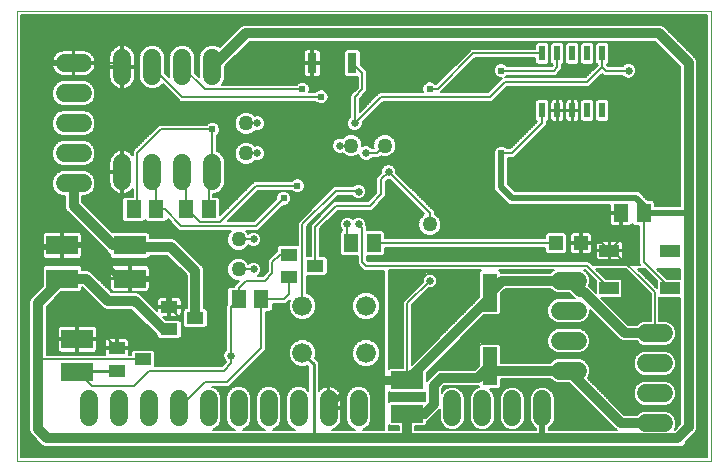
<source format=gtl>
G75*
%MOIN*%
%OFA0B0*%
%FSLAX25Y25*%
%IPPOS*%
%LPD*%
%AMOC8*
5,1,8,0,0,1.08239X$1,22.5*
%
%ADD10C,0.00000*%
%ADD11C,0.06600*%
%ADD12C,0.06000*%
%ADD13R,0.05512X0.03937*%
%ADD14R,0.10630X0.06299*%
%ADD15R,0.04724X0.04724*%
%ADD16R,0.05118X0.05906*%
%ADD17R,0.03150X0.06693*%
%ADD18R,0.06500X0.03937*%
%ADD19R,0.02000X0.05000*%
%ADD20R,0.05118X0.12992*%
%ADD21C,0.05000*%
%ADD22C,0.02400*%
%ADD23C,0.00600*%
%ADD24C,0.03200*%
%ADD25C,0.02000*%
%ADD26C,0.02578*%
%ADD27C,0.01000*%
%ADD28C,0.03000*%
D10*
X0002550Y0001800D02*
X0002550Y0151761D01*
X0233751Y0151761D01*
X0233751Y0001800D01*
X0002550Y0001800D01*
D11*
X0097550Y0037676D03*
X0118800Y0037676D03*
X0118800Y0053424D03*
X0097550Y0053424D03*
D12*
X0096300Y0022300D02*
X0096300Y0016300D01*
X0086300Y0016300D02*
X0086300Y0022300D01*
X0076300Y0022300D02*
X0076300Y0016300D01*
X0066300Y0016300D02*
X0066300Y0022300D01*
X0056300Y0022300D02*
X0056300Y0016300D01*
X0046300Y0016300D02*
X0046300Y0022300D01*
X0036300Y0022300D02*
X0036300Y0016300D01*
X0026300Y0016300D02*
X0026300Y0022300D01*
X0106300Y0022300D02*
X0106300Y0016300D01*
X0116300Y0016300D02*
X0116300Y0022300D01*
X0147550Y0022300D02*
X0147550Y0016300D01*
X0157550Y0016300D02*
X0157550Y0022300D01*
X0167550Y0022300D02*
X0167550Y0016300D01*
X0177550Y0016300D02*
X0177550Y0022300D01*
X0183300Y0031800D02*
X0189300Y0031800D01*
X0189300Y0041800D02*
X0183300Y0041800D01*
X0183300Y0051800D02*
X0189300Y0051800D01*
X0189300Y0061800D02*
X0183300Y0061800D01*
X0212050Y0044300D02*
X0218050Y0044300D01*
X0218050Y0034300D02*
X0212050Y0034300D01*
X0212050Y0024300D02*
X0218050Y0024300D01*
X0218050Y0014300D02*
X0212050Y0014300D01*
X0067550Y0095050D02*
X0067550Y0101050D01*
X0057550Y0101050D02*
X0057550Y0095050D01*
X0047550Y0095050D02*
X0047550Y0101050D01*
X0037550Y0101050D02*
X0037550Y0095050D01*
X0024300Y0094300D02*
X0018300Y0094300D01*
X0018300Y0104300D02*
X0024300Y0104300D01*
X0024300Y0114300D02*
X0018300Y0114300D01*
X0018300Y0124300D02*
X0024300Y0124300D01*
X0037550Y0130050D02*
X0037550Y0136050D01*
X0047550Y0136050D02*
X0047550Y0130050D01*
X0057550Y0130050D02*
X0057550Y0136050D01*
X0067550Y0136050D02*
X0067550Y0130050D01*
X0024300Y0134300D02*
X0018300Y0134300D01*
D13*
X0093219Y0070540D03*
X0101881Y0066800D03*
X0093219Y0063060D03*
X0061881Y0049300D03*
X0053219Y0045560D03*
X0053219Y0053040D03*
X0035719Y0039290D03*
X0044381Y0035550D03*
X0035719Y0031810D03*
D14*
X0022550Y0031288D03*
X0022550Y0042312D03*
X0017550Y0062538D03*
X0017550Y0073562D03*
X0040050Y0073562D03*
X0040050Y0062538D03*
X0132550Y0028562D03*
X0132550Y0017538D03*
D15*
X0182166Y0074300D03*
X0190434Y0074300D03*
D16*
X0203810Y0084300D03*
X0211290Y0084300D03*
X0121290Y0074300D03*
X0113810Y0074300D03*
X0083790Y0055550D03*
X0076310Y0055550D03*
X0066290Y0085550D03*
X0058810Y0085550D03*
X0048790Y0085550D03*
X0041310Y0085550D03*
D17*
X0100857Y0134300D03*
X0114243Y0134300D03*
D18*
X0199904Y0071849D03*
X0199904Y0059251D03*
X0220196Y0059251D03*
X0220196Y0071849D03*
D19*
X0197550Y0118550D03*
X0192550Y0118550D03*
X0187550Y0118550D03*
X0182550Y0118550D03*
X0177550Y0118550D03*
X0177550Y0137550D03*
X0182550Y0137550D03*
X0187550Y0137550D03*
X0192550Y0137550D03*
X0197550Y0137550D03*
D20*
X0160050Y0057853D03*
X0160050Y0033247D03*
D21*
X0140050Y0080550D03*
X0125050Y0106800D03*
X0113800Y0106800D03*
X0078800Y0104300D03*
X0078800Y0114300D03*
X0076300Y0075550D03*
X0076300Y0065550D03*
D22*
X0091300Y0089300D03*
X0095924Y0093426D03*
X0067550Y0112240D03*
X0097550Y0125550D03*
X0103800Y0123050D03*
X0140050Y0125750D03*
X0163800Y0131800D03*
X0182550Y0111800D03*
X0163800Y0104300D03*
X0190050Y0084300D03*
X0193800Y0084300D03*
X0197550Y0084300D03*
X0197550Y0080550D03*
X0193800Y0080550D03*
X0190050Y0080550D03*
X0201300Y0076800D03*
X0205050Y0076800D03*
X0208800Y0076800D03*
X0208800Y0073050D03*
X0208800Y0069300D03*
D23*
X0208800Y0073050D01*
X0208800Y0076800D01*
X0205050Y0076800D01*
X0203810Y0076800D01*
X0201300Y0076800D01*
X0197550Y0080550D01*
X0193800Y0080550D01*
X0192967Y0077962D02*
X0190734Y0077962D01*
X0190734Y0074600D01*
X0194096Y0074600D01*
X0194096Y0076833D01*
X0194007Y0077164D01*
X0193836Y0077460D01*
X0193594Y0077702D01*
X0193298Y0077874D01*
X0192967Y0077962D01*
X0193453Y0077784D02*
X0209700Y0077784D01*
X0209700Y0078382D02*
X0143256Y0078382D01*
X0143271Y0078397D02*
X0143850Y0079794D01*
X0143850Y0081306D01*
X0143271Y0082703D01*
X0142203Y0083771D01*
X0141650Y0084000D01*
X0141650Y0084963D01*
X0140713Y0085900D01*
X0128889Y0097724D01*
X0128889Y0098565D01*
X0128495Y0099517D01*
X0127767Y0100245D01*
X0126815Y0100639D01*
X0125785Y0100639D01*
X0124833Y0100245D01*
X0124105Y0099517D01*
X0123711Y0098565D01*
X0123711Y0097724D01*
X0123137Y0097150D01*
X0122200Y0096213D01*
X0122200Y0091213D01*
X0119387Y0088400D01*
X0108137Y0088400D01*
X0100281Y0080543D01*
X0100281Y0070068D01*
X0099150Y0070068D01*
X0099150Y0079887D01*
X0109463Y0090200D01*
X0114030Y0090200D01*
X0114105Y0090019D01*
X0114833Y0089291D01*
X0115785Y0088896D01*
X0116815Y0088896D01*
X0117767Y0089291D01*
X0118495Y0090019D01*
X0118889Y0090970D01*
X0118889Y0092000D01*
X0118495Y0092952D01*
X0117767Y0093680D01*
X0116815Y0094074D01*
X0115785Y0094074D01*
X0114833Y0093680D01*
X0114553Y0093400D01*
X0108137Y0093400D01*
X0107200Y0092463D01*
X0095950Y0081213D01*
X0095950Y0073809D01*
X0089925Y0073809D01*
X0089163Y0073047D01*
X0089163Y0071926D01*
X0088440Y0071203D01*
X0085950Y0068713D01*
X0085950Y0064963D01*
X0084387Y0063400D01*
X0082811Y0063400D01*
X0083495Y0064083D01*
X0083889Y0065035D01*
X0083889Y0066065D01*
X0083495Y0067017D01*
X0082767Y0067745D01*
X0081815Y0068139D01*
X0080785Y0068139D01*
X0079833Y0067745D01*
X0079600Y0067512D01*
X0079521Y0067703D01*
X0078453Y0068771D01*
X0077056Y0069350D01*
X0075544Y0069350D01*
X0074147Y0068771D01*
X0073079Y0067703D01*
X0072500Y0066306D01*
X0072500Y0064794D01*
X0073079Y0063397D01*
X0074147Y0062329D01*
X0075544Y0061750D01*
X0076487Y0061750D01*
X0074710Y0059973D01*
X0074710Y0059803D01*
X0073212Y0059803D01*
X0072451Y0059041D01*
X0072451Y0053954D01*
X0072200Y0053703D01*
X0072200Y0038861D01*
X0071605Y0038267D01*
X0071211Y0037315D01*
X0071211Y0036285D01*
X0071605Y0035333D01*
X0072088Y0034851D01*
X0070637Y0033400D01*
X0048437Y0033400D01*
X0048437Y0038057D01*
X0047675Y0038818D01*
X0041086Y0038818D01*
X0040325Y0038057D01*
X0040325Y0037150D01*
X0039775Y0037150D01*
X0039775Y0037150D01*
X0039775Y0038990D01*
X0036019Y0038990D01*
X0036019Y0039590D01*
X0035419Y0039590D01*
X0035419Y0038990D01*
X0031663Y0038990D01*
X0031663Y0037150D01*
X0031664Y0037150D02*
X0012325Y0037150D01*
X0012325Y0053212D01*
X0017202Y0058089D01*
X0023403Y0058089D01*
X0024165Y0058850D01*
X0024165Y0059562D01*
X0031097Y0052630D01*
X0032163Y0052189D01*
X0040560Y0052189D01*
X0049163Y0043585D01*
X0049163Y0043053D01*
X0049925Y0042291D01*
X0056514Y0042291D01*
X0057275Y0043053D01*
X0057275Y0048067D01*
X0056514Y0048828D01*
X0052123Y0048828D01*
X0051180Y0049772D01*
X0052919Y0049772D01*
X0052919Y0052740D01*
X0049163Y0052740D01*
X0049163Y0051788D01*
X0043404Y0057547D01*
X0042338Y0057989D01*
X0033941Y0057989D01*
X0026933Y0064997D01*
X0025867Y0065438D01*
X0024165Y0065438D01*
X0024165Y0066226D01*
X0023403Y0066988D01*
X0011697Y0066988D01*
X0010935Y0066226D01*
X0010935Y0060024D01*
X0007782Y0056872D01*
X0006966Y0056056D01*
X0006525Y0054990D01*
X0006525Y0011848D01*
X0006966Y0010782D01*
X0007782Y0009966D01*
X0010907Y0006841D01*
X0011973Y0006400D01*
X0223127Y0006400D01*
X0223248Y0006450D01*
X0224463Y0006450D01*
X0225400Y0007387D01*
X0225400Y0008049D01*
X0227943Y0010591D01*
X0228758Y0011407D01*
X0229200Y0012473D01*
X0229200Y0134877D01*
X0228758Y0135943D01*
X0227943Y0136758D01*
X0218758Y0145943D01*
X0217943Y0146758D01*
X0216877Y0147200D01*
X0078223Y0147200D01*
X0077157Y0146758D01*
X0076341Y0145943D01*
X0070040Y0139641D01*
X0069986Y0139695D01*
X0068405Y0140350D01*
X0066695Y0140350D01*
X0065114Y0139695D01*
X0063905Y0138486D01*
X0063250Y0136905D01*
X0063250Y0129613D01*
X0061850Y0131013D01*
X0061850Y0136905D01*
X0061195Y0138486D01*
X0059986Y0139695D01*
X0058405Y0140350D01*
X0056695Y0140350D01*
X0055114Y0139695D01*
X0053905Y0138486D01*
X0053250Y0136905D01*
X0053250Y0129613D01*
X0051850Y0131013D01*
X0051850Y0136905D01*
X0051195Y0138486D01*
X0049986Y0139695D01*
X0048405Y0140350D01*
X0046695Y0140350D01*
X0045114Y0139695D01*
X0043905Y0138486D01*
X0043250Y0136905D01*
X0043250Y0129195D01*
X0043905Y0127614D01*
X0045114Y0126405D01*
X0046695Y0125750D01*
X0048405Y0125750D01*
X0049986Y0126405D01*
X0050959Y0127378D01*
X0055950Y0122387D01*
X0056887Y0121450D01*
X0101864Y0121450D01*
X0102384Y0120931D01*
X0103303Y0120550D01*
X0104297Y0120550D01*
X0105216Y0120931D01*
X0105919Y0121634D01*
X0106300Y0122553D01*
X0106300Y0123547D01*
X0105919Y0124466D01*
X0105216Y0125169D01*
X0104297Y0125550D01*
X0103303Y0125550D01*
X0102384Y0125169D01*
X0101864Y0124650D01*
X0099883Y0124650D01*
X0100050Y0125053D01*
X0100050Y0126047D01*
X0099669Y0126966D01*
X0098966Y0127669D01*
X0098047Y0128050D01*
X0097053Y0128050D01*
X0096134Y0127669D01*
X0095614Y0127150D01*
X0070731Y0127150D01*
X0071195Y0127614D01*
X0071850Y0129195D01*
X0071850Y0133249D01*
X0080001Y0141400D01*
X0215099Y0141400D01*
X0223400Y0133099D01*
X0223400Y0086600D01*
X0215149Y0086600D01*
X0215149Y0087791D01*
X0214388Y0088553D01*
X0212800Y0088553D01*
X0211100Y0090253D01*
X0209753Y0091600D01*
X0168503Y0091600D01*
X0166100Y0094003D01*
X0166100Y0102700D01*
X0168213Y0102700D01*
X0178213Y0112700D01*
X0179150Y0113637D01*
X0179150Y0114812D01*
X0179850Y0115512D01*
X0179850Y0121588D01*
X0179088Y0122350D01*
X0176012Y0122350D01*
X0175250Y0121588D01*
X0175250Y0115512D01*
X0175874Y0114887D01*
X0166887Y0105900D01*
X0165736Y0105900D01*
X0165216Y0106419D01*
X0164297Y0106800D01*
X0163303Y0106800D01*
X0162384Y0106419D01*
X0161681Y0105716D01*
X0161300Y0104797D01*
X0161300Y0103803D01*
X0161500Y0103320D01*
X0161500Y0092097D01*
X0162847Y0090750D01*
X0166597Y0087000D01*
X0199951Y0087000D01*
X0199951Y0084600D01*
X0203510Y0084600D01*
X0203510Y0084000D01*
X0204110Y0084000D01*
X0204110Y0080047D01*
X0206540Y0080047D01*
X0206871Y0080136D01*
X0207167Y0080307D01*
X0207409Y0080549D01*
X0207512Y0080728D01*
X0208193Y0080047D01*
X0209700Y0080047D01*
X0209700Y0067484D01*
X0210034Y0067150D01*
X0194268Y0067150D01*
X0193955Y0067463D01*
X0193018Y0068400D01*
X0119463Y0068400D01*
X0119150Y0068713D01*
X0119150Y0070047D01*
X0124388Y0070047D01*
X0125149Y0070809D01*
X0125149Y0072700D01*
X0178504Y0072700D01*
X0178504Y0071399D01*
X0179265Y0070638D01*
X0185067Y0070638D01*
X0185828Y0071399D01*
X0185828Y0077201D01*
X0185067Y0077962D01*
X0179265Y0077962D01*
X0178504Y0077201D01*
X0178504Y0075900D01*
X0125149Y0075900D01*
X0125149Y0077791D01*
X0124388Y0078553D01*
X0119150Y0078553D01*
X0119150Y0079963D01*
X0118889Y0080224D01*
X0118889Y0081065D01*
X0118495Y0082017D01*
X0117767Y0082745D01*
X0116815Y0083139D01*
X0115785Y0083139D01*
X0114833Y0082745D01*
X0114425Y0082336D01*
X0114017Y0082745D01*
X0113065Y0083139D01*
X0112035Y0083139D01*
X0111083Y0082745D01*
X0110355Y0082017D01*
X0109961Y0081065D01*
X0109961Y0080035D01*
X0110355Y0079083D01*
X0110886Y0078553D01*
X0110712Y0078553D01*
X0109951Y0077791D01*
X0109951Y0070809D01*
X0110712Y0070047D01*
X0115950Y0070047D01*
X0115950Y0067387D01*
X0116887Y0066450D01*
X0117200Y0066137D01*
X0118137Y0065200D01*
X0124700Y0065200D01*
X0124700Y0012200D01*
X0117638Y0012200D01*
X0118736Y0012655D01*
X0119945Y0013864D01*
X0120600Y0015445D01*
X0120600Y0023155D01*
X0119945Y0024736D01*
X0118736Y0025945D01*
X0117155Y0026600D01*
X0115445Y0026600D01*
X0113864Y0025945D01*
X0112655Y0024736D01*
X0112000Y0023155D01*
X0112000Y0015445D01*
X0112655Y0013864D01*
X0113864Y0012655D01*
X0114962Y0012200D01*
X0107597Y0012200D01*
X0107951Y0012315D01*
X0108554Y0012622D01*
X0109101Y0013020D01*
X0109580Y0013499D01*
X0109978Y0014046D01*
X0110285Y0014649D01*
X0110494Y0015293D01*
X0110600Y0015962D01*
X0110600Y0019000D01*
X0106600Y0019000D01*
X0106600Y0019600D01*
X0106000Y0019600D01*
X0106000Y0026600D01*
X0105962Y0026600D01*
X0105293Y0026494D01*
X0104649Y0026285D01*
X0104046Y0025978D01*
X0103499Y0025580D01*
X0103100Y0025181D01*
X0103100Y0034672D01*
X0102046Y0035726D01*
X0101816Y0035955D01*
X0102150Y0036761D01*
X0102150Y0038591D01*
X0101450Y0040282D01*
X0100156Y0041576D01*
X0098465Y0042276D01*
X0096635Y0042276D01*
X0094944Y0041576D01*
X0093650Y0040282D01*
X0092950Y0038591D01*
X0092950Y0036761D01*
X0093650Y0035070D01*
X0094944Y0033776D01*
X0096635Y0033076D01*
X0098465Y0033076D01*
X0099271Y0033410D01*
X0099500Y0033180D01*
X0099500Y0025181D01*
X0098736Y0025945D01*
X0097155Y0026600D01*
X0095445Y0026600D01*
X0093864Y0025945D01*
X0092655Y0024736D01*
X0092000Y0023155D01*
X0092000Y0015445D01*
X0092655Y0013864D01*
X0093864Y0012655D01*
X0094962Y0012200D01*
X0087638Y0012200D01*
X0088736Y0012655D01*
X0089945Y0013864D01*
X0090600Y0015445D01*
X0090600Y0023155D01*
X0089945Y0024736D01*
X0088736Y0025945D01*
X0087155Y0026600D01*
X0085445Y0026600D01*
X0083864Y0025945D01*
X0082655Y0024736D01*
X0082000Y0023155D01*
X0082000Y0015445D01*
X0082655Y0013864D01*
X0083864Y0012655D01*
X0084962Y0012200D01*
X0077638Y0012200D01*
X0078736Y0012655D01*
X0079945Y0013864D01*
X0080600Y0015445D01*
X0080600Y0023155D01*
X0079945Y0024736D01*
X0078736Y0025945D01*
X0077155Y0026600D01*
X0075445Y0026600D01*
X0073864Y0025945D01*
X0072655Y0024736D01*
X0072000Y0023155D01*
X0072000Y0015445D01*
X0072655Y0013864D01*
X0073864Y0012655D01*
X0074962Y0012200D01*
X0067638Y0012200D01*
X0068736Y0012655D01*
X0069945Y0013864D01*
X0070600Y0015445D01*
X0070600Y0023155D01*
X0069945Y0024736D01*
X0068736Y0025945D01*
X0067517Y0026450D01*
X0073213Y0026450D01*
X0085390Y0038627D01*
X0085390Y0051297D01*
X0086888Y0051297D01*
X0087649Y0052059D01*
X0087649Y0053950D01*
X0091963Y0053950D01*
X0093373Y0055360D01*
X0092950Y0054339D01*
X0092950Y0052509D01*
X0093650Y0050818D01*
X0094944Y0049524D01*
X0096635Y0048824D01*
X0098465Y0048824D01*
X0100156Y0049524D01*
X0101450Y0050818D01*
X0102150Y0052509D01*
X0102150Y0054339D01*
X0101450Y0056030D01*
X0100156Y0057324D01*
X0099150Y0057740D01*
X0099150Y0063531D01*
X0105175Y0063531D01*
X0105937Y0064293D01*
X0105937Y0069307D01*
X0105175Y0070068D01*
X0103481Y0070068D01*
X0103481Y0079218D01*
X0109463Y0085200D01*
X0120713Y0085200D01*
X0124463Y0088950D01*
X0125400Y0089887D01*
X0125400Y0094887D01*
X0125974Y0095461D01*
X0126626Y0095461D01*
X0138193Y0083894D01*
X0137897Y0083771D01*
X0136829Y0082703D01*
X0136250Y0081306D01*
X0136250Y0079794D01*
X0136829Y0078397D01*
X0137897Y0077329D01*
X0139294Y0076750D01*
X0140806Y0076750D01*
X0142203Y0077329D01*
X0143271Y0078397D01*
X0143513Y0078981D02*
X0209700Y0078981D01*
X0209700Y0079579D02*
X0143761Y0079579D01*
X0143850Y0080178D02*
X0200676Y0080178D01*
X0200749Y0080136D02*
X0201080Y0080047D01*
X0203510Y0080047D01*
X0203510Y0084000D01*
X0199951Y0084000D01*
X0199951Y0081176D01*
X0200039Y0080845D01*
X0200211Y0080549D01*
X0200453Y0080307D01*
X0200749Y0080136D01*
X0200079Y0080776D02*
X0143850Y0080776D01*
X0143821Y0081375D02*
X0199951Y0081375D01*
X0199951Y0081973D02*
X0143574Y0081973D01*
X0143326Y0082572D02*
X0199951Y0082572D01*
X0199951Y0083170D02*
X0142804Y0083170D01*
X0142205Y0083769D02*
X0199951Y0083769D01*
X0199951Y0084966D02*
X0141647Y0084966D01*
X0141650Y0084367D02*
X0203510Y0084367D01*
X0203810Y0084300D02*
X0203810Y0076800D01*
X0203810Y0075755D01*
X0200578Y0072522D01*
X0215050Y0058050D01*
X0215050Y0044300D01*
X0211234Y0048400D02*
X0209728Y0047776D01*
X0208952Y0047000D01*
X0206168Y0047000D01*
X0196986Y0056182D01*
X0203610Y0056182D01*
X0204254Y0056827D01*
X0204254Y0061675D01*
X0203610Y0062319D01*
X0198816Y0062319D01*
X0195585Y0065550D01*
X0205570Y0065550D01*
X0213650Y0057470D01*
X0213650Y0048400D01*
X0211234Y0048400D01*
X0209927Y0047858D02*
X0205310Y0047858D01*
X0205909Y0047260D02*
X0209211Y0047260D01*
X0213650Y0048457D02*
X0204712Y0048457D01*
X0204113Y0049055D02*
X0213650Y0049055D01*
X0213650Y0049654D02*
X0203515Y0049654D01*
X0202916Y0050252D02*
X0213650Y0050252D01*
X0213650Y0050851D02*
X0202318Y0050851D01*
X0201719Y0051449D02*
X0213650Y0051449D01*
X0213650Y0052048D02*
X0201121Y0052048D01*
X0200522Y0052646D02*
X0213650Y0052646D01*
X0213650Y0053245D02*
X0199924Y0053245D01*
X0199325Y0053843D02*
X0213650Y0053843D01*
X0213650Y0054442D02*
X0198727Y0054442D01*
X0198128Y0055040D02*
X0213650Y0055040D01*
X0213650Y0055639D02*
X0197529Y0055639D01*
X0195554Y0057614D02*
X0195554Y0061621D01*
X0191775Y0065400D01*
X0191323Y0065400D01*
X0191622Y0065276D01*
X0192776Y0064122D01*
X0193400Y0062616D01*
X0193400Y0060984D01*
X0193044Y0060125D01*
X0195554Y0057614D01*
X0195554Y0058033D02*
X0195135Y0058033D01*
X0195554Y0058631D02*
X0194537Y0058631D01*
X0193938Y0059230D02*
X0195554Y0059230D01*
X0195554Y0059828D02*
X0193340Y0059828D01*
X0193169Y0060427D02*
X0195554Y0060427D01*
X0195554Y0061025D02*
X0193400Y0061025D01*
X0193400Y0061624D02*
X0195551Y0061624D01*
X0194953Y0062222D02*
X0193400Y0062222D01*
X0193315Y0062821D02*
X0194354Y0062821D01*
X0193756Y0063420D02*
X0193067Y0063420D01*
X0193157Y0064018D02*
X0192819Y0064018D01*
X0192559Y0064617D02*
X0192282Y0064617D01*
X0191960Y0065215D02*
X0191683Y0065215D01*
X0192355Y0066800D02*
X0118800Y0066800D01*
X0117550Y0068050D01*
X0117550Y0079300D01*
X0116300Y0080550D01*
X0118761Y0081375D02*
X0136279Y0081375D01*
X0136250Y0080776D02*
X0118889Y0080776D01*
X0118935Y0080178D02*
X0136250Y0080178D01*
X0136339Y0079579D02*
X0119150Y0079579D01*
X0119150Y0078981D02*
X0136587Y0078981D01*
X0136844Y0078382D02*
X0124558Y0078382D01*
X0125149Y0077784D02*
X0137442Y0077784D01*
X0138243Y0077185D02*
X0125149Y0077185D01*
X0125149Y0076587D02*
X0178504Y0076587D01*
X0178504Y0077185D02*
X0141857Y0077185D01*
X0142658Y0077784D02*
X0179087Y0077784D01*
X0178504Y0075988D02*
X0125149Y0075988D01*
X0121290Y0074300D02*
X0182166Y0074300D01*
X0185828Y0074193D02*
X0190134Y0074193D01*
X0190134Y0074000D02*
X0186772Y0074000D01*
X0186772Y0071767D01*
X0186860Y0071436D01*
X0187031Y0071140D01*
X0187273Y0070898D01*
X0187570Y0070726D01*
X0187900Y0070638D01*
X0190134Y0070638D01*
X0190134Y0074000D01*
X0190734Y0074000D01*
X0190734Y0074600D01*
X0190134Y0074600D01*
X0190134Y0077962D01*
X0187900Y0077962D01*
X0187570Y0077874D01*
X0187273Y0077702D01*
X0187031Y0077460D01*
X0186860Y0077164D01*
X0186772Y0076833D01*
X0186772Y0074600D01*
X0190134Y0074600D01*
X0190134Y0074000D01*
X0190134Y0073594D02*
X0190734Y0073594D01*
X0190734Y0074000D02*
X0190734Y0070638D01*
X0192967Y0070638D01*
X0193298Y0070726D01*
X0193594Y0070898D01*
X0193836Y0071140D01*
X0194007Y0071436D01*
X0194096Y0071767D01*
X0194096Y0074000D01*
X0190734Y0074000D01*
X0190734Y0074193D02*
X0195409Y0074193D01*
X0195443Y0074319D02*
X0195354Y0073989D01*
X0195354Y0072149D01*
X0199604Y0072149D01*
X0199604Y0071549D01*
X0195354Y0071549D01*
X0195354Y0069710D01*
X0195443Y0069379D01*
X0195614Y0069082D01*
X0195856Y0068840D01*
X0196153Y0068669D01*
X0196483Y0068581D01*
X0199604Y0068581D01*
X0199604Y0071549D01*
X0200204Y0071549D01*
X0200204Y0068581D01*
X0203325Y0068581D01*
X0203656Y0068669D01*
X0203953Y0068840D01*
X0204195Y0069082D01*
X0204366Y0069379D01*
X0204454Y0069710D01*
X0204454Y0071549D01*
X0200204Y0071549D01*
X0200204Y0072149D01*
X0199604Y0072149D01*
X0199604Y0075118D01*
X0196483Y0075118D01*
X0196153Y0075029D01*
X0195856Y0074858D01*
X0195614Y0074616D01*
X0195443Y0074319D01*
X0195789Y0074791D02*
X0194096Y0074791D01*
X0194096Y0075390D02*
X0209700Y0075390D01*
X0209700Y0075988D02*
X0194096Y0075988D01*
X0194096Y0076587D02*
X0209700Y0076587D01*
X0209700Y0077185D02*
X0193995Y0077185D01*
X0190734Y0077185D02*
X0190134Y0077185D01*
X0190134Y0076587D02*
X0190734Y0076587D01*
X0190734Y0075988D02*
X0190134Y0075988D01*
X0190134Y0075390D02*
X0190734Y0075390D01*
X0190734Y0074791D02*
X0190134Y0074791D01*
X0190434Y0074300D02*
X0197454Y0074300D01*
X0199904Y0071849D01*
X0200578Y0072522D01*
X0200204Y0072397D02*
X0199604Y0072397D01*
X0199604Y0071799D02*
X0194096Y0071799D01*
X0194096Y0072397D02*
X0195354Y0072397D01*
X0195354Y0072996D02*
X0194096Y0072996D01*
X0194096Y0073594D02*
X0195354Y0073594D01*
X0195354Y0071200D02*
X0193871Y0071200D01*
X0195354Y0070602D02*
X0124942Y0070602D01*
X0125149Y0071200D02*
X0178703Y0071200D01*
X0178504Y0071799D02*
X0125149Y0071799D01*
X0125149Y0072397D02*
X0178504Y0072397D01*
X0185629Y0071200D02*
X0186996Y0071200D01*
X0186772Y0071799D02*
X0185828Y0071799D01*
X0185828Y0072397D02*
X0186772Y0072397D01*
X0186772Y0072996D02*
X0185828Y0072996D01*
X0185828Y0073594D02*
X0186772Y0073594D01*
X0186772Y0074791D02*
X0185828Y0074791D01*
X0185828Y0075390D02*
X0186772Y0075390D01*
X0186772Y0075988D02*
X0185828Y0075988D01*
X0185828Y0076587D02*
X0186772Y0076587D01*
X0186873Y0077185D02*
X0185828Y0077185D01*
X0185245Y0077784D02*
X0187414Y0077784D01*
X0190134Y0077784D02*
X0190734Y0077784D01*
X0190050Y0080550D02*
X0190050Y0084300D01*
X0193800Y0084300D01*
X0197550Y0084300D01*
X0197550Y0080550D01*
X0199951Y0085564D02*
X0141048Y0085564D01*
X0140450Y0086163D02*
X0199951Y0086163D01*
X0199951Y0086761D02*
X0139851Y0086761D01*
X0139253Y0087360D02*
X0166237Y0087360D01*
X0165639Y0087958D02*
X0138654Y0087958D01*
X0138056Y0088557D02*
X0165040Y0088557D01*
X0164442Y0089155D02*
X0137457Y0089155D01*
X0136859Y0089754D02*
X0163843Y0089754D01*
X0163245Y0090353D02*
X0136260Y0090353D01*
X0135662Y0090951D02*
X0162646Y0090951D01*
X0162048Y0091550D02*
X0135063Y0091550D01*
X0134465Y0092148D02*
X0161500Y0092148D01*
X0161500Y0092747D02*
X0133866Y0092747D01*
X0133268Y0093345D02*
X0161500Y0093345D01*
X0161500Y0093944D02*
X0132669Y0093944D01*
X0132071Y0094542D02*
X0161500Y0094542D01*
X0161500Y0095141D02*
X0131472Y0095141D01*
X0130874Y0095739D02*
X0161500Y0095739D01*
X0161500Y0096338D02*
X0130275Y0096338D01*
X0129677Y0096936D02*
X0161500Y0096936D01*
X0161500Y0097535D02*
X0129078Y0097535D01*
X0128889Y0098133D02*
X0161500Y0098133D01*
X0161500Y0098732D02*
X0128820Y0098732D01*
X0128572Y0099330D02*
X0161500Y0099330D01*
X0161500Y0099929D02*
X0128083Y0099929D01*
X0127085Y0100527D02*
X0161500Y0100527D01*
X0161500Y0101126D02*
X0081000Y0101126D01*
X0080953Y0101079D02*
X0081717Y0101843D01*
X0082035Y0101711D01*
X0083065Y0101711D01*
X0084017Y0102105D01*
X0084745Y0102833D01*
X0085139Y0103785D01*
X0085139Y0104815D01*
X0084745Y0105767D01*
X0084017Y0106495D01*
X0083065Y0106889D01*
X0082035Y0106889D01*
X0081717Y0106757D01*
X0080953Y0107521D01*
X0079556Y0108100D01*
X0078044Y0108100D01*
X0076647Y0107521D01*
X0075579Y0106453D01*
X0075000Y0105056D01*
X0075000Y0103544D01*
X0075579Y0102147D01*
X0076647Y0101079D01*
X0078044Y0100500D01*
X0079556Y0100500D01*
X0080953Y0101079D01*
X0081598Y0101724D02*
X0082003Y0101724D01*
X0083097Y0101724D02*
X0118253Y0101724D01*
X0118285Y0101711D02*
X0119315Y0101711D01*
X0120267Y0102105D01*
X0120861Y0102700D01*
X0123213Y0102700D01*
X0123742Y0103229D01*
X0124294Y0103000D01*
X0125806Y0103000D01*
X0127203Y0103579D01*
X0128271Y0104647D01*
X0128850Y0106044D01*
X0128850Y0107556D01*
X0128271Y0108953D01*
X0127203Y0110021D01*
X0125806Y0110600D01*
X0124294Y0110600D01*
X0122897Y0110021D01*
X0121829Y0108953D01*
X0121250Y0107556D01*
X0121250Y0106044D01*
X0121310Y0105900D01*
X0120861Y0105900D01*
X0120267Y0106495D01*
X0119315Y0106889D01*
X0118285Y0106889D01*
X0117600Y0106605D01*
X0117600Y0107556D01*
X0117021Y0108953D01*
X0115953Y0110021D01*
X0114556Y0110600D01*
X0113044Y0110600D01*
X0111647Y0110021D01*
X0110883Y0109257D01*
X0110565Y0109389D01*
X0109535Y0109389D01*
X0108583Y0108995D01*
X0107855Y0108267D01*
X0107461Y0107315D01*
X0107461Y0106285D01*
X0107855Y0105333D01*
X0108583Y0104605D01*
X0109535Y0104211D01*
X0110565Y0104211D01*
X0110883Y0104343D01*
X0111647Y0103579D01*
X0113044Y0103000D01*
X0114556Y0103000D01*
X0115953Y0103579D01*
X0116211Y0103837D01*
X0116211Y0103785D01*
X0116605Y0102833D01*
X0117333Y0102105D01*
X0118285Y0101711D01*
X0119347Y0101724D02*
X0161500Y0101724D01*
X0161500Y0102323D02*
X0120484Y0102323D01*
X0118800Y0104300D02*
X0122550Y0104300D01*
X0125050Y0106800D01*
X0121561Y0108308D02*
X0117289Y0108308D01*
X0117536Y0107709D02*
X0121314Y0107709D01*
X0121250Y0107111D02*
X0117600Y0107111D01*
X0117041Y0108906D02*
X0121809Y0108906D01*
X0122381Y0109505D02*
X0116469Y0109505D01*
X0115755Y0110103D02*
X0123095Y0110103D01*
X0127005Y0110103D02*
X0171091Y0110103D01*
X0170492Y0109505D02*
X0127719Y0109505D01*
X0128291Y0108906D02*
X0169894Y0108906D01*
X0169295Y0108308D02*
X0128539Y0108308D01*
X0128786Y0107709D02*
X0168697Y0107709D01*
X0168098Y0107111D02*
X0128850Y0107111D01*
X0128850Y0106512D02*
X0162608Y0106512D01*
X0161878Y0105914D02*
X0128796Y0105914D01*
X0128548Y0105315D02*
X0161515Y0105315D01*
X0161300Y0104717D02*
X0128300Y0104717D01*
X0127742Y0104118D02*
X0161300Y0104118D01*
X0161417Y0103520D02*
X0127061Y0103520D01*
X0123434Y0102921D02*
X0161500Y0102921D01*
X0163800Y0104300D02*
X0167550Y0104300D01*
X0177550Y0114300D01*
X0177550Y0118550D01*
X0179850Y0118483D02*
X0182350Y0118483D01*
X0182350Y0118350D02*
X0180250Y0118350D01*
X0180250Y0115879D01*
X0180339Y0115548D01*
X0180510Y0115252D01*
X0180752Y0115010D01*
X0181048Y0114839D01*
X0181379Y0114750D01*
X0182350Y0114750D01*
X0182350Y0118350D01*
X0182750Y0118350D01*
X0182750Y0118750D01*
X0184850Y0118750D01*
X0184850Y0121221D01*
X0184761Y0121552D01*
X0184590Y0121848D01*
X0184348Y0122090D01*
X0184052Y0122261D01*
X0183721Y0122350D01*
X0182750Y0122350D01*
X0182750Y0118750D01*
X0182350Y0118750D01*
X0182350Y0122350D01*
X0181379Y0122350D01*
X0181048Y0122261D01*
X0180752Y0122090D01*
X0180510Y0121848D01*
X0180339Y0121552D01*
X0180250Y0121221D01*
X0180250Y0118750D01*
X0182350Y0118750D01*
X0182350Y0118350D01*
X0182550Y0118550D02*
X0187550Y0118550D01*
X0187750Y0118483D02*
X0190250Y0118483D01*
X0189850Y0118350D02*
X0187750Y0118350D01*
X0187750Y0118750D01*
X0189850Y0118750D01*
X0189850Y0121221D01*
X0189761Y0121552D01*
X0189590Y0121848D01*
X0189348Y0122090D01*
X0189052Y0122261D01*
X0188721Y0122350D01*
X0187750Y0122350D01*
X0187750Y0118750D01*
X0187350Y0118750D01*
X0187350Y0122350D01*
X0186379Y0122350D01*
X0186048Y0122261D01*
X0185752Y0122090D01*
X0185510Y0121848D01*
X0185339Y0121552D01*
X0185250Y0121221D01*
X0185250Y0118750D01*
X0187350Y0118750D01*
X0187350Y0118350D01*
X0187750Y0118350D01*
X0187750Y0114750D01*
X0188721Y0114750D01*
X0189052Y0114839D01*
X0189348Y0115010D01*
X0189590Y0115252D01*
X0189761Y0115548D01*
X0189850Y0115879D01*
X0189850Y0118350D01*
X0189850Y0117884D02*
X0190250Y0117884D01*
X0190250Y0117286D02*
X0189850Y0117286D01*
X0189850Y0116687D02*
X0190250Y0116687D01*
X0190250Y0116089D02*
X0189850Y0116089D01*
X0189728Y0115490D02*
X0190272Y0115490D01*
X0190250Y0115512D02*
X0191012Y0114750D01*
X0194088Y0114750D01*
X0194850Y0115512D01*
X0194850Y0121588D01*
X0194088Y0122350D01*
X0191012Y0122350D01*
X0190250Y0121588D01*
X0190250Y0115512D01*
X0190870Y0114891D02*
X0189143Y0114891D01*
X0187750Y0114891D02*
X0187350Y0114891D01*
X0187350Y0114750D02*
X0187350Y0118350D01*
X0185250Y0118350D01*
X0185250Y0115879D01*
X0185339Y0115548D01*
X0185510Y0115252D01*
X0185752Y0115010D01*
X0186048Y0114839D01*
X0186379Y0114750D01*
X0187350Y0114750D01*
X0187350Y0115490D02*
X0187750Y0115490D01*
X0187750Y0116089D02*
X0187350Y0116089D01*
X0187350Y0116687D02*
X0187750Y0116687D01*
X0187750Y0117286D02*
X0187350Y0117286D01*
X0187350Y0117884D02*
X0187750Y0117884D01*
X0187350Y0118483D02*
X0182750Y0118483D01*
X0182750Y0118350D02*
X0184850Y0118350D01*
X0184850Y0115879D01*
X0184761Y0115548D01*
X0184590Y0115252D01*
X0184348Y0115010D01*
X0184052Y0114839D01*
X0183721Y0114750D01*
X0182750Y0114750D01*
X0182750Y0118350D01*
X0182550Y0118550D02*
X0182550Y0111800D01*
X0182350Y0114891D02*
X0182750Y0114891D01*
X0182750Y0115490D02*
X0182350Y0115490D01*
X0182350Y0116089D02*
X0182750Y0116089D01*
X0182750Y0116687D02*
X0182350Y0116687D01*
X0182350Y0117286D02*
X0182750Y0117286D01*
X0182750Y0117884D02*
X0182350Y0117884D01*
X0182350Y0119081D02*
X0182750Y0119081D01*
X0182750Y0119680D02*
X0182350Y0119680D01*
X0182350Y0120278D02*
X0182750Y0120278D01*
X0182750Y0120877D02*
X0182350Y0120877D01*
X0182350Y0121475D02*
X0182750Y0121475D01*
X0182750Y0122074D02*
X0182350Y0122074D01*
X0180735Y0122074D02*
X0179365Y0122074D01*
X0179850Y0121475D02*
X0180318Y0121475D01*
X0180250Y0120877D02*
X0179850Y0120877D01*
X0179850Y0120278D02*
X0180250Y0120278D01*
X0180250Y0119680D02*
X0179850Y0119680D01*
X0179850Y0119081D02*
X0180250Y0119081D01*
X0180250Y0117884D02*
X0179850Y0117884D01*
X0179850Y0117286D02*
X0180250Y0117286D01*
X0180250Y0116687D02*
X0179850Y0116687D01*
X0179850Y0116089D02*
X0180250Y0116089D01*
X0180372Y0115490D02*
X0179828Y0115490D01*
X0179230Y0114891D02*
X0180957Y0114891D01*
X0179150Y0114293D02*
X0223400Y0114293D01*
X0223400Y0114891D02*
X0199230Y0114891D01*
X0199088Y0114750D02*
X0199850Y0115512D01*
X0199850Y0121588D01*
X0199088Y0122350D01*
X0196012Y0122350D01*
X0195250Y0121588D01*
X0195250Y0115512D01*
X0196012Y0114750D01*
X0199088Y0114750D01*
X0199828Y0115490D02*
X0223400Y0115490D01*
X0223400Y0116089D02*
X0199850Y0116089D01*
X0199850Y0116687D02*
X0223400Y0116687D01*
X0223400Y0117286D02*
X0199850Y0117286D01*
X0199850Y0117884D02*
X0223400Y0117884D01*
X0223400Y0118483D02*
X0199850Y0118483D01*
X0199850Y0119081D02*
X0223400Y0119081D01*
X0223400Y0119680D02*
X0199850Y0119680D01*
X0199850Y0120278D02*
X0223400Y0120278D01*
X0223400Y0120877D02*
X0199850Y0120877D01*
X0199850Y0121475D02*
X0223400Y0121475D01*
X0223400Y0122074D02*
X0199365Y0122074D01*
X0195735Y0122074D02*
X0194365Y0122074D01*
X0194850Y0121475D02*
X0195250Y0121475D01*
X0195250Y0120877D02*
X0194850Y0120877D01*
X0194850Y0120278D02*
X0195250Y0120278D01*
X0195250Y0119680D02*
X0194850Y0119680D01*
X0194850Y0119081D02*
X0195250Y0119081D01*
X0195250Y0118483D02*
X0194850Y0118483D01*
X0194850Y0117884D02*
X0195250Y0117884D01*
X0195250Y0117286D02*
X0194850Y0117286D01*
X0194850Y0116687D02*
X0195250Y0116687D01*
X0195250Y0116089D02*
X0194850Y0116089D01*
X0194828Y0115490D02*
X0195272Y0115490D01*
X0195870Y0114891D02*
X0194230Y0114891D01*
X0190250Y0119081D02*
X0189850Y0119081D01*
X0189850Y0119680D02*
X0190250Y0119680D01*
X0190250Y0120278D02*
X0189850Y0120278D01*
X0189850Y0120877D02*
X0190250Y0120877D01*
X0190250Y0121475D02*
X0189782Y0121475D01*
X0189365Y0122074D02*
X0190735Y0122074D01*
X0187750Y0122074D02*
X0187350Y0122074D01*
X0187350Y0121475D02*
X0187750Y0121475D01*
X0187750Y0120877D02*
X0187350Y0120877D01*
X0187350Y0120278D02*
X0187750Y0120278D01*
X0187750Y0119680D02*
X0187350Y0119680D01*
X0187350Y0119081D02*
X0187750Y0119081D01*
X0185250Y0119081D02*
X0184850Y0119081D01*
X0184850Y0119680D02*
X0185250Y0119680D01*
X0185250Y0120278D02*
X0184850Y0120278D01*
X0184850Y0120877D02*
X0185250Y0120877D01*
X0185318Y0121475D02*
X0184782Y0121475D01*
X0184365Y0122074D02*
X0185735Y0122074D01*
X0185250Y0117884D02*
X0184850Y0117884D01*
X0184850Y0117286D02*
X0185250Y0117286D01*
X0185250Y0116687D02*
X0184850Y0116687D01*
X0184850Y0116089D02*
X0185250Y0116089D01*
X0185372Y0115490D02*
X0184728Y0115490D01*
X0184143Y0114891D02*
X0185957Y0114891D01*
X0179150Y0113694D02*
X0223400Y0113694D01*
X0223400Y0113096D02*
X0178609Y0113096D01*
X0178010Y0112497D02*
X0223400Y0112497D01*
X0223400Y0111899D02*
X0177412Y0111899D01*
X0176813Y0111300D02*
X0223400Y0111300D01*
X0223400Y0110702D02*
X0176215Y0110702D01*
X0175616Y0110103D02*
X0223400Y0110103D01*
X0223400Y0109505D02*
X0175018Y0109505D01*
X0174419Y0108906D02*
X0223400Y0108906D01*
X0223400Y0108308D02*
X0173821Y0108308D01*
X0173222Y0107709D02*
X0223400Y0107709D01*
X0223400Y0107111D02*
X0172624Y0107111D01*
X0172025Y0106512D02*
X0223400Y0106512D01*
X0223400Y0105914D02*
X0171427Y0105914D01*
X0170828Y0105315D02*
X0223400Y0105315D01*
X0223400Y0104717D02*
X0170230Y0104717D01*
X0169631Y0104118D02*
X0223400Y0104118D01*
X0223400Y0103520D02*
X0169033Y0103520D01*
X0168434Y0102921D02*
X0223400Y0102921D01*
X0223400Y0102323D02*
X0166100Y0102323D01*
X0166100Y0101724D02*
X0223400Y0101724D01*
X0223400Y0101126D02*
X0166100Y0101126D01*
X0166100Y0100527D02*
X0223400Y0100527D01*
X0223400Y0099929D02*
X0166100Y0099929D01*
X0166100Y0099330D02*
X0223400Y0099330D01*
X0223400Y0098732D02*
X0166100Y0098732D01*
X0166100Y0098133D02*
X0223400Y0098133D01*
X0223400Y0097535D02*
X0166100Y0097535D01*
X0166100Y0096936D02*
X0223400Y0096936D01*
X0223400Y0096338D02*
X0166100Y0096338D01*
X0166100Y0095739D02*
X0223400Y0095739D01*
X0223400Y0095141D02*
X0166100Y0095141D01*
X0166100Y0094542D02*
X0223400Y0094542D01*
X0223400Y0093944D02*
X0166159Y0093944D01*
X0166758Y0093345D02*
X0223400Y0093345D01*
X0223400Y0092747D02*
X0167356Y0092747D01*
X0167955Y0092148D02*
X0223400Y0092148D01*
X0223400Y0091550D02*
X0209803Y0091550D01*
X0210402Y0090951D02*
X0223400Y0090951D01*
X0223400Y0090353D02*
X0211000Y0090353D01*
X0211599Y0089754D02*
X0223400Y0089754D01*
X0223400Y0089155D02*
X0212197Y0089155D01*
X0212796Y0088557D02*
X0223400Y0088557D01*
X0223400Y0087958D02*
X0214982Y0087958D01*
X0215149Y0087360D02*
X0223400Y0087360D01*
X0223400Y0086761D02*
X0215149Y0086761D01*
X0211300Y0084290D02*
X0211300Y0068146D01*
X0220196Y0059251D01*
X0219107Y0062319D02*
X0223600Y0062319D01*
X0223600Y0065550D01*
X0215876Y0065550D01*
X0219107Y0062319D01*
X0218605Y0062821D02*
X0223600Y0062821D01*
X0223600Y0063420D02*
X0218007Y0063420D01*
X0217408Y0064018D02*
X0223600Y0064018D01*
X0223600Y0064617D02*
X0216810Y0064617D01*
X0216211Y0065215D02*
X0223600Y0065215D01*
X0229200Y0065215D02*
X0232451Y0065215D01*
X0232451Y0064617D02*
X0229200Y0064617D01*
X0229200Y0064018D02*
X0232451Y0064018D01*
X0232451Y0063420D02*
X0229200Y0063420D01*
X0229200Y0062821D02*
X0232451Y0062821D01*
X0232451Y0062222D02*
X0229200Y0062222D01*
X0229200Y0061624D02*
X0232451Y0061624D01*
X0232451Y0061025D02*
X0229200Y0061025D01*
X0229200Y0060427D02*
X0232451Y0060427D01*
X0232451Y0059828D02*
X0229200Y0059828D01*
X0229200Y0059230D02*
X0232451Y0059230D01*
X0232451Y0058631D02*
X0229200Y0058631D01*
X0229200Y0058033D02*
X0232451Y0058033D01*
X0232451Y0057434D02*
X0229200Y0057434D01*
X0229200Y0056836D02*
X0232451Y0056836D01*
X0232451Y0056237D02*
X0229200Y0056237D01*
X0229200Y0055639D02*
X0232451Y0055639D01*
X0232451Y0055040D02*
X0229200Y0055040D01*
X0229200Y0054442D02*
X0232451Y0054442D01*
X0232451Y0053843D02*
X0229200Y0053843D01*
X0229200Y0053245D02*
X0232451Y0053245D01*
X0232451Y0052646D02*
X0229200Y0052646D01*
X0229200Y0052048D02*
X0232451Y0052048D01*
X0232451Y0051449D02*
X0229200Y0051449D01*
X0229200Y0050851D02*
X0232451Y0050851D01*
X0232451Y0050252D02*
X0229200Y0050252D01*
X0229200Y0049654D02*
X0232451Y0049654D01*
X0232451Y0049055D02*
X0229200Y0049055D01*
X0229200Y0048457D02*
X0232451Y0048457D01*
X0232451Y0047858D02*
X0229200Y0047858D01*
X0229200Y0047260D02*
X0232451Y0047260D01*
X0232451Y0046661D02*
X0229200Y0046661D01*
X0229200Y0046063D02*
X0232451Y0046063D01*
X0232451Y0045464D02*
X0229200Y0045464D01*
X0229200Y0044866D02*
X0232451Y0044866D01*
X0232451Y0044267D02*
X0229200Y0044267D01*
X0229200Y0043669D02*
X0232451Y0043669D01*
X0232451Y0043070D02*
X0229200Y0043070D01*
X0229200Y0042472D02*
X0232451Y0042472D01*
X0232451Y0041873D02*
X0229200Y0041873D01*
X0229200Y0041275D02*
X0232451Y0041275D01*
X0232451Y0040676D02*
X0229200Y0040676D01*
X0229200Y0040078D02*
X0232451Y0040078D01*
X0232451Y0039479D02*
X0229200Y0039479D01*
X0229200Y0038881D02*
X0232451Y0038881D01*
X0232451Y0038282D02*
X0229200Y0038282D01*
X0229200Y0037684D02*
X0232451Y0037684D01*
X0232451Y0037085D02*
X0229200Y0037085D01*
X0229200Y0036487D02*
X0232451Y0036487D01*
X0232451Y0035888D02*
X0229200Y0035888D01*
X0229200Y0035289D02*
X0232451Y0035289D01*
X0232451Y0034691D02*
X0229200Y0034691D01*
X0229200Y0034092D02*
X0232451Y0034092D01*
X0232451Y0033494D02*
X0229200Y0033494D01*
X0229200Y0032895D02*
X0232451Y0032895D01*
X0232451Y0032297D02*
X0229200Y0032297D01*
X0229200Y0031698D02*
X0232451Y0031698D01*
X0232451Y0031100D02*
X0229200Y0031100D01*
X0229200Y0030501D02*
X0232451Y0030501D01*
X0232451Y0029903D02*
X0229200Y0029903D01*
X0229200Y0029304D02*
X0232451Y0029304D01*
X0232451Y0028706D02*
X0229200Y0028706D01*
X0229200Y0028107D02*
X0232451Y0028107D01*
X0232451Y0027509D02*
X0229200Y0027509D01*
X0229200Y0026910D02*
X0232451Y0026910D01*
X0232451Y0026312D02*
X0229200Y0026312D01*
X0229200Y0025713D02*
X0232451Y0025713D01*
X0232451Y0025115D02*
X0229200Y0025115D01*
X0229200Y0024516D02*
X0232451Y0024516D01*
X0232451Y0023918D02*
X0229200Y0023918D01*
X0229200Y0023319D02*
X0232451Y0023319D01*
X0232451Y0022721D02*
X0229200Y0022721D01*
X0229200Y0022122D02*
X0232451Y0022122D01*
X0232451Y0021524D02*
X0229200Y0021524D01*
X0229200Y0020925D02*
X0232451Y0020925D01*
X0232451Y0020327D02*
X0229200Y0020327D01*
X0229200Y0019728D02*
X0232451Y0019728D01*
X0232451Y0019130D02*
X0229200Y0019130D01*
X0229200Y0018531D02*
X0232451Y0018531D01*
X0232451Y0017933D02*
X0229200Y0017933D01*
X0229200Y0017334D02*
X0232451Y0017334D01*
X0232451Y0016736D02*
X0229200Y0016736D01*
X0229200Y0016137D02*
X0232451Y0016137D01*
X0232451Y0015539D02*
X0229200Y0015539D01*
X0229200Y0014940D02*
X0232451Y0014940D01*
X0232451Y0014342D02*
X0229200Y0014342D01*
X0229200Y0013743D02*
X0232451Y0013743D01*
X0232451Y0013145D02*
X0229200Y0013145D01*
X0229200Y0012546D02*
X0232451Y0012546D01*
X0232451Y0011948D02*
X0228982Y0011948D01*
X0228700Y0011349D02*
X0232451Y0011349D01*
X0232451Y0010751D02*
X0228102Y0010751D01*
X0227503Y0010152D02*
X0232451Y0010152D01*
X0232451Y0009553D02*
X0226905Y0009553D01*
X0226306Y0008955D02*
X0232451Y0008955D01*
X0232451Y0008356D02*
X0225708Y0008356D01*
X0225400Y0007758D02*
X0232451Y0007758D01*
X0232451Y0007159D02*
X0225172Y0007159D01*
X0224574Y0006561D02*
X0232451Y0006561D01*
X0232451Y0005962D02*
X0003850Y0005962D01*
X0003850Y0005364D02*
X0232451Y0005364D01*
X0232451Y0004765D02*
X0003850Y0004765D01*
X0003850Y0004167D02*
X0232451Y0004167D01*
X0232451Y0003568D02*
X0003850Y0003568D01*
X0003850Y0003100D02*
X0003850Y0150461D01*
X0232451Y0150461D01*
X0232451Y0003100D01*
X0003850Y0003100D01*
X0006300Y0005050D02*
X0006300Y0008800D01*
X0005050Y0010050D01*
X0005050Y0010550D01*
X0003850Y0010751D02*
X0006998Y0010751D01*
X0006732Y0011349D02*
X0003850Y0011349D01*
X0003850Y0011948D02*
X0006525Y0011948D01*
X0006525Y0012546D02*
X0003850Y0012546D01*
X0003850Y0013145D02*
X0006525Y0013145D01*
X0006525Y0013743D02*
X0003850Y0013743D01*
X0003850Y0014342D02*
X0006525Y0014342D01*
X0006525Y0014940D02*
X0003850Y0014940D01*
X0003850Y0015539D02*
X0006525Y0015539D01*
X0006525Y0016137D02*
X0003850Y0016137D01*
X0003850Y0016736D02*
X0006525Y0016736D01*
X0006525Y0017334D02*
X0003850Y0017334D01*
X0003850Y0017933D02*
X0006525Y0017933D01*
X0006525Y0018531D02*
X0003850Y0018531D01*
X0003850Y0019130D02*
X0006525Y0019130D01*
X0006525Y0019728D02*
X0003850Y0019728D01*
X0003850Y0020327D02*
X0006525Y0020327D01*
X0006525Y0020925D02*
X0003850Y0020925D01*
X0003850Y0021524D02*
X0006525Y0021524D01*
X0006525Y0022122D02*
X0003850Y0022122D01*
X0003850Y0022721D02*
X0006525Y0022721D01*
X0006525Y0023319D02*
X0003850Y0023319D01*
X0003850Y0023918D02*
X0006525Y0023918D01*
X0006525Y0024516D02*
X0003850Y0024516D01*
X0003850Y0025115D02*
X0006525Y0025115D01*
X0006525Y0025713D02*
X0003850Y0025713D01*
X0003850Y0026312D02*
X0006525Y0026312D01*
X0006525Y0026910D02*
X0003850Y0026910D01*
X0003850Y0027509D02*
X0006525Y0027509D01*
X0006525Y0028107D02*
X0003850Y0028107D01*
X0003850Y0028706D02*
X0006525Y0028706D01*
X0006525Y0029304D02*
X0003850Y0029304D01*
X0003850Y0029903D02*
X0006525Y0029903D01*
X0006525Y0030501D02*
X0003850Y0030501D01*
X0003850Y0031100D02*
X0006525Y0031100D01*
X0006525Y0031698D02*
X0003850Y0031698D01*
X0003850Y0032297D02*
X0006525Y0032297D01*
X0006525Y0032895D02*
X0003850Y0032895D01*
X0003850Y0033494D02*
X0006525Y0033494D01*
X0006525Y0034092D02*
X0003850Y0034092D01*
X0003850Y0034691D02*
X0006525Y0034691D01*
X0006525Y0035289D02*
X0003850Y0035289D01*
X0003850Y0035888D02*
X0006525Y0035888D01*
X0006525Y0036487D02*
X0003850Y0036487D01*
X0003850Y0037085D02*
X0006525Y0037085D01*
X0006525Y0037684D02*
X0003850Y0037684D01*
X0003850Y0038282D02*
X0006525Y0038282D01*
X0006525Y0038881D02*
X0003850Y0038881D01*
X0003850Y0039479D02*
X0006525Y0039479D01*
X0006525Y0040078D02*
X0003850Y0040078D01*
X0003850Y0040676D02*
X0006525Y0040676D01*
X0006525Y0041275D02*
X0003850Y0041275D01*
X0003850Y0041873D02*
X0006525Y0041873D01*
X0006525Y0042472D02*
X0003850Y0042472D01*
X0003850Y0043070D02*
X0006525Y0043070D01*
X0006525Y0043669D02*
X0003850Y0043669D01*
X0003850Y0044267D02*
X0006525Y0044267D01*
X0006525Y0044866D02*
X0003850Y0044866D01*
X0003850Y0045464D02*
X0006525Y0045464D01*
X0006525Y0046063D02*
X0003850Y0046063D01*
X0003850Y0046661D02*
X0006525Y0046661D01*
X0006525Y0047260D02*
X0003850Y0047260D01*
X0003850Y0047858D02*
X0006525Y0047858D01*
X0006525Y0048457D02*
X0003850Y0048457D01*
X0003850Y0049055D02*
X0006525Y0049055D01*
X0006525Y0049654D02*
X0003850Y0049654D01*
X0003850Y0050252D02*
X0006525Y0050252D01*
X0006525Y0050851D02*
X0003850Y0050851D01*
X0003850Y0051449D02*
X0006525Y0051449D01*
X0006525Y0052048D02*
X0003850Y0052048D01*
X0003850Y0052646D02*
X0006525Y0052646D01*
X0006525Y0053245D02*
X0003850Y0053245D01*
X0003850Y0053843D02*
X0006525Y0053843D01*
X0006525Y0054442D02*
X0003850Y0054442D01*
X0003850Y0055040D02*
X0006546Y0055040D01*
X0006794Y0055639D02*
X0003850Y0055639D01*
X0003850Y0056237D02*
X0007148Y0056237D01*
X0007746Y0056836D02*
X0003850Y0056836D01*
X0003850Y0057434D02*
X0008345Y0057434D01*
X0007782Y0056872D02*
X0007782Y0056872D01*
X0008944Y0058033D02*
X0003850Y0058033D01*
X0003850Y0058631D02*
X0009542Y0058631D01*
X0010141Y0059230D02*
X0003850Y0059230D01*
X0003850Y0059828D02*
X0010739Y0059828D01*
X0010935Y0060427D02*
X0003850Y0060427D01*
X0003850Y0061025D02*
X0010935Y0061025D01*
X0010935Y0061624D02*
X0003850Y0061624D01*
X0003850Y0062222D02*
X0010935Y0062222D01*
X0010935Y0062821D02*
X0003850Y0062821D01*
X0003850Y0063420D02*
X0010935Y0063420D01*
X0010935Y0064018D02*
X0003850Y0064018D01*
X0003850Y0064617D02*
X0010935Y0064617D01*
X0010935Y0065215D02*
X0003850Y0065215D01*
X0003850Y0065814D02*
X0010935Y0065814D01*
X0011121Y0066412D02*
X0003850Y0066412D01*
X0003850Y0067011D02*
X0055738Y0067011D01*
X0055140Y0067609D02*
X0003850Y0067609D01*
X0003850Y0068208D02*
X0054541Y0068208D01*
X0053943Y0068806D02*
X0003850Y0068806D01*
X0003850Y0069405D02*
X0011404Y0069405D01*
X0011437Y0069372D02*
X0011733Y0069201D01*
X0012064Y0069112D01*
X0017250Y0069112D01*
X0017250Y0073262D01*
X0010935Y0073262D01*
X0010935Y0070241D01*
X0011024Y0069910D01*
X0011195Y0069614D01*
X0011437Y0069372D01*
X0010999Y0070003D02*
X0003850Y0070003D01*
X0003850Y0070602D02*
X0010935Y0070602D01*
X0010935Y0071200D02*
X0003850Y0071200D01*
X0003850Y0071799D02*
X0010935Y0071799D01*
X0010935Y0072397D02*
X0003850Y0072397D01*
X0003850Y0072996D02*
X0010935Y0072996D01*
X0010935Y0073862D02*
X0010935Y0076883D01*
X0011024Y0077213D01*
X0011195Y0077510D01*
X0011437Y0077752D01*
X0011733Y0077923D01*
X0012064Y0078011D01*
X0017250Y0078011D01*
X0017250Y0073862D01*
X0017850Y0073862D01*
X0017850Y0078011D01*
X0023036Y0078011D01*
X0023367Y0077923D01*
X0023663Y0077752D01*
X0023905Y0077510D01*
X0024076Y0077213D01*
X0024165Y0076883D01*
X0024165Y0073862D01*
X0017850Y0073862D01*
X0017850Y0073262D01*
X0024165Y0073262D01*
X0024165Y0070241D01*
X0024076Y0069910D01*
X0023905Y0069614D01*
X0023663Y0069372D01*
X0023367Y0069201D01*
X0023036Y0069112D01*
X0017850Y0069112D01*
X0017850Y0073262D01*
X0017250Y0073262D01*
X0017250Y0073862D01*
X0010935Y0073862D01*
X0010935Y0074193D02*
X0003850Y0074193D01*
X0003850Y0074791D02*
X0010935Y0074791D01*
X0010935Y0075390D02*
X0003850Y0075390D01*
X0003850Y0075988D02*
X0010935Y0075988D01*
X0010935Y0076587D02*
X0003850Y0076587D01*
X0003850Y0077185D02*
X0011016Y0077185D01*
X0011492Y0077784D02*
X0003850Y0077784D01*
X0003850Y0078382D02*
X0025616Y0078382D01*
X0025018Y0078981D02*
X0003850Y0078981D01*
X0003850Y0079579D02*
X0024419Y0079579D01*
X0023821Y0080178D02*
X0003850Y0080178D01*
X0003850Y0080776D02*
X0023222Y0080776D01*
X0022624Y0081375D02*
X0003850Y0081375D01*
X0003850Y0081973D02*
X0022025Y0081973D01*
X0021427Y0082572D02*
X0003850Y0082572D01*
X0003850Y0083170D02*
X0020828Y0083170D01*
X0020230Y0083769D02*
X0003850Y0083769D01*
X0003850Y0084367D02*
X0019631Y0084367D01*
X0019657Y0084341D02*
X0019657Y0084341D01*
X0018841Y0085157D01*
X0018400Y0086223D01*
X0018400Y0090000D01*
X0017445Y0090000D01*
X0015864Y0090655D01*
X0014655Y0091864D01*
X0014000Y0093445D01*
X0014000Y0095155D01*
X0014655Y0096736D01*
X0015864Y0097945D01*
X0017445Y0098600D01*
X0025155Y0098600D01*
X0026736Y0097945D01*
X0027945Y0096736D01*
X0028600Y0095155D01*
X0028600Y0093445D01*
X0027945Y0091864D01*
X0026736Y0090655D01*
X0025155Y0090000D01*
X0024200Y0090000D01*
X0024200Y0088001D01*
X0034193Y0078008D01*
X0034197Y0078011D01*
X0045903Y0078011D01*
X0046665Y0077250D01*
X0046665Y0075950D01*
X0054377Y0075950D01*
X0055443Y0075508D01*
X0063523Y0067428D01*
X0064339Y0066612D01*
X0064781Y0065546D01*
X0064781Y0052568D01*
X0065175Y0052568D01*
X0065937Y0051807D01*
X0065937Y0046793D01*
X0065175Y0046031D01*
X0058586Y0046031D01*
X0057825Y0046793D01*
X0057825Y0051807D01*
X0058586Y0052568D01*
X0058981Y0052568D01*
X0058981Y0063768D01*
X0052599Y0070150D01*
X0046665Y0070150D01*
X0046665Y0069874D01*
X0045903Y0069112D01*
X0034197Y0069112D01*
X0033435Y0069874D01*
X0033435Y0070880D01*
X0032895Y0071103D01*
X0032080Y0071919D01*
X0032080Y0071919D01*
X0019657Y0084341D01*
X0019033Y0084966D02*
X0003850Y0084966D01*
X0003850Y0085564D02*
X0018673Y0085564D01*
X0018425Y0086163D02*
X0003850Y0086163D01*
X0003850Y0086761D02*
X0018400Y0086761D01*
X0018400Y0087360D02*
X0003850Y0087360D01*
X0003850Y0087958D02*
X0018400Y0087958D01*
X0018400Y0088557D02*
X0003850Y0088557D01*
X0003850Y0089155D02*
X0018400Y0089155D01*
X0018400Y0089754D02*
X0003850Y0089754D01*
X0003850Y0090353D02*
X0016594Y0090353D01*
X0015568Y0090951D02*
X0003850Y0090951D01*
X0003850Y0091550D02*
X0014969Y0091550D01*
X0014537Y0092148D02*
X0003850Y0092148D01*
X0003850Y0092747D02*
X0014289Y0092747D01*
X0014041Y0093345D02*
X0003850Y0093345D01*
X0003850Y0093944D02*
X0014000Y0093944D01*
X0014000Y0094542D02*
X0003850Y0094542D01*
X0003850Y0095141D02*
X0014000Y0095141D01*
X0014242Y0095739D02*
X0003850Y0095739D01*
X0003850Y0096338D02*
X0014490Y0096338D01*
X0014855Y0096936D02*
X0003850Y0096936D01*
X0003850Y0097535D02*
X0015454Y0097535D01*
X0016318Y0098133D02*
X0003850Y0098133D01*
X0003850Y0098732D02*
X0033250Y0098732D01*
X0033250Y0098350D02*
X0037250Y0098350D01*
X0037250Y0105350D01*
X0037212Y0105350D01*
X0036543Y0105244D01*
X0035899Y0105035D01*
X0035296Y0104728D01*
X0034749Y0104330D01*
X0034270Y0103851D01*
X0033872Y0103304D01*
X0033565Y0102701D01*
X0033356Y0102057D01*
X0033250Y0101388D01*
X0033250Y0098350D01*
X0033250Y0097750D02*
X0033250Y0094712D01*
X0033356Y0094043D01*
X0033565Y0093399D01*
X0033872Y0092796D01*
X0034270Y0092249D01*
X0034749Y0091770D01*
X0035296Y0091372D01*
X0035899Y0091065D01*
X0036543Y0090856D01*
X0037212Y0090750D01*
X0037250Y0090750D01*
X0037250Y0097750D01*
X0037850Y0097750D01*
X0037850Y0090750D01*
X0037888Y0090750D01*
X0038557Y0090856D01*
X0039201Y0091065D01*
X0039804Y0091372D01*
X0040351Y0091770D01*
X0040830Y0092249D01*
X0040950Y0092414D01*
X0040950Y0089803D01*
X0038212Y0089803D01*
X0037451Y0089041D01*
X0037451Y0082059D01*
X0038212Y0081297D01*
X0044407Y0081297D01*
X0045050Y0081940D01*
X0045693Y0081297D01*
X0051888Y0081297D01*
X0052649Y0082059D01*
X0052649Y0082380D01*
X0055595Y0079434D01*
X0056532Y0078497D01*
X0073873Y0078497D01*
X0073079Y0077703D01*
X0072500Y0076306D01*
X0072500Y0074794D01*
X0073079Y0073397D01*
X0074147Y0072329D01*
X0075544Y0071750D01*
X0077056Y0071750D01*
X0078453Y0072329D01*
X0079521Y0073397D01*
X0079600Y0073588D01*
X0079833Y0073355D01*
X0080785Y0072961D01*
X0081815Y0072961D01*
X0082767Y0073355D01*
X0083495Y0074083D01*
X0083889Y0075035D01*
X0083889Y0076065D01*
X0083495Y0077017D01*
X0082767Y0077745D01*
X0081815Y0078139D01*
X0080785Y0078139D01*
X0079833Y0077745D01*
X0079600Y0077512D01*
X0079521Y0077703D01*
X0078727Y0078497D01*
X0082760Y0078497D01*
X0091063Y0086800D01*
X0091797Y0086800D01*
X0092716Y0087181D01*
X0093419Y0087884D01*
X0093800Y0088803D01*
X0093800Y0089797D01*
X0093419Y0090716D01*
X0092716Y0091419D01*
X0091797Y0091800D01*
X0090803Y0091800D01*
X0089884Y0091419D01*
X0089181Y0090716D01*
X0088800Y0089797D01*
X0088800Y0089063D01*
X0081434Y0081697D01*
X0072707Y0081697D01*
X0082836Y0091826D01*
X0093988Y0091826D01*
X0094508Y0091307D01*
X0095426Y0090926D01*
X0096421Y0090926D01*
X0097340Y0091307D01*
X0098043Y0092010D01*
X0098424Y0092929D01*
X0098424Y0093924D01*
X0098043Y0094842D01*
X0097340Y0095546D01*
X0096421Y0095926D01*
X0095426Y0095926D01*
X0094508Y0095546D01*
X0093988Y0095026D01*
X0081511Y0095026D01*
X0070149Y0083665D01*
X0070149Y0089041D01*
X0069388Y0089803D01*
X0067890Y0089803D01*
X0067890Y0090750D01*
X0068405Y0090750D01*
X0069986Y0091405D01*
X0071195Y0092614D01*
X0071850Y0094195D01*
X0071850Y0101905D01*
X0071195Y0103486D01*
X0069986Y0104695D01*
X0069150Y0105042D01*
X0069150Y0110304D01*
X0069669Y0110824D01*
X0070050Y0111742D01*
X0070050Y0112737D01*
X0069669Y0113656D01*
X0068966Y0114359D01*
X0068047Y0114740D01*
X0067053Y0114740D01*
X0066134Y0114359D01*
X0065614Y0113840D01*
X0049827Y0113840D01*
X0041887Y0105900D01*
X0040950Y0104963D01*
X0040950Y0103686D01*
X0040830Y0103851D01*
X0040351Y0104330D01*
X0039804Y0104728D01*
X0039201Y0105035D01*
X0038557Y0105244D01*
X0037888Y0105350D01*
X0037850Y0105350D01*
X0037850Y0098350D01*
X0037250Y0098350D01*
X0037250Y0097750D01*
X0033250Y0097750D01*
X0033250Y0097535D02*
X0027146Y0097535D01*
X0027745Y0096936D02*
X0033250Y0096936D01*
X0033250Y0096338D02*
X0028110Y0096338D01*
X0028358Y0095739D02*
X0033250Y0095739D01*
X0033250Y0095141D02*
X0028600Y0095141D01*
X0028600Y0094542D02*
X0033277Y0094542D01*
X0033388Y0093944D02*
X0028600Y0093944D01*
X0028559Y0093345D02*
X0033593Y0093345D01*
X0033908Y0092747D02*
X0028311Y0092747D01*
X0028063Y0092148D02*
X0034371Y0092148D01*
X0035052Y0091550D02*
X0027631Y0091550D01*
X0027032Y0090951D02*
X0036250Y0090951D01*
X0037250Y0090951D02*
X0037850Y0090951D01*
X0037850Y0091550D02*
X0037250Y0091550D01*
X0037250Y0092148D02*
X0037850Y0092148D01*
X0037850Y0092747D02*
X0037250Y0092747D01*
X0037250Y0093345D02*
X0037850Y0093345D01*
X0037850Y0093944D02*
X0037250Y0093944D01*
X0037250Y0094542D02*
X0037850Y0094542D01*
X0037850Y0095141D02*
X0037250Y0095141D01*
X0037250Y0095739D02*
X0037850Y0095739D01*
X0037850Y0096338D02*
X0037250Y0096338D01*
X0037250Y0096936D02*
X0037850Y0096936D01*
X0037850Y0097535D02*
X0037250Y0097535D01*
X0037550Y0098050D02*
X0037550Y0133050D01*
X0036300Y0134300D01*
X0021300Y0134300D01*
X0021600Y0134044D02*
X0033250Y0134044D01*
X0033250Y0134642D02*
X0028599Y0134642D01*
X0028600Y0134638D02*
X0028494Y0135307D01*
X0028285Y0135951D01*
X0027978Y0136554D01*
X0027580Y0137101D01*
X0027101Y0137580D01*
X0026554Y0137978D01*
X0025951Y0138285D01*
X0025307Y0138494D01*
X0024638Y0138600D01*
X0021600Y0138600D01*
X0021600Y0134600D01*
X0021000Y0134600D01*
X0021000Y0138600D01*
X0017962Y0138600D01*
X0017293Y0138494D01*
X0016649Y0138285D01*
X0016046Y0137978D01*
X0015499Y0137580D01*
X0015020Y0137101D01*
X0014622Y0136554D01*
X0014315Y0135951D01*
X0014106Y0135307D01*
X0014000Y0134638D01*
X0014000Y0134600D01*
X0021000Y0134600D01*
X0021000Y0134000D01*
X0021600Y0134000D01*
X0021600Y0134600D01*
X0028600Y0134600D01*
X0028600Y0134638D01*
X0028505Y0135241D02*
X0033250Y0135241D01*
X0033250Y0135839D02*
X0028321Y0135839D01*
X0028037Y0136438D02*
X0033258Y0136438D01*
X0033250Y0136388D02*
X0033250Y0133350D01*
X0037250Y0133350D01*
X0037250Y0140350D01*
X0037212Y0140350D01*
X0036543Y0140244D01*
X0035899Y0140035D01*
X0035296Y0139728D01*
X0034749Y0139330D01*
X0034270Y0138851D01*
X0033872Y0138304D01*
X0033565Y0137701D01*
X0033356Y0137057D01*
X0033250Y0136388D01*
X0033353Y0137036D02*
X0027627Y0137036D01*
X0027025Y0137635D02*
X0033544Y0137635D01*
X0033837Y0138233D02*
X0026052Y0138233D01*
X0021600Y0138233D02*
X0021000Y0138233D01*
X0021000Y0137635D02*
X0021600Y0137635D01*
X0021600Y0137036D02*
X0021000Y0137036D01*
X0021000Y0136438D02*
X0021600Y0136438D01*
X0021600Y0135839D02*
X0021000Y0135839D01*
X0021000Y0135241D02*
X0021600Y0135241D01*
X0021600Y0134642D02*
X0021000Y0134642D01*
X0021000Y0134044D02*
X0003850Y0134044D01*
X0003850Y0134642D02*
X0014001Y0134642D01*
X0014095Y0135241D02*
X0003850Y0135241D01*
X0003850Y0135839D02*
X0014279Y0135839D01*
X0014563Y0136438D02*
X0003850Y0136438D01*
X0003850Y0137036D02*
X0014973Y0137036D01*
X0015575Y0137635D02*
X0003850Y0137635D01*
X0003850Y0138233D02*
X0016548Y0138233D01*
X0014000Y0134000D02*
X0014000Y0133962D01*
X0014106Y0133293D01*
X0014315Y0132649D01*
X0014622Y0132046D01*
X0015020Y0131499D01*
X0015499Y0131020D01*
X0016046Y0130622D01*
X0016649Y0130315D01*
X0017293Y0130106D01*
X0017962Y0130000D01*
X0021000Y0130000D01*
X0021000Y0134000D01*
X0014000Y0134000D01*
X0014082Y0133445D02*
X0003850Y0133445D01*
X0003850Y0132847D02*
X0014251Y0132847D01*
X0014519Y0132248D02*
X0003850Y0132248D01*
X0003850Y0131650D02*
X0014910Y0131650D01*
X0015468Y0131051D02*
X0003850Y0131051D01*
X0003850Y0130453D02*
X0016379Y0130453D01*
X0017445Y0128600D02*
X0015864Y0127945D01*
X0014655Y0126736D01*
X0014000Y0125155D01*
X0014000Y0123445D01*
X0014655Y0121864D01*
X0015864Y0120655D01*
X0017445Y0120000D01*
X0025155Y0120000D01*
X0026736Y0120655D01*
X0027945Y0121864D01*
X0028600Y0123445D01*
X0028600Y0125155D01*
X0027945Y0126736D01*
X0026736Y0127945D01*
X0025155Y0128600D01*
X0017445Y0128600D01*
X0016138Y0128059D02*
X0003850Y0128059D01*
X0003850Y0128657D02*
X0033481Y0128657D01*
X0033565Y0128399D02*
X0033872Y0127796D01*
X0034270Y0127249D01*
X0034749Y0126770D01*
X0035296Y0126372D01*
X0035899Y0126065D01*
X0036543Y0125856D01*
X0037212Y0125750D01*
X0037250Y0125750D01*
X0037250Y0132750D01*
X0033250Y0132750D01*
X0033250Y0129712D01*
X0033356Y0129043D01*
X0033565Y0128399D01*
X0033739Y0128059D02*
X0026462Y0128059D01*
X0027221Y0127460D02*
X0034116Y0127460D01*
X0034657Y0126862D02*
X0027819Y0126862D01*
X0028141Y0126263D02*
X0035510Y0126263D01*
X0037250Y0126263D02*
X0037850Y0126263D01*
X0037850Y0125750D02*
X0037888Y0125750D01*
X0038557Y0125856D01*
X0039201Y0126065D01*
X0039804Y0126372D01*
X0040351Y0126770D01*
X0040830Y0127249D01*
X0041228Y0127796D01*
X0041535Y0128399D01*
X0041744Y0129043D01*
X0041850Y0129712D01*
X0041850Y0132750D01*
X0037850Y0132750D01*
X0037850Y0133350D01*
X0037250Y0133350D01*
X0037250Y0132750D01*
X0037850Y0132750D01*
X0037850Y0125750D01*
X0037850Y0126862D02*
X0037250Y0126862D01*
X0037250Y0127460D02*
X0037850Y0127460D01*
X0037850Y0128059D02*
X0037250Y0128059D01*
X0037250Y0128657D02*
X0037850Y0128657D01*
X0037850Y0129256D02*
X0037250Y0129256D01*
X0037250Y0129854D02*
X0037850Y0129854D01*
X0037850Y0130453D02*
X0037250Y0130453D01*
X0037250Y0131051D02*
X0037850Y0131051D01*
X0037850Y0131650D02*
X0037250Y0131650D01*
X0037250Y0132248D02*
X0037850Y0132248D01*
X0037850Y0132847D02*
X0043250Y0132847D01*
X0043250Y0133445D02*
X0041850Y0133445D01*
X0041850Y0133350D02*
X0041850Y0136388D01*
X0041744Y0137057D01*
X0041535Y0137701D01*
X0041228Y0138304D01*
X0040830Y0138851D01*
X0040351Y0139330D01*
X0039804Y0139728D01*
X0039201Y0140035D01*
X0038557Y0140244D01*
X0037888Y0140350D01*
X0037850Y0140350D01*
X0037850Y0133350D01*
X0041850Y0133350D01*
X0041850Y0134044D02*
X0043250Y0134044D01*
X0043250Y0134642D02*
X0041850Y0134642D01*
X0041850Y0135241D02*
X0043250Y0135241D01*
X0043250Y0135839D02*
X0041850Y0135839D01*
X0041842Y0136438D02*
X0043250Y0136438D01*
X0043304Y0137036D02*
X0041747Y0137036D01*
X0041556Y0137635D02*
X0043552Y0137635D01*
X0043800Y0138233D02*
X0041263Y0138233D01*
X0040844Y0138832D02*
X0044251Y0138832D01*
X0044849Y0139430D02*
X0040213Y0139430D01*
X0039212Y0140029D02*
X0045920Y0140029D01*
X0049180Y0140029D02*
X0055920Y0140029D01*
X0054849Y0139430D02*
X0050251Y0139430D01*
X0050849Y0138832D02*
X0054251Y0138832D01*
X0053800Y0138233D02*
X0051300Y0138233D01*
X0051548Y0137635D02*
X0053552Y0137635D01*
X0053304Y0137036D02*
X0051796Y0137036D01*
X0051850Y0136438D02*
X0053250Y0136438D01*
X0053250Y0135839D02*
X0051850Y0135839D01*
X0051850Y0135241D02*
X0053250Y0135241D01*
X0053250Y0134642D02*
X0051850Y0134642D01*
X0051850Y0134044D02*
X0053250Y0134044D01*
X0053250Y0133445D02*
X0051850Y0133445D01*
X0051850Y0132847D02*
X0053250Y0132847D01*
X0053250Y0132248D02*
X0051850Y0132248D01*
X0051850Y0131650D02*
X0053250Y0131650D01*
X0053250Y0131051D02*
X0051850Y0131051D01*
X0052410Y0130453D02*
X0053250Y0130453D01*
X0053250Y0129854D02*
X0053008Y0129854D01*
X0051476Y0126862D02*
X0050443Y0126862D01*
X0049644Y0126263D02*
X0052074Y0126263D01*
X0052673Y0125665D02*
X0028389Y0125665D01*
X0028600Y0125066D02*
X0053271Y0125066D01*
X0053870Y0124468D02*
X0028600Y0124468D01*
X0028600Y0123869D02*
X0054468Y0123869D01*
X0055067Y0123271D02*
X0028528Y0123271D01*
X0028280Y0122672D02*
X0055665Y0122672D01*
X0056264Y0122074D02*
X0028032Y0122074D01*
X0027556Y0121475D02*
X0056862Y0121475D01*
X0057550Y0123050D02*
X0103800Y0123050D01*
X0106102Y0122074D02*
X0113450Y0122074D01*
X0113450Y0122672D02*
X0106300Y0122672D01*
X0106300Y0123271D02*
X0113450Y0123271D01*
X0113450Y0123713D02*
X0113450Y0116361D01*
X0112855Y0115767D01*
X0112461Y0114815D01*
X0112461Y0113785D01*
X0112855Y0112833D01*
X0113583Y0112105D01*
X0114535Y0111711D01*
X0115565Y0111711D01*
X0116517Y0112105D01*
X0117245Y0112833D01*
X0117639Y0113785D01*
X0117639Y0114626D01*
X0124463Y0121450D01*
X0160713Y0121450D01*
X0165713Y0126450D01*
X0193213Y0126450D01*
X0197550Y0130787D01*
X0198137Y0130200D01*
X0204239Y0130200D01*
X0204833Y0129605D01*
X0205785Y0129211D01*
X0206815Y0129211D01*
X0207767Y0129605D01*
X0208495Y0130333D01*
X0208889Y0131285D01*
X0208889Y0132315D01*
X0208495Y0133267D01*
X0207767Y0133995D01*
X0206815Y0134389D01*
X0205785Y0134389D01*
X0204833Y0133995D01*
X0204239Y0133400D01*
X0199463Y0133400D01*
X0199150Y0133713D01*
X0199150Y0133812D01*
X0199850Y0134512D01*
X0199850Y0140588D01*
X0199088Y0141350D01*
X0196012Y0141350D01*
X0195250Y0140588D01*
X0195250Y0134512D01*
X0195950Y0133812D01*
X0195950Y0133713D01*
X0191887Y0129650D01*
X0165142Y0129650D01*
X0165216Y0129681D01*
X0165736Y0130200D01*
X0181963Y0130200D01*
X0183213Y0131450D01*
X0184150Y0132387D01*
X0184150Y0133812D01*
X0184850Y0134512D01*
X0184850Y0140588D01*
X0184088Y0141350D01*
X0181012Y0141350D01*
X0180250Y0140588D01*
X0180250Y0134512D01*
X0180950Y0133812D01*
X0180950Y0133713D01*
X0180637Y0133400D01*
X0165736Y0133400D01*
X0165216Y0133919D01*
X0164297Y0134300D01*
X0163303Y0134300D01*
X0162384Y0133919D01*
X0161681Y0133216D01*
X0161300Y0132297D01*
X0161300Y0131303D01*
X0161681Y0130384D01*
X0162384Y0129681D01*
X0163303Y0129300D01*
X0164037Y0129300D01*
X0159387Y0124650D01*
X0143913Y0124650D01*
X0155213Y0135950D01*
X0175250Y0135950D01*
X0175250Y0134512D01*
X0176012Y0133750D01*
X0179088Y0133750D01*
X0179850Y0134512D01*
X0179850Y0140588D01*
X0179088Y0141350D01*
X0176012Y0141350D01*
X0175250Y0140588D01*
X0175250Y0139150D01*
X0153887Y0139150D01*
X0152950Y0138213D01*
X0142087Y0127350D01*
X0141986Y0127350D01*
X0141466Y0127869D01*
X0140547Y0128250D01*
X0139553Y0128250D01*
X0138634Y0127869D01*
X0137931Y0127166D01*
X0137550Y0126247D01*
X0137550Y0125253D01*
X0137800Y0124650D01*
X0123137Y0124650D01*
X0122200Y0123713D01*
X0116650Y0118163D01*
X0116650Y0122387D01*
X0118213Y0123950D01*
X0119150Y0124887D01*
X0119150Y0131656D01*
X0117118Y0133688D01*
X0117118Y0138185D01*
X0116356Y0138946D01*
X0112130Y0138946D01*
X0111368Y0138185D01*
X0111368Y0130415D01*
X0112130Y0129654D01*
X0115950Y0129654D01*
X0115950Y0126213D01*
X0113450Y0123713D01*
X0113606Y0123869D02*
X0106167Y0123869D01*
X0105918Y0124468D02*
X0114205Y0124468D01*
X0114803Y0125066D02*
X0105319Y0125066D01*
X0102281Y0125066D02*
X0100050Y0125066D01*
X0100050Y0125665D02*
X0115402Y0125665D01*
X0115950Y0126263D02*
X0099961Y0126263D01*
X0099713Y0126862D02*
X0115950Y0126862D01*
X0115950Y0127460D02*
X0099175Y0127460D01*
X0097550Y0125550D02*
X0065050Y0125550D01*
X0057550Y0133050D01*
X0061850Y0132847D02*
X0063250Y0132847D01*
X0063250Y0133445D02*
X0061850Y0133445D01*
X0061850Y0134044D02*
X0063250Y0134044D01*
X0063250Y0134642D02*
X0061850Y0134642D01*
X0061850Y0135241D02*
X0063250Y0135241D01*
X0063250Y0135839D02*
X0061850Y0135839D01*
X0061850Y0136438D02*
X0063250Y0136438D01*
X0063304Y0137036D02*
X0061796Y0137036D01*
X0061548Y0137635D02*
X0063552Y0137635D01*
X0063800Y0138233D02*
X0061300Y0138233D01*
X0060849Y0138832D02*
X0064251Y0138832D01*
X0064849Y0139430D02*
X0060251Y0139430D01*
X0059180Y0140029D02*
X0065920Y0140029D01*
X0069180Y0140029D02*
X0070428Y0140029D01*
X0071026Y0140627D02*
X0003850Y0140627D01*
X0003850Y0140029D02*
X0035888Y0140029D01*
X0034887Y0139430D02*
X0003850Y0139430D01*
X0003850Y0138832D02*
X0034256Y0138832D01*
X0037250Y0138832D02*
X0037850Y0138832D01*
X0037850Y0139430D02*
X0037250Y0139430D01*
X0037250Y0140029D02*
X0037850Y0140029D01*
X0037850Y0138233D02*
X0037250Y0138233D01*
X0037250Y0137635D02*
X0037850Y0137635D01*
X0037850Y0137036D02*
X0037250Y0137036D01*
X0037250Y0136438D02*
X0037850Y0136438D01*
X0037850Y0135839D02*
X0037250Y0135839D01*
X0037250Y0135241D02*
X0037850Y0135241D01*
X0037850Y0134642D02*
X0037250Y0134642D01*
X0037250Y0134044D02*
X0037850Y0134044D01*
X0037850Y0133445D02*
X0037250Y0133445D01*
X0037250Y0132847D02*
X0028349Y0132847D01*
X0028285Y0132649D02*
X0028494Y0133293D01*
X0028600Y0133962D01*
X0028600Y0134000D01*
X0021600Y0134000D01*
X0021600Y0130000D01*
X0024638Y0130000D01*
X0025307Y0130106D01*
X0025951Y0130315D01*
X0026554Y0130622D01*
X0027101Y0131020D01*
X0027580Y0131499D01*
X0027978Y0132046D01*
X0028285Y0132649D01*
X0028081Y0132248D02*
X0033250Y0132248D01*
X0033250Y0131650D02*
X0027690Y0131650D01*
X0027132Y0131051D02*
X0033250Y0131051D01*
X0033250Y0130453D02*
X0026221Y0130453D01*
X0028518Y0133445D02*
X0033250Y0133445D01*
X0033250Y0129854D02*
X0003850Y0129854D01*
X0003850Y0129256D02*
X0033322Y0129256D01*
X0039590Y0126263D02*
X0045456Y0126263D01*
X0044657Y0126862D02*
X0040443Y0126862D01*
X0040984Y0127460D02*
X0044059Y0127460D01*
X0043721Y0128059D02*
X0041361Y0128059D01*
X0041619Y0128657D02*
X0043473Y0128657D01*
X0043250Y0129256D02*
X0041778Y0129256D01*
X0041850Y0129854D02*
X0043250Y0129854D01*
X0043250Y0130453D02*
X0041850Y0130453D01*
X0041850Y0131051D02*
X0043250Y0131051D01*
X0043250Y0131650D02*
X0041850Y0131650D01*
X0041850Y0132248D02*
X0043250Y0132248D01*
X0047550Y0133050D02*
X0057550Y0123050D01*
X0063008Y0129854D02*
X0063250Y0129854D01*
X0063250Y0130453D02*
X0062410Y0130453D01*
X0061850Y0131051D02*
X0063250Y0131051D01*
X0063250Y0131650D02*
X0061850Y0131650D01*
X0061850Y0132248D02*
X0063250Y0132248D01*
X0071850Y0132248D02*
X0097982Y0132248D01*
X0097982Y0131650D02*
X0071850Y0131650D01*
X0071850Y0131051D02*
X0097982Y0131051D01*
X0097982Y0130782D02*
X0098071Y0130452D01*
X0098242Y0130155D01*
X0098484Y0129913D01*
X0098780Y0129742D01*
X0099111Y0129654D01*
X0100557Y0129654D01*
X0100557Y0134000D01*
X0097982Y0134000D01*
X0097982Y0130782D01*
X0098071Y0130453D02*
X0071850Y0130453D01*
X0071850Y0129854D02*
X0098586Y0129854D01*
X0100557Y0129854D02*
X0101157Y0129854D01*
X0101157Y0129654D02*
X0102603Y0129654D01*
X0102934Y0129742D01*
X0103230Y0129913D01*
X0103472Y0130155D01*
X0103643Y0130452D01*
X0103732Y0130782D01*
X0103732Y0134000D01*
X0101157Y0134000D01*
X0101157Y0129654D01*
X0101157Y0130453D02*
X0100557Y0130453D01*
X0100557Y0131051D02*
X0101157Y0131051D01*
X0101157Y0131650D02*
X0100557Y0131650D01*
X0100557Y0132248D02*
X0101157Y0132248D01*
X0101157Y0132847D02*
X0100557Y0132847D01*
X0100557Y0133445D02*
X0101157Y0133445D01*
X0101157Y0134000D02*
X0100557Y0134000D01*
X0100557Y0134600D01*
X0097982Y0134600D01*
X0097982Y0137818D01*
X0098071Y0138148D01*
X0098242Y0138445D01*
X0098484Y0138687D01*
X0098780Y0138858D01*
X0099111Y0138946D01*
X0100557Y0138946D01*
X0100557Y0134600D01*
X0101157Y0134600D01*
X0101157Y0138946D01*
X0102603Y0138946D01*
X0102934Y0138858D01*
X0103230Y0138687D01*
X0103472Y0138445D01*
X0103643Y0138148D01*
X0103732Y0137818D01*
X0103732Y0134600D01*
X0101157Y0134600D01*
X0101157Y0134000D01*
X0101157Y0134044D02*
X0111368Y0134044D01*
X0111368Y0134642D02*
X0103732Y0134642D01*
X0103732Y0135241D02*
X0111368Y0135241D01*
X0111368Y0135839D02*
X0103732Y0135839D01*
X0103732Y0136438D02*
X0111368Y0136438D01*
X0111368Y0137036D02*
X0103732Y0137036D01*
X0103732Y0137635D02*
X0111368Y0137635D01*
X0111417Y0138233D02*
X0103594Y0138233D01*
X0102979Y0138832D02*
X0112015Y0138832D01*
X0116471Y0138832D02*
X0153569Y0138832D01*
X0152971Y0138233D02*
X0117069Y0138233D01*
X0117118Y0137635D02*
X0152372Y0137635D01*
X0151774Y0137036D02*
X0117118Y0137036D01*
X0117118Y0136438D02*
X0151175Y0136438D01*
X0150577Y0135839D02*
X0117118Y0135839D01*
X0117118Y0135241D02*
X0149978Y0135241D01*
X0149380Y0134642D02*
X0117118Y0134642D01*
X0117118Y0134044D02*
X0148781Y0134044D01*
X0148183Y0133445D02*
X0117360Y0133445D01*
X0117959Y0132847D02*
X0147584Y0132847D01*
X0146986Y0132248D02*
X0118557Y0132248D01*
X0119150Y0131650D02*
X0146387Y0131650D01*
X0145789Y0131051D02*
X0119150Y0131051D01*
X0119150Y0130453D02*
X0145190Y0130453D01*
X0144592Y0129854D02*
X0119150Y0129854D01*
X0119150Y0129256D02*
X0143993Y0129256D01*
X0143395Y0128657D02*
X0119150Y0128657D01*
X0119150Y0128059D02*
X0139091Y0128059D01*
X0138225Y0127460D02*
X0119150Y0127460D01*
X0119150Y0126862D02*
X0137805Y0126862D01*
X0137557Y0126263D02*
X0119150Y0126263D01*
X0119150Y0125665D02*
X0137550Y0125665D01*
X0137627Y0125066D02*
X0119150Y0125066D01*
X0118730Y0124468D02*
X0122955Y0124468D01*
X0122356Y0123869D02*
X0118132Y0123869D01*
X0117533Y0123271D02*
X0121758Y0123271D01*
X0121159Y0122672D02*
X0116935Y0122672D01*
X0116650Y0122074D02*
X0120561Y0122074D01*
X0119962Y0121475D02*
X0116650Y0121475D01*
X0116650Y0120877D02*
X0119364Y0120877D01*
X0118765Y0120278D02*
X0116650Y0120278D01*
X0116650Y0119680D02*
X0118167Y0119680D01*
X0117568Y0119081D02*
X0116650Y0119081D01*
X0116650Y0118483D02*
X0116970Y0118483D01*
X0119101Y0116089D02*
X0175250Y0116089D01*
X0175250Y0116687D02*
X0119700Y0116687D01*
X0120298Y0117286D02*
X0175250Y0117286D01*
X0175250Y0117884D02*
X0120897Y0117884D01*
X0121495Y0118483D02*
X0175250Y0118483D01*
X0175250Y0119081D02*
X0122094Y0119081D01*
X0122692Y0119680D02*
X0175250Y0119680D01*
X0175250Y0120278D02*
X0123291Y0120278D01*
X0123889Y0120877D02*
X0175250Y0120877D01*
X0175250Y0121475D02*
X0160738Y0121475D01*
X0161336Y0122074D02*
X0175735Y0122074D01*
X0175272Y0115490D02*
X0118503Y0115490D01*
X0117904Y0114891D02*
X0175870Y0114891D01*
X0175280Y0114293D02*
X0117639Y0114293D01*
X0117601Y0113694D02*
X0174682Y0113694D01*
X0174083Y0113096D02*
X0117354Y0113096D01*
X0116909Y0112497D02*
X0173485Y0112497D01*
X0172886Y0111899D02*
X0116019Y0111899D01*
X0114081Y0111899D02*
X0083519Y0111899D01*
X0083065Y0111711D02*
X0084017Y0112105D01*
X0084745Y0112833D01*
X0085139Y0113785D01*
X0085139Y0114815D01*
X0084745Y0115767D01*
X0084017Y0116495D01*
X0083065Y0116889D01*
X0082035Y0116889D01*
X0081717Y0116757D01*
X0080953Y0117521D01*
X0079556Y0118100D01*
X0078044Y0118100D01*
X0076647Y0117521D01*
X0075579Y0116453D01*
X0075000Y0115056D01*
X0075000Y0113544D01*
X0075579Y0112147D01*
X0076647Y0111079D01*
X0078044Y0110500D01*
X0079556Y0110500D01*
X0080953Y0111079D01*
X0081717Y0111843D01*
X0082035Y0111711D01*
X0083065Y0111711D01*
X0084409Y0112497D02*
X0113191Y0112497D01*
X0112746Y0113096D02*
X0084854Y0113096D01*
X0085101Y0113694D02*
X0112499Y0113694D01*
X0112461Y0114293D02*
X0085139Y0114293D01*
X0085107Y0114891D02*
X0112493Y0114891D01*
X0112741Y0115490D02*
X0084859Y0115490D01*
X0084423Y0116089D02*
X0113177Y0116089D01*
X0113450Y0116687D02*
X0083553Y0116687D01*
X0081188Y0117286D02*
X0113450Y0117286D01*
X0113450Y0117884D02*
X0080077Y0117884D01*
X0077523Y0117884D02*
X0026797Y0117884D01*
X0026736Y0117945D02*
X0025155Y0118600D01*
X0017445Y0118600D01*
X0015864Y0117945D01*
X0014655Y0116736D01*
X0014000Y0115155D01*
X0014000Y0113445D01*
X0014655Y0111864D01*
X0015864Y0110655D01*
X0017445Y0110000D01*
X0025155Y0110000D01*
X0026736Y0110655D01*
X0027945Y0111864D01*
X0028600Y0113445D01*
X0028600Y0115155D01*
X0027945Y0116736D01*
X0026736Y0117945D01*
X0027396Y0117286D02*
X0076412Y0117286D01*
X0075813Y0116687D02*
X0027966Y0116687D01*
X0028213Y0116089D02*
X0075428Y0116089D01*
X0075180Y0115490D02*
X0028461Y0115490D01*
X0028600Y0114891D02*
X0075000Y0114891D01*
X0075000Y0114293D02*
X0069032Y0114293D01*
X0069631Y0113694D02*
X0075000Y0113694D01*
X0075186Y0113096D02*
X0069901Y0113096D01*
X0070050Y0112497D02*
X0075434Y0112497D01*
X0075827Y0111899D02*
X0070050Y0111899D01*
X0069867Y0111300D02*
X0076426Y0111300D01*
X0077557Y0110702D02*
X0069548Y0110702D01*
X0069150Y0110103D02*
X0111845Y0110103D01*
X0111131Y0109505D02*
X0069150Y0109505D01*
X0069150Y0108906D02*
X0108495Y0108906D01*
X0107896Y0108308D02*
X0069150Y0108308D01*
X0069150Y0107709D02*
X0077101Y0107709D01*
X0076237Y0107111D02*
X0069150Y0107111D01*
X0069150Y0106512D02*
X0075638Y0106512D01*
X0075355Y0105914D02*
X0069150Y0105914D01*
X0069150Y0105315D02*
X0075107Y0105315D01*
X0075000Y0104717D02*
X0069934Y0104717D01*
X0070563Y0104118D02*
X0075000Y0104118D01*
X0075010Y0103520D02*
X0071161Y0103520D01*
X0071429Y0102921D02*
X0075258Y0102921D01*
X0075506Y0102323D02*
X0071677Y0102323D01*
X0071850Y0101724D02*
X0076002Y0101724D01*
X0076600Y0101126D02*
X0071850Y0101126D01*
X0071850Y0100527D02*
X0077978Y0100527D01*
X0079622Y0100527D02*
X0125515Y0100527D01*
X0124517Y0099929D02*
X0071850Y0099929D01*
X0071850Y0099330D02*
X0124028Y0099330D01*
X0123780Y0098732D02*
X0071850Y0098732D01*
X0071850Y0098133D02*
X0123711Y0098133D01*
X0123522Y0097535D02*
X0071850Y0097535D01*
X0071850Y0096936D02*
X0122923Y0096936D01*
X0122325Y0096338D02*
X0071850Y0096338D01*
X0071850Y0095739D02*
X0094974Y0095739D01*
X0094102Y0095141D02*
X0071850Y0095141D01*
X0071850Y0094542D02*
X0081027Y0094542D01*
X0080428Y0093944D02*
X0071746Y0093944D01*
X0071498Y0093345D02*
X0079830Y0093345D01*
X0079231Y0092747D02*
X0071250Y0092747D01*
X0070729Y0092148D02*
X0078633Y0092148D01*
X0078034Y0091550D02*
X0070131Y0091550D01*
X0068891Y0090951D02*
X0077436Y0090951D01*
X0076837Y0090353D02*
X0067890Y0090353D01*
X0069436Y0089754D02*
X0076239Y0089754D01*
X0075640Y0089155D02*
X0070035Y0089155D01*
X0070149Y0088557D02*
X0075042Y0088557D01*
X0074443Y0087958D02*
X0070149Y0087958D01*
X0070149Y0087360D02*
X0073845Y0087360D01*
X0073246Y0086761D02*
X0070149Y0086761D01*
X0070149Y0086163D02*
X0072648Y0086163D01*
X0072049Y0085564D02*
X0070149Y0085564D01*
X0070149Y0084966D02*
X0071450Y0084966D01*
X0070852Y0084367D02*
X0070149Y0084367D01*
X0070149Y0083769D02*
X0070253Y0083769D01*
X0070245Y0081497D02*
X0082174Y0093426D01*
X0095924Y0093426D01*
X0098424Y0093345D02*
X0108082Y0093345D01*
X0107484Y0092747D02*
X0098348Y0092747D01*
X0098100Y0092148D02*
X0106885Y0092148D01*
X0106287Y0091550D02*
X0097582Y0091550D01*
X0096480Y0090951D02*
X0105688Y0090951D01*
X0105090Y0090353D02*
X0093570Y0090353D01*
X0093800Y0089754D02*
X0104491Y0089754D01*
X0103893Y0089155D02*
X0093800Y0089155D01*
X0093698Y0088557D02*
X0103294Y0088557D01*
X0102696Y0087958D02*
X0093450Y0087958D01*
X0092895Y0087360D02*
X0102097Y0087360D01*
X0101499Y0086761D02*
X0091024Y0086761D01*
X0090426Y0086163D02*
X0100900Y0086163D01*
X0100302Y0085564D02*
X0089827Y0085564D01*
X0089229Y0084966D02*
X0099703Y0084966D01*
X0099105Y0084367D02*
X0088630Y0084367D01*
X0088032Y0083769D02*
X0098506Y0083769D01*
X0097908Y0083170D02*
X0087433Y0083170D01*
X0086835Y0082572D02*
X0097309Y0082572D01*
X0096711Y0081973D02*
X0086236Y0081973D01*
X0085638Y0081375D02*
X0096112Y0081375D01*
X0095950Y0080776D02*
X0085039Y0080776D01*
X0084441Y0080178D02*
X0095950Y0080178D01*
X0095950Y0079579D02*
X0083842Y0079579D01*
X0083244Y0078981D02*
X0095950Y0078981D01*
X0095950Y0078382D02*
X0078842Y0078382D01*
X0079440Y0077784D02*
X0079928Y0077784D01*
X0081300Y0075550D02*
X0076300Y0075550D01*
X0072749Y0074193D02*
X0056758Y0074193D01*
X0056160Y0074791D02*
X0072501Y0074791D01*
X0072500Y0075390D02*
X0055561Y0075390D01*
X0057357Y0073594D02*
X0072997Y0073594D01*
X0073480Y0072996D02*
X0057956Y0072996D01*
X0058554Y0072397D02*
X0074079Y0072397D01*
X0075427Y0071799D02*
X0059153Y0071799D01*
X0059751Y0071200D02*
X0088437Y0071200D01*
X0087839Y0070602D02*
X0060350Y0070602D01*
X0060948Y0070003D02*
X0087240Y0070003D01*
X0086642Y0069405D02*
X0061547Y0069405D01*
X0062145Y0068806D02*
X0074231Y0068806D01*
X0073584Y0068208D02*
X0062744Y0068208D01*
X0063342Y0067609D02*
X0073040Y0067609D01*
X0072792Y0067011D02*
X0063941Y0067011D01*
X0064422Y0066412D02*
X0072544Y0066412D01*
X0072500Y0065814D02*
X0064670Y0065814D01*
X0064781Y0065215D02*
X0072500Y0065215D01*
X0072574Y0064617D02*
X0064781Y0064617D01*
X0064781Y0064018D02*
X0072821Y0064018D01*
X0073069Y0063420D02*
X0064781Y0063420D01*
X0064781Y0062821D02*
X0073655Y0062821D01*
X0074403Y0062222D02*
X0064781Y0062222D01*
X0064781Y0061624D02*
X0076361Y0061624D01*
X0075763Y0061025D02*
X0064781Y0061025D01*
X0064781Y0060427D02*
X0075164Y0060427D01*
X0074710Y0059828D02*
X0064781Y0059828D01*
X0064781Y0059230D02*
X0072639Y0059230D01*
X0072451Y0058631D02*
X0064781Y0058631D01*
X0064781Y0058033D02*
X0072451Y0058033D01*
X0072451Y0057434D02*
X0064781Y0057434D01*
X0064781Y0056836D02*
X0072451Y0056836D01*
X0072451Y0056237D02*
X0064781Y0056237D01*
X0064781Y0055639D02*
X0072451Y0055639D01*
X0072451Y0055040D02*
X0064781Y0055040D01*
X0064781Y0054442D02*
X0072451Y0054442D01*
X0072340Y0053843D02*
X0064781Y0053843D01*
X0064781Y0053245D02*
X0072200Y0053245D01*
X0072200Y0052646D02*
X0064781Y0052646D01*
X0065696Y0052048D02*
X0072200Y0052048D01*
X0072200Y0051449D02*
X0065937Y0051449D01*
X0065937Y0050851D02*
X0072200Y0050851D01*
X0072200Y0050252D02*
X0065937Y0050252D01*
X0065937Y0049654D02*
X0072200Y0049654D01*
X0072200Y0049055D02*
X0065937Y0049055D01*
X0065937Y0048457D02*
X0072200Y0048457D01*
X0072200Y0047858D02*
X0065937Y0047858D01*
X0065937Y0047260D02*
X0072200Y0047260D01*
X0072200Y0046661D02*
X0065805Y0046661D01*
X0065206Y0046063D02*
X0072200Y0046063D01*
X0072200Y0045464D02*
X0057275Y0045464D01*
X0057275Y0044866D02*
X0072200Y0044866D01*
X0072200Y0044267D02*
X0057275Y0044267D01*
X0057275Y0043669D02*
X0072200Y0043669D01*
X0072200Y0043070D02*
X0057275Y0043070D01*
X0056694Y0042472D02*
X0072200Y0042472D01*
X0072200Y0041873D02*
X0039622Y0041873D01*
X0039687Y0041760D02*
X0039515Y0042057D01*
X0039273Y0042299D01*
X0038977Y0042470D01*
X0038646Y0042559D01*
X0036019Y0042559D01*
X0036019Y0039590D01*
X0039775Y0039590D01*
X0039775Y0041430D01*
X0039687Y0041760D01*
X0039775Y0041275D02*
X0072200Y0041275D01*
X0072200Y0040676D02*
X0039775Y0040676D01*
X0039775Y0040078D02*
X0072200Y0040078D01*
X0072200Y0039479D02*
X0036019Y0039479D01*
X0035719Y0039290D02*
X0055040Y0039290D01*
X0057550Y0041800D01*
X0057550Y0048709D01*
X0053219Y0053040D01*
X0052919Y0053245D02*
X0047706Y0053245D01*
X0047108Y0053843D02*
X0049163Y0053843D01*
X0049163Y0053340D02*
X0052919Y0053340D01*
X0052919Y0052740D01*
X0053519Y0052740D01*
X0053519Y0049772D01*
X0056146Y0049772D01*
X0056477Y0049860D01*
X0056773Y0050031D01*
X0057015Y0050273D01*
X0057187Y0050570D01*
X0057275Y0050900D01*
X0057275Y0052740D01*
X0053519Y0052740D01*
X0053519Y0053340D01*
X0052919Y0053340D01*
X0052919Y0056309D01*
X0050292Y0056309D01*
X0049962Y0056220D01*
X0049665Y0056049D01*
X0049423Y0055807D01*
X0049252Y0055510D01*
X0049163Y0055180D01*
X0049163Y0053340D01*
X0049163Y0052646D02*
X0048305Y0052646D01*
X0048903Y0052048D02*
X0049163Y0052048D01*
X0049163Y0054442D02*
X0046509Y0054442D01*
X0045911Y0055040D02*
X0049163Y0055040D01*
X0049326Y0055639D02*
X0045312Y0055639D01*
X0044714Y0056237D02*
X0050026Y0056237D01*
X0052919Y0056237D02*
X0053519Y0056237D01*
X0053519Y0056309D02*
X0053519Y0053340D01*
X0057275Y0053340D01*
X0057275Y0055180D01*
X0057187Y0055510D01*
X0057015Y0055807D01*
X0056773Y0056049D01*
X0056477Y0056220D01*
X0056146Y0056309D01*
X0053519Y0056309D01*
X0053519Y0055639D02*
X0052919Y0055639D01*
X0052919Y0055040D02*
X0053519Y0055040D01*
X0053519Y0054442D02*
X0052919Y0054442D01*
X0052919Y0053843D02*
X0053519Y0053843D01*
X0053519Y0053245D02*
X0058981Y0053245D01*
X0058981Y0053843D02*
X0057275Y0053843D01*
X0057275Y0054442D02*
X0058981Y0054442D01*
X0058981Y0055040D02*
X0057275Y0055040D01*
X0057112Y0055639D02*
X0058981Y0055639D01*
X0058981Y0056237D02*
X0056412Y0056237D01*
X0058981Y0056836D02*
X0044115Y0056836D01*
X0043517Y0057434D02*
X0058981Y0057434D01*
X0058981Y0058033D02*
X0033896Y0058033D01*
X0033937Y0058348D02*
X0034233Y0058177D01*
X0034564Y0058089D01*
X0039750Y0058089D01*
X0039750Y0062238D01*
X0040350Y0062238D01*
X0040350Y0058089D01*
X0045536Y0058089D01*
X0045867Y0058177D01*
X0046163Y0058348D01*
X0046405Y0058590D01*
X0046576Y0058887D01*
X0046665Y0059217D01*
X0046665Y0062238D01*
X0040350Y0062238D01*
X0040350Y0062838D01*
X0046665Y0062838D01*
X0046665Y0065859D01*
X0046576Y0066190D01*
X0046405Y0066486D01*
X0046163Y0066728D01*
X0045867Y0066899D01*
X0045536Y0066988D01*
X0040350Y0066988D01*
X0040350Y0062838D01*
X0039750Y0062838D01*
X0039750Y0062238D01*
X0033435Y0062238D01*
X0033435Y0059217D01*
X0033524Y0058887D01*
X0033695Y0058590D01*
X0033937Y0058348D01*
X0033671Y0058631D02*
X0033298Y0058631D01*
X0033435Y0059230D02*
X0032699Y0059230D01*
X0032101Y0059828D02*
X0033435Y0059828D01*
X0033435Y0060427D02*
X0031502Y0060427D01*
X0030904Y0061025D02*
X0033435Y0061025D01*
X0033435Y0061624D02*
X0030305Y0061624D01*
X0029707Y0062222D02*
X0033435Y0062222D01*
X0033435Y0062838D02*
X0039750Y0062838D01*
X0039750Y0066988D01*
X0034564Y0066988D01*
X0034233Y0066899D01*
X0033937Y0066728D01*
X0033695Y0066486D01*
X0033524Y0066190D01*
X0033435Y0065859D01*
X0033435Y0062838D01*
X0033435Y0063420D02*
X0028510Y0063420D01*
X0027911Y0064018D02*
X0033435Y0064018D01*
X0033435Y0064617D02*
X0027313Y0064617D01*
X0026405Y0065215D02*
X0033435Y0065215D01*
X0033435Y0065814D02*
X0024165Y0065814D01*
X0023979Y0066412D02*
X0033652Y0066412D01*
X0033904Y0069405D02*
X0023696Y0069405D01*
X0024101Y0070003D02*
X0033435Y0070003D01*
X0033435Y0070602D02*
X0024165Y0070602D01*
X0024165Y0071200D02*
X0032799Y0071200D01*
X0032200Y0071799D02*
X0024165Y0071799D01*
X0024165Y0072397D02*
X0031602Y0072397D01*
X0031003Y0072996D02*
X0024165Y0072996D01*
X0024165Y0074193D02*
X0029806Y0074193D01*
X0029208Y0074791D02*
X0024165Y0074791D01*
X0024165Y0075390D02*
X0028609Y0075390D01*
X0028011Y0075988D02*
X0024165Y0075988D01*
X0024165Y0076587D02*
X0027412Y0076587D01*
X0026814Y0077185D02*
X0024084Y0077185D01*
X0023608Y0077784D02*
X0026215Y0077784D01*
X0030405Y0073594D02*
X0017850Y0073594D01*
X0017850Y0072996D02*
X0017250Y0072996D01*
X0017250Y0073594D02*
X0003850Y0073594D01*
X0017250Y0074193D02*
X0017850Y0074193D01*
X0017850Y0074791D02*
X0017250Y0074791D01*
X0017250Y0075390D02*
X0017850Y0075390D01*
X0017850Y0075988D02*
X0017250Y0075988D01*
X0017250Y0076587D02*
X0017850Y0076587D01*
X0017850Y0077185D02*
X0017250Y0077185D01*
X0017250Y0077784D02*
X0017850Y0077784D01*
X0017850Y0072397D02*
X0017250Y0072397D01*
X0017250Y0071799D02*
X0017850Y0071799D01*
X0017850Y0071200D02*
X0017250Y0071200D01*
X0017250Y0070602D02*
X0017850Y0070602D01*
X0017850Y0070003D02*
X0017250Y0070003D01*
X0017250Y0069405D02*
X0017850Y0069405D01*
X0029108Y0062821D02*
X0039750Y0062821D01*
X0039750Y0063420D02*
X0040350Y0063420D01*
X0040350Y0064018D02*
X0039750Y0064018D01*
X0039750Y0064617D02*
X0040350Y0064617D01*
X0040350Y0065215D02*
X0039750Y0065215D01*
X0039750Y0065814D02*
X0040350Y0065814D01*
X0040350Y0066412D02*
X0039750Y0066412D01*
X0040350Y0062821D02*
X0058981Y0062821D01*
X0058981Y0063420D02*
X0046665Y0063420D01*
X0046665Y0064018D02*
X0058731Y0064018D01*
X0058132Y0064617D02*
X0046665Y0064617D01*
X0046665Y0065215D02*
X0057534Y0065215D01*
X0056935Y0065814D02*
X0046665Y0065814D01*
X0046448Y0066412D02*
X0056337Y0066412D01*
X0053344Y0069405D02*
X0046196Y0069405D01*
X0046665Y0070003D02*
X0052746Y0070003D01*
X0046665Y0075988D02*
X0072500Y0075988D01*
X0072616Y0076587D02*
X0046665Y0076587D01*
X0046665Y0077185D02*
X0072864Y0077185D01*
X0073160Y0077784D02*
X0046131Y0077784D01*
X0045615Y0081375D02*
X0044485Y0081375D01*
X0041310Y0085550D02*
X0042550Y0086790D01*
X0042550Y0104300D01*
X0050490Y0112240D01*
X0067550Y0112240D01*
X0067550Y0098050D01*
X0066290Y0096790D01*
X0066290Y0085550D01*
X0063275Y0081497D02*
X0070245Y0081497D01*
X0072983Y0081973D02*
X0081711Y0081973D01*
X0082309Y0082572D02*
X0073582Y0082572D01*
X0074180Y0083170D02*
X0082908Y0083170D01*
X0083506Y0083769D02*
X0074779Y0083769D01*
X0075377Y0084367D02*
X0084105Y0084367D01*
X0084703Y0084966D02*
X0075976Y0084966D01*
X0076574Y0085564D02*
X0085302Y0085564D01*
X0085900Y0086163D02*
X0077173Y0086163D01*
X0077771Y0086761D02*
X0086499Y0086761D01*
X0087097Y0087360D02*
X0078370Y0087360D01*
X0078968Y0087958D02*
X0087696Y0087958D01*
X0088294Y0088557D02*
X0079567Y0088557D01*
X0080166Y0089155D02*
X0088800Y0089155D01*
X0088800Y0089754D02*
X0080764Y0089754D01*
X0081363Y0090353D02*
X0089030Y0090353D01*
X0089416Y0090951D02*
X0081961Y0090951D01*
X0082560Y0091550D02*
X0090198Y0091550D01*
X0092402Y0091550D02*
X0094265Y0091550D01*
X0093184Y0090951D02*
X0095367Y0090951D01*
X0098415Y0093944D02*
X0115469Y0093944D01*
X0117131Y0093944D02*
X0122200Y0093944D01*
X0122200Y0094542D02*
X0098167Y0094542D01*
X0097745Y0095141D02*
X0122200Y0095141D01*
X0122200Y0095739D02*
X0096873Y0095739D01*
X0091300Y0089300D02*
X0082097Y0080097D01*
X0057195Y0080097D01*
X0051742Y0085550D01*
X0048790Y0085550D01*
X0048790Y0096810D01*
X0047550Y0098050D01*
X0040950Y0092148D02*
X0040729Y0092148D01*
X0040950Y0091550D02*
X0040048Y0091550D01*
X0040950Y0090951D02*
X0038850Y0090951D01*
X0038164Y0089754D02*
X0024200Y0089754D01*
X0024200Y0089155D02*
X0037565Y0089155D01*
X0037451Y0088557D02*
X0024200Y0088557D01*
X0024243Y0087958D02*
X0037451Y0087958D01*
X0037451Y0087360D02*
X0024841Y0087360D01*
X0025440Y0086761D02*
X0037451Y0086761D01*
X0037451Y0086163D02*
X0026038Y0086163D01*
X0026637Y0085564D02*
X0037451Y0085564D01*
X0037451Y0084966D02*
X0027235Y0084966D01*
X0027834Y0084367D02*
X0037451Y0084367D01*
X0037451Y0083769D02*
X0028432Y0083769D01*
X0029031Y0083170D02*
X0037451Y0083170D01*
X0037451Y0082572D02*
X0029629Y0082572D01*
X0030228Y0081973D02*
X0037536Y0081973D01*
X0038135Y0081375D02*
X0030826Y0081375D01*
X0031425Y0080776D02*
X0054253Y0080776D01*
X0054852Y0080178D02*
X0032023Y0080178D01*
X0032622Y0079579D02*
X0055450Y0079579D01*
X0056049Y0078981D02*
X0033220Y0078981D01*
X0033819Y0078382D02*
X0073758Y0078382D01*
X0082672Y0077784D02*
X0095950Y0077784D01*
X0095950Y0077185D02*
X0083326Y0077185D01*
X0083673Y0076587D02*
X0095950Y0076587D01*
X0095950Y0075988D02*
X0083889Y0075988D01*
X0083889Y0075390D02*
X0095950Y0075390D01*
X0095950Y0074791D02*
X0083788Y0074791D01*
X0083540Y0074193D02*
X0095950Y0074193D01*
X0099150Y0074193D02*
X0100281Y0074193D01*
X0100281Y0074791D02*
X0099150Y0074791D01*
X0099150Y0075390D02*
X0100281Y0075390D01*
X0100281Y0075988D02*
X0099150Y0075988D01*
X0099150Y0076587D02*
X0100281Y0076587D01*
X0100281Y0077185D02*
X0099150Y0077185D01*
X0099150Y0077784D02*
X0100281Y0077784D01*
X0100281Y0078382D02*
X0099150Y0078382D01*
X0099150Y0078981D02*
X0100281Y0078981D01*
X0100281Y0079579D02*
X0099150Y0079579D01*
X0099441Y0080178D02*
X0100281Y0080178D01*
X0100514Y0080776D02*
X0100039Y0080776D01*
X0100638Y0081375D02*
X0101112Y0081375D01*
X0101236Y0081973D02*
X0101711Y0081973D01*
X0101835Y0082572D02*
X0102309Y0082572D01*
X0102433Y0083170D02*
X0102908Y0083170D01*
X0103032Y0083769D02*
X0103506Y0083769D01*
X0103630Y0084367D02*
X0104105Y0084367D01*
X0104229Y0084966D02*
X0104703Y0084966D01*
X0104827Y0085564D02*
X0105302Y0085564D01*
X0105426Y0086163D02*
X0105900Y0086163D01*
X0106024Y0086761D02*
X0106499Y0086761D01*
X0106623Y0087360D02*
X0107097Y0087360D01*
X0107221Y0087958D02*
X0107696Y0087958D01*
X0107820Y0088557D02*
X0119544Y0088557D01*
X0120143Y0089155D02*
X0117440Y0089155D01*
X0118230Y0089754D02*
X0120741Y0089754D01*
X0121340Y0090353D02*
X0118633Y0090353D01*
X0118881Y0090951D02*
X0121938Y0090951D01*
X0122200Y0091550D02*
X0118889Y0091550D01*
X0118828Y0092148D02*
X0122200Y0092148D01*
X0122200Y0092747D02*
X0118580Y0092747D01*
X0118102Y0093345D02*
X0122200Y0093345D01*
X0123800Y0095550D02*
X0123800Y0090550D01*
X0120050Y0086800D01*
X0108800Y0086800D01*
X0101881Y0079881D01*
X0101881Y0066800D01*
X0105937Y0067011D02*
X0116327Y0067011D01*
X0115950Y0067609D02*
X0105937Y0067609D01*
X0105937Y0068208D02*
X0115950Y0068208D01*
X0115950Y0068806D02*
X0105937Y0068806D01*
X0105839Y0069405D02*
X0115950Y0069405D01*
X0115950Y0070003D02*
X0105240Y0070003D01*
X0103481Y0070602D02*
X0110158Y0070602D01*
X0109951Y0071200D02*
X0103481Y0071200D01*
X0103481Y0071799D02*
X0109951Y0071799D01*
X0109951Y0072397D02*
X0103481Y0072397D01*
X0103481Y0072996D02*
X0109951Y0072996D01*
X0109951Y0073594D02*
X0103481Y0073594D01*
X0103481Y0074193D02*
X0109951Y0074193D01*
X0109951Y0074791D02*
X0103481Y0074791D01*
X0103481Y0075390D02*
X0109951Y0075390D01*
X0109951Y0075988D02*
X0103481Y0075988D01*
X0103481Y0076587D02*
X0109951Y0076587D01*
X0109951Y0077185D02*
X0103481Y0077185D01*
X0103481Y0077784D02*
X0109951Y0077784D01*
X0110542Y0078382D02*
X0103481Y0078382D01*
X0103481Y0078981D02*
X0110458Y0078981D01*
X0110150Y0079579D02*
X0103842Y0079579D01*
X0104441Y0080178D02*
X0109961Y0080178D01*
X0109961Y0080776D02*
X0105039Y0080776D01*
X0105638Y0081375D02*
X0110089Y0081375D01*
X0110337Y0081973D02*
X0106236Y0081973D01*
X0106835Y0082572D02*
X0110911Y0082572D01*
X0112550Y0080550D02*
X0112550Y0075560D01*
X0113810Y0074300D01*
X0119150Y0070003D02*
X0195354Y0070003D01*
X0195436Y0069405D02*
X0119150Y0069405D01*
X0119150Y0068806D02*
X0195916Y0068806D01*
X0193809Y0067609D02*
X0209700Y0067609D01*
X0209700Y0068208D02*
X0193210Y0068208D01*
X0192355Y0066800D02*
X0199904Y0059251D01*
X0198314Y0062821D02*
X0208299Y0062821D01*
X0207701Y0063420D02*
X0197715Y0063420D01*
X0197117Y0064018D02*
X0207102Y0064018D01*
X0206504Y0064617D02*
X0196518Y0064617D01*
X0195920Y0065215D02*
X0205905Y0065215D01*
X0209530Y0065550D02*
X0211917Y0065550D01*
X0215846Y0061621D01*
X0215846Y0059234D01*
X0209530Y0065550D01*
X0209865Y0065215D02*
X0212252Y0065215D01*
X0212850Y0064617D02*
X0210463Y0064617D01*
X0211062Y0064018D02*
X0213449Y0064018D01*
X0214047Y0063420D02*
X0211660Y0063420D01*
X0212259Y0062821D02*
X0214646Y0062821D01*
X0215244Y0062222D02*
X0212857Y0062222D01*
X0213456Y0061624D02*
X0215843Y0061624D01*
X0215846Y0061025D02*
X0214054Y0061025D01*
X0214653Y0060427D02*
X0215846Y0060427D01*
X0215846Y0059828D02*
X0215251Y0059828D01*
X0213087Y0058033D02*
X0204254Y0058033D01*
X0204254Y0058631D02*
X0212489Y0058631D01*
X0211890Y0059230D02*
X0204254Y0059230D01*
X0204254Y0059828D02*
X0211292Y0059828D01*
X0210693Y0060427D02*
X0204254Y0060427D01*
X0204254Y0061025D02*
X0210095Y0061025D01*
X0209496Y0061624D02*
X0204254Y0061624D01*
X0203707Y0062222D02*
X0208898Y0062222D01*
X0204254Y0057434D02*
X0213650Y0057434D01*
X0213650Y0056836D02*
X0204254Y0056836D01*
X0203665Y0056237D02*
X0213650Y0056237D01*
X0216450Y0056222D02*
X0216490Y0056182D01*
X0223600Y0056182D01*
X0223600Y0014168D01*
X0221608Y0012177D01*
X0222150Y0013484D01*
X0222150Y0015116D01*
X0221526Y0016622D01*
X0220372Y0017776D01*
X0218866Y0018400D01*
X0211234Y0018400D01*
X0209728Y0017776D01*
X0208952Y0017000D01*
X0204918Y0017000D01*
X0192608Y0029310D01*
X0192776Y0029478D01*
X0193400Y0030984D01*
X0193400Y0032616D01*
X0192776Y0034122D01*
X0191622Y0035276D01*
X0190116Y0035900D01*
X0182484Y0035900D01*
X0180978Y0035276D01*
X0180202Y0034500D01*
X0163709Y0034500D01*
X0163709Y0040199D01*
X0163065Y0040843D01*
X0157035Y0040843D01*
X0156391Y0040199D01*
X0156391Y0033406D01*
X0154985Y0032000D01*
X0143263Y0032000D01*
X0142271Y0031589D01*
X0141511Y0030829D01*
X0139771Y0029089D01*
X0139011Y0028329D01*
X0138965Y0028218D01*
X0138965Y0031158D01*
X0158064Y0050257D01*
X0163065Y0050257D01*
X0163709Y0050901D01*
X0163709Y0057694D01*
X0165115Y0059100D01*
X0180202Y0059100D01*
X0180978Y0058324D01*
X0182484Y0057700D01*
X0186582Y0057700D01*
X0187761Y0056521D01*
X0188382Y0055900D01*
X0182484Y0055900D01*
X0180978Y0055276D01*
X0179824Y0054122D01*
X0179200Y0052616D01*
X0179200Y0050984D01*
X0179824Y0049478D01*
X0180978Y0048324D01*
X0182484Y0047700D01*
X0190116Y0047700D01*
X0191622Y0048324D01*
X0192776Y0049478D01*
X0193400Y0050984D01*
X0193400Y0052132D01*
X0203521Y0042011D01*
X0204513Y0041600D01*
X0208952Y0041600D01*
X0209728Y0040824D01*
X0211234Y0040200D01*
X0218866Y0040200D01*
X0220372Y0040824D01*
X0221526Y0041978D01*
X0222150Y0043484D01*
X0222150Y0045116D01*
X0221526Y0046622D01*
X0220372Y0047776D01*
X0218866Y0048400D01*
X0216450Y0048400D01*
X0216450Y0056222D01*
X0216450Y0055639D02*
X0223600Y0055639D01*
X0223600Y0055040D02*
X0216450Y0055040D01*
X0216450Y0054442D02*
X0223600Y0054442D01*
X0223600Y0053843D02*
X0216450Y0053843D01*
X0216450Y0053245D02*
X0223600Y0053245D01*
X0223600Y0052646D02*
X0216450Y0052646D01*
X0216450Y0052048D02*
X0223600Y0052048D01*
X0223600Y0051449D02*
X0216450Y0051449D01*
X0216450Y0050851D02*
X0223600Y0050851D01*
X0223600Y0050252D02*
X0216450Y0050252D01*
X0216450Y0049654D02*
X0223600Y0049654D01*
X0223600Y0049055D02*
X0216450Y0049055D01*
X0216450Y0048457D02*
X0223600Y0048457D01*
X0223600Y0047858D02*
X0220173Y0047858D01*
X0220889Y0047260D02*
X0223600Y0047260D01*
X0223600Y0046661D02*
X0221487Y0046661D01*
X0221758Y0046063D02*
X0223600Y0046063D01*
X0223600Y0045464D02*
X0222006Y0045464D01*
X0222150Y0044866D02*
X0223600Y0044866D01*
X0223600Y0044267D02*
X0222150Y0044267D01*
X0222150Y0043669D02*
X0223600Y0043669D01*
X0223600Y0043070D02*
X0221978Y0043070D01*
X0221730Y0042472D02*
X0223600Y0042472D01*
X0223600Y0041873D02*
X0221421Y0041873D01*
X0220823Y0041275D02*
X0223600Y0041275D01*
X0223600Y0040676D02*
X0220015Y0040676D01*
X0223600Y0040078D02*
X0193024Y0040078D01*
X0193272Y0040676D02*
X0210085Y0040676D01*
X0209277Y0041275D02*
X0193400Y0041275D01*
X0193400Y0040984D02*
X0193400Y0042616D01*
X0192776Y0044122D01*
X0191622Y0045276D01*
X0190116Y0045900D01*
X0182484Y0045900D01*
X0180978Y0045276D01*
X0179824Y0044122D01*
X0179200Y0042616D01*
X0179200Y0040984D01*
X0179824Y0039478D01*
X0180978Y0038324D01*
X0182484Y0037700D01*
X0190116Y0037700D01*
X0191622Y0038324D01*
X0192776Y0039478D01*
X0193400Y0040984D01*
X0193400Y0041873D02*
X0203854Y0041873D01*
X0203060Y0042472D02*
X0193400Y0042472D01*
X0193212Y0043070D02*
X0202461Y0043070D01*
X0201863Y0043669D02*
X0192964Y0043669D01*
X0192631Y0044267D02*
X0201264Y0044267D01*
X0200666Y0044866D02*
X0192033Y0044866D01*
X0191168Y0045464D02*
X0200067Y0045464D01*
X0199469Y0046063D02*
X0153869Y0046063D01*
X0154468Y0046661D02*
X0198870Y0046661D01*
X0198272Y0047260D02*
X0155066Y0047260D01*
X0155665Y0047858D02*
X0182102Y0047858D01*
X0180845Y0048457D02*
X0156263Y0048457D01*
X0156862Y0049055D02*
X0180246Y0049055D01*
X0179751Y0049654D02*
X0157460Y0049654D01*
X0158059Y0050252D02*
X0179503Y0050252D01*
X0179255Y0050851D02*
X0163658Y0050851D01*
X0163709Y0051449D02*
X0179200Y0051449D01*
X0179200Y0052048D02*
X0163709Y0052048D01*
X0163709Y0052646D02*
X0179213Y0052646D01*
X0179461Y0053245D02*
X0163709Y0053245D01*
X0163709Y0053843D02*
X0179709Y0053843D01*
X0180144Y0054442D02*
X0163709Y0054442D01*
X0163709Y0055040D02*
X0180742Y0055040D01*
X0181854Y0055639D02*
X0163709Y0055639D01*
X0163709Y0056237D02*
X0188044Y0056237D01*
X0187446Y0056836D02*
X0163709Y0056836D01*
X0163709Y0057434D02*
X0186847Y0057434D01*
X0181681Y0058033D02*
X0164048Y0058033D01*
X0164647Y0058631D02*
X0180670Y0058631D01*
X0180202Y0064500D02*
X0163709Y0064500D01*
X0163709Y0064805D01*
X0163114Y0065400D01*
X0181277Y0065400D01*
X0180978Y0065276D01*
X0180202Y0064500D01*
X0180318Y0064617D02*
X0163709Y0064617D01*
X0163299Y0065215D02*
X0180917Y0065215D01*
X0190134Y0071200D02*
X0190734Y0071200D01*
X0190734Y0071799D02*
X0190134Y0071799D01*
X0190134Y0072397D02*
X0190734Y0072397D01*
X0190734Y0072996D02*
X0190134Y0072996D01*
X0199604Y0072996D02*
X0200204Y0072996D01*
X0200204Y0073594D02*
X0199604Y0073594D01*
X0199604Y0074193D02*
X0200204Y0074193D01*
X0200204Y0074791D02*
X0199604Y0074791D01*
X0200204Y0075118D02*
X0200204Y0072149D01*
X0204454Y0072149D01*
X0204454Y0073989D01*
X0204366Y0074319D01*
X0204195Y0074616D01*
X0203953Y0074858D01*
X0203656Y0075029D01*
X0203325Y0075118D01*
X0200204Y0075118D01*
X0200204Y0071799D02*
X0209700Y0071799D01*
X0209700Y0072397D02*
X0204454Y0072397D01*
X0204454Y0072996D02*
X0209700Y0072996D01*
X0209700Y0073594D02*
X0204454Y0073594D01*
X0204400Y0074193D02*
X0209700Y0074193D01*
X0209700Y0074791D02*
X0204019Y0074791D01*
X0204454Y0071200D02*
X0209700Y0071200D01*
X0209700Y0070602D02*
X0204454Y0070602D01*
X0204454Y0070003D02*
X0209700Y0070003D01*
X0209700Y0069405D02*
X0204373Y0069405D01*
X0203893Y0068806D02*
X0209700Y0068806D01*
X0200204Y0068806D02*
X0199604Y0068806D01*
X0199604Y0069405D02*
X0200204Y0069405D01*
X0200204Y0070003D02*
X0199604Y0070003D01*
X0199604Y0070602D02*
X0200204Y0070602D01*
X0200204Y0071200D02*
X0199604Y0071200D01*
X0203510Y0080178D02*
X0204110Y0080178D01*
X0204110Y0080776D02*
X0203510Y0080776D01*
X0203510Y0081375D02*
X0204110Y0081375D01*
X0204110Y0081973D02*
X0203510Y0081973D01*
X0203510Y0082572D02*
X0204110Y0082572D01*
X0204110Y0083170D02*
X0203510Y0083170D01*
X0203510Y0083769D02*
X0204110Y0083769D01*
X0206943Y0080178D02*
X0208062Y0080178D01*
X0211300Y0084290D02*
X0211290Y0084300D01*
X0229200Y0084367D02*
X0232451Y0084367D01*
X0232451Y0083769D02*
X0229200Y0083769D01*
X0229200Y0083170D02*
X0232451Y0083170D01*
X0232451Y0082572D02*
X0229200Y0082572D01*
X0229200Y0081973D02*
X0232451Y0081973D01*
X0232451Y0081375D02*
X0229200Y0081375D01*
X0229200Y0080776D02*
X0232451Y0080776D01*
X0232451Y0080178D02*
X0229200Y0080178D01*
X0229200Y0079579D02*
X0232451Y0079579D01*
X0232451Y0078981D02*
X0229200Y0078981D01*
X0229200Y0078382D02*
X0232451Y0078382D01*
X0232451Y0077784D02*
X0229200Y0077784D01*
X0229200Y0077185D02*
X0232451Y0077185D01*
X0232451Y0076587D02*
X0229200Y0076587D01*
X0229200Y0075988D02*
X0232451Y0075988D01*
X0232451Y0075390D02*
X0229200Y0075390D01*
X0229200Y0074791D02*
X0232451Y0074791D01*
X0232451Y0074193D02*
X0229200Y0074193D01*
X0229200Y0073594D02*
X0232451Y0073594D01*
X0232451Y0072996D02*
X0229200Y0072996D01*
X0229200Y0072397D02*
X0232451Y0072397D01*
X0232451Y0071799D02*
X0229200Y0071799D01*
X0229200Y0071200D02*
X0232451Y0071200D01*
X0232451Y0070602D02*
X0229200Y0070602D01*
X0229200Y0070003D02*
X0232451Y0070003D01*
X0232451Y0069405D02*
X0229200Y0069405D01*
X0229200Y0068806D02*
X0232451Y0068806D01*
X0232451Y0068208D02*
X0229200Y0068208D01*
X0229200Y0067609D02*
X0232451Y0067609D01*
X0232451Y0067011D02*
X0229200Y0067011D01*
X0229200Y0066412D02*
X0232451Y0066412D01*
X0232451Y0065814D02*
X0229200Y0065814D01*
X0229200Y0084966D02*
X0232451Y0084966D01*
X0232451Y0085564D02*
X0229200Y0085564D01*
X0229200Y0086163D02*
X0232451Y0086163D01*
X0232451Y0086761D02*
X0229200Y0086761D01*
X0229200Y0087360D02*
X0232451Y0087360D01*
X0232451Y0087958D02*
X0229200Y0087958D01*
X0229200Y0088557D02*
X0232451Y0088557D01*
X0232451Y0089155D02*
X0229200Y0089155D01*
X0229200Y0089754D02*
X0232451Y0089754D01*
X0232451Y0090353D02*
X0229200Y0090353D01*
X0229200Y0090951D02*
X0232451Y0090951D01*
X0232451Y0091550D02*
X0229200Y0091550D01*
X0229200Y0092148D02*
X0232451Y0092148D01*
X0232451Y0092747D02*
X0229200Y0092747D01*
X0229200Y0093345D02*
X0232451Y0093345D01*
X0232451Y0093944D02*
X0229200Y0093944D01*
X0229200Y0094542D02*
X0232451Y0094542D01*
X0232451Y0095141D02*
X0229200Y0095141D01*
X0229200Y0095739D02*
X0232451Y0095739D01*
X0232451Y0096338D02*
X0229200Y0096338D01*
X0229200Y0096936D02*
X0232451Y0096936D01*
X0232451Y0097535D02*
X0229200Y0097535D01*
X0229200Y0098133D02*
X0232451Y0098133D01*
X0232451Y0098732D02*
X0229200Y0098732D01*
X0229200Y0099330D02*
X0232451Y0099330D01*
X0232451Y0099929D02*
X0229200Y0099929D01*
X0229200Y0100527D02*
X0232451Y0100527D01*
X0232451Y0101126D02*
X0229200Y0101126D01*
X0229200Y0101724D02*
X0232451Y0101724D01*
X0232451Y0102323D02*
X0229200Y0102323D01*
X0229200Y0102921D02*
X0232451Y0102921D01*
X0232451Y0103520D02*
X0229200Y0103520D01*
X0229200Y0104118D02*
X0232451Y0104118D01*
X0232451Y0104717D02*
X0229200Y0104717D01*
X0229200Y0105315D02*
X0232451Y0105315D01*
X0232451Y0105914D02*
X0229200Y0105914D01*
X0229200Y0106512D02*
X0232451Y0106512D01*
X0232451Y0107111D02*
X0229200Y0107111D01*
X0229200Y0107709D02*
X0232451Y0107709D01*
X0232451Y0108308D02*
X0229200Y0108308D01*
X0229200Y0108906D02*
X0232451Y0108906D01*
X0232451Y0109505D02*
X0229200Y0109505D01*
X0229200Y0110103D02*
X0232451Y0110103D01*
X0232451Y0110702D02*
X0229200Y0110702D01*
X0229200Y0111300D02*
X0232451Y0111300D01*
X0232451Y0111899D02*
X0229200Y0111899D01*
X0229200Y0112497D02*
X0232451Y0112497D01*
X0232451Y0113096D02*
X0229200Y0113096D01*
X0229200Y0113694D02*
X0232451Y0113694D01*
X0232451Y0114293D02*
X0229200Y0114293D01*
X0229200Y0114891D02*
X0232451Y0114891D01*
X0232451Y0115490D02*
X0229200Y0115490D01*
X0229200Y0116089D02*
X0232451Y0116089D01*
X0232451Y0116687D02*
X0229200Y0116687D01*
X0229200Y0117286D02*
X0232451Y0117286D01*
X0232451Y0117884D02*
X0229200Y0117884D01*
X0229200Y0118483D02*
X0232451Y0118483D01*
X0232451Y0119081D02*
X0229200Y0119081D01*
X0229200Y0119680D02*
X0232451Y0119680D01*
X0232451Y0120278D02*
X0229200Y0120278D01*
X0229200Y0120877D02*
X0232451Y0120877D01*
X0232451Y0121475D02*
X0229200Y0121475D01*
X0229200Y0122074D02*
X0232451Y0122074D01*
X0232451Y0122672D02*
X0229200Y0122672D01*
X0229200Y0123271D02*
X0232451Y0123271D01*
X0232451Y0123869D02*
X0229200Y0123869D01*
X0229200Y0124468D02*
X0232451Y0124468D01*
X0232451Y0125066D02*
X0229200Y0125066D01*
X0229200Y0125665D02*
X0232451Y0125665D01*
X0232451Y0126263D02*
X0229200Y0126263D01*
X0229200Y0126862D02*
X0232451Y0126862D01*
X0232451Y0127460D02*
X0229200Y0127460D01*
X0229200Y0128059D02*
X0232451Y0128059D01*
X0232451Y0128657D02*
X0229200Y0128657D01*
X0229200Y0129256D02*
X0232451Y0129256D01*
X0232451Y0129854D02*
X0229200Y0129854D01*
X0229200Y0130453D02*
X0232451Y0130453D01*
X0232451Y0131051D02*
X0229200Y0131051D01*
X0229200Y0131650D02*
X0232451Y0131650D01*
X0232451Y0132248D02*
X0229200Y0132248D01*
X0229200Y0132847D02*
X0232451Y0132847D01*
X0232451Y0133445D02*
X0229200Y0133445D01*
X0229200Y0134044D02*
X0232451Y0134044D01*
X0232451Y0134642D02*
X0229200Y0134642D01*
X0229049Y0135241D02*
X0232451Y0135241D01*
X0232451Y0135839D02*
X0228801Y0135839D01*
X0228263Y0136438D02*
X0232451Y0136438D01*
X0232451Y0137036D02*
X0227665Y0137036D01*
X0227943Y0136758D02*
X0227943Y0136758D01*
X0227066Y0137635D02*
X0232451Y0137635D01*
X0232451Y0138233D02*
X0226468Y0138233D01*
X0225869Y0138832D02*
X0232451Y0138832D01*
X0232451Y0139430D02*
X0225271Y0139430D01*
X0224672Y0140029D02*
X0232451Y0140029D01*
X0232451Y0140627D02*
X0224074Y0140627D01*
X0223475Y0141226D02*
X0232451Y0141226D01*
X0232451Y0141824D02*
X0222877Y0141824D01*
X0222278Y0142423D02*
X0232451Y0142423D01*
X0232451Y0143022D02*
X0221680Y0143022D01*
X0221081Y0143620D02*
X0232451Y0143620D01*
X0232451Y0144219D02*
X0220483Y0144219D01*
X0219884Y0144817D02*
X0232451Y0144817D01*
X0232451Y0145416D02*
X0219286Y0145416D01*
X0218687Y0146014D02*
X0232451Y0146014D01*
X0232451Y0146613D02*
X0218089Y0146613D01*
X0226300Y0148050D02*
X0226300Y0143050D01*
X0231300Y0143050D01*
X0231300Y0148050D01*
X0226300Y0148050D01*
X0227550Y0146800D01*
X0232451Y0147211D02*
X0003850Y0147211D01*
X0003850Y0146613D02*
X0077011Y0146613D01*
X0076413Y0146014D02*
X0003850Y0146014D01*
X0003850Y0145416D02*
X0075814Y0145416D01*
X0075216Y0144817D02*
X0003850Y0144817D01*
X0003850Y0144219D02*
X0074617Y0144219D01*
X0074019Y0143620D02*
X0003850Y0143620D01*
X0003850Y0143022D02*
X0073420Y0143022D01*
X0072822Y0142423D02*
X0003850Y0142423D01*
X0003850Y0141824D02*
X0072223Y0141824D01*
X0071625Y0141226D02*
X0003850Y0141226D01*
X0006300Y0143050D02*
X0011300Y0143050D01*
X0011300Y0145550D01*
X0011300Y0148050D01*
X0006300Y0148050D01*
X0003850Y0147810D02*
X0232451Y0147810D01*
X0232451Y0148408D02*
X0003850Y0148408D01*
X0003850Y0149007D02*
X0232451Y0149007D01*
X0232451Y0149605D02*
X0003850Y0149605D01*
X0003850Y0150204D02*
X0232451Y0150204D01*
X0217667Y0138832D02*
X0199850Y0138832D01*
X0199850Y0139430D02*
X0217068Y0139430D01*
X0216470Y0140029D02*
X0199850Y0140029D01*
X0199811Y0140627D02*
X0215871Y0140627D01*
X0215273Y0141226D02*
X0199212Y0141226D01*
X0199850Y0138233D02*
X0218265Y0138233D01*
X0218864Y0137635D02*
X0199850Y0137635D01*
X0199850Y0137036D02*
X0219462Y0137036D01*
X0220061Y0136438D02*
X0199850Y0136438D01*
X0199850Y0135839D02*
X0220659Y0135839D01*
X0221258Y0135241D02*
X0199850Y0135241D01*
X0199850Y0134642D02*
X0221856Y0134642D01*
X0222455Y0134044D02*
X0207648Y0134044D01*
X0208316Y0133445D02*
X0223053Y0133445D01*
X0223400Y0132847D02*
X0208669Y0132847D01*
X0208889Y0132248D02*
X0223400Y0132248D01*
X0223400Y0131650D02*
X0208889Y0131650D01*
X0208792Y0131051D02*
X0223400Y0131051D01*
X0223400Y0130453D02*
X0208544Y0130453D01*
X0208016Y0129854D02*
X0223400Y0129854D01*
X0223400Y0129256D02*
X0206923Y0129256D01*
X0205677Y0129256D02*
X0196018Y0129256D01*
X0195420Y0128657D02*
X0223400Y0128657D01*
X0223400Y0128059D02*
X0194821Y0128059D01*
X0194223Y0127460D02*
X0223400Y0127460D01*
X0223400Y0126862D02*
X0193624Y0126862D01*
X0192550Y0128050D02*
X0197550Y0133050D01*
X0198800Y0131800D01*
X0206300Y0131800D01*
X0204584Y0129854D02*
X0196617Y0129854D01*
X0197216Y0130453D02*
X0197884Y0130453D01*
X0194486Y0132248D02*
X0184011Y0132248D01*
X0184150Y0132847D02*
X0195084Y0132847D01*
X0195683Y0133445D02*
X0184150Y0133445D01*
X0184382Y0134044D02*
X0185718Y0134044D01*
X0186012Y0133750D02*
X0189088Y0133750D01*
X0189850Y0134512D01*
X0189850Y0140588D01*
X0189088Y0141350D01*
X0186012Y0141350D01*
X0185250Y0140588D01*
X0185250Y0134512D01*
X0186012Y0133750D01*
X0185250Y0134642D02*
X0184850Y0134642D01*
X0184850Y0135241D02*
X0185250Y0135241D01*
X0185250Y0135839D02*
X0184850Y0135839D01*
X0184850Y0136438D02*
X0185250Y0136438D01*
X0185250Y0137036D02*
X0184850Y0137036D01*
X0184850Y0137635D02*
X0185250Y0137635D01*
X0185250Y0138233D02*
X0184850Y0138233D01*
X0184850Y0138832D02*
X0185250Y0138832D01*
X0185250Y0139430D02*
X0184850Y0139430D01*
X0184850Y0140029D02*
X0185250Y0140029D01*
X0185289Y0140627D02*
X0184811Y0140627D01*
X0184212Y0141226D02*
X0185888Y0141226D01*
X0189212Y0141226D02*
X0190888Y0141226D01*
X0191012Y0141350D02*
X0190250Y0140588D01*
X0190250Y0134512D01*
X0191012Y0133750D01*
X0194088Y0133750D01*
X0194850Y0134512D01*
X0194850Y0140588D01*
X0194088Y0141350D01*
X0191012Y0141350D01*
X0190289Y0140627D02*
X0189811Y0140627D01*
X0189850Y0140029D02*
X0190250Y0140029D01*
X0190250Y0139430D02*
X0189850Y0139430D01*
X0189850Y0138832D02*
X0190250Y0138832D01*
X0190250Y0138233D02*
X0189850Y0138233D01*
X0189850Y0137635D02*
X0190250Y0137635D01*
X0190250Y0137036D02*
X0189850Y0137036D01*
X0189850Y0136438D02*
X0190250Y0136438D01*
X0190250Y0135839D02*
X0189850Y0135839D01*
X0189850Y0135241D02*
X0190250Y0135241D01*
X0190250Y0134642D02*
X0189850Y0134642D01*
X0189382Y0134044D02*
X0190718Y0134044D01*
X0193289Y0131051D02*
X0182814Y0131051D01*
X0182216Y0130453D02*
X0192690Y0130453D01*
X0192092Y0129854D02*
X0165390Y0129854D01*
X0163993Y0129256D02*
X0148518Y0129256D01*
X0147920Y0128657D02*
X0163395Y0128657D01*
X0162796Y0128059D02*
X0147321Y0128059D01*
X0146723Y0127460D02*
X0162198Y0127460D01*
X0161599Y0126862D02*
X0146124Y0126862D01*
X0145526Y0126263D02*
X0161000Y0126263D01*
X0160402Y0125665D02*
X0144927Y0125665D01*
X0144329Y0125066D02*
X0159803Y0125066D01*
X0162533Y0123271D02*
X0223400Y0123271D01*
X0223400Y0123869D02*
X0163132Y0123869D01*
X0163730Y0124468D02*
X0223400Y0124468D01*
X0223400Y0125066D02*
X0164329Y0125066D01*
X0164927Y0125665D02*
X0223400Y0125665D01*
X0223400Y0126263D02*
X0165526Y0126263D01*
X0165050Y0128050D02*
X0160050Y0123050D01*
X0123800Y0123050D01*
X0115050Y0114300D01*
X0115050Y0123050D01*
X0117550Y0125550D01*
X0117550Y0130993D01*
X0114243Y0134300D01*
X0111368Y0133445D02*
X0103732Y0133445D01*
X0103732Y0132847D02*
X0111368Y0132847D01*
X0111368Y0132248D02*
X0103732Y0132248D01*
X0103732Y0131650D02*
X0111368Y0131650D01*
X0111368Y0131051D02*
X0103732Y0131051D01*
X0103644Y0130453D02*
X0111368Y0130453D01*
X0111929Y0129854D02*
X0103128Y0129854D01*
X0100557Y0134044D02*
X0072645Y0134044D01*
X0073244Y0134642D02*
X0097982Y0134642D01*
X0097982Y0135241D02*
X0073842Y0135241D01*
X0074441Y0135839D02*
X0097982Y0135839D01*
X0097982Y0136438D02*
X0075039Y0136438D01*
X0075638Y0137036D02*
X0097982Y0137036D01*
X0097982Y0137635D02*
X0076236Y0137635D01*
X0076835Y0138233D02*
X0098120Y0138233D01*
X0098736Y0138832D02*
X0077433Y0138832D01*
X0078032Y0139430D02*
X0175250Y0139430D01*
X0175250Y0140029D02*
X0078630Y0140029D01*
X0079229Y0140627D02*
X0175289Y0140627D01*
X0175888Y0141226D02*
X0079827Y0141226D01*
X0072047Y0133445D02*
X0097982Y0133445D01*
X0097982Y0132847D02*
X0071850Y0132847D01*
X0071850Y0129256D02*
X0115950Y0129256D01*
X0115950Y0128657D02*
X0071627Y0128657D01*
X0071379Y0128059D02*
X0115950Y0128059D01*
X0113450Y0121475D02*
X0105761Y0121475D01*
X0105086Y0120877D02*
X0113450Y0120877D01*
X0113450Y0120278D02*
X0025827Y0120278D01*
X0026958Y0120877D02*
X0102514Y0120877D01*
X0095925Y0127460D02*
X0071041Y0127460D01*
X0066068Y0114293D02*
X0028600Y0114293D01*
X0028600Y0113694D02*
X0049682Y0113694D01*
X0049083Y0113096D02*
X0028456Y0113096D01*
X0028208Y0112497D02*
X0048485Y0112497D01*
X0047886Y0111899D02*
X0027960Y0111899D01*
X0027382Y0111300D02*
X0047288Y0111300D01*
X0046689Y0110702D02*
X0026783Y0110702D01*
X0025405Y0110103D02*
X0046091Y0110103D01*
X0045492Y0109505D02*
X0003850Y0109505D01*
X0003850Y0110103D02*
X0017195Y0110103D01*
X0015817Y0110702D02*
X0003850Y0110702D01*
X0003850Y0111300D02*
X0015218Y0111300D01*
X0014640Y0111899D02*
X0003850Y0111899D01*
X0003850Y0112497D02*
X0014392Y0112497D01*
X0014144Y0113096D02*
X0003850Y0113096D01*
X0003850Y0113694D02*
X0014000Y0113694D01*
X0014000Y0114293D02*
X0003850Y0114293D01*
X0003850Y0114891D02*
X0014000Y0114891D01*
X0014139Y0115490D02*
X0003850Y0115490D01*
X0003850Y0116089D02*
X0014387Y0116089D01*
X0014634Y0116687D02*
X0003850Y0116687D01*
X0003850Y0117286D02*
X0015204Y0117286D01*
X0015803Y0117884D02*
X0003850Y0117884D01*
X0003850Y0118483D02*
X0017161Y0118483D01*
X0016773Y0120278D02*
X0003850Y0120278D01*
X0003850Y0119680D02*
X0113450Y0119680D01*
X0113450Y0119081D02*
X0003850Y0119081D01*
X0003850Y0120877D02*
X0015642Y0120877D01*
X0015044Y0121475D02*
X0003850Y0121475D01*
X0003850Y0122074D02*
X0014568Y0122074D01*
X0014320Y0122672D02*
X0003850Y0122672D01*
X0003850Y0123271D02*
X0014072Y0123271D01*
X0014000Y0123869D02*
X0003850Y0123869D01*
X0003850Y0124468D02*
X0014000Y0124468D01*
X0014000Y0125066D02*
X0003850Y0125066D01*
X0003850Y0125665D02*
X0014211Y0125665D01*
X0014459Y0126263D02*
X0003850Y0126263D01*
X0003850Y0126862D02*
X0014781Y0126862D01*
X0015379Y0127460D02*
X0003850Y0127460D01*
X0021000Y0130453D02*
X0021600Y0130453D01*
X0021600Y0131051D02*
X0021000Y0131051D01*
X0021000Y0131650D02*
X0021600Y0131650D01*
X0021600Y0132248D02*
X0021000Y0132248D01*
X0021000Y0132847D02*
X0021600Y0132847D01*
X0021600Y0133445D02*
X0021000Y0133445D01*
X0025439Y0118483D02*
X0113450Y0118483D01*
X0107624Y0107709D02*
X0080499Y0107709D01*
X0081363Y0107111D02*
X0107461Y0107111D01*
X0107461Y0106512D02*
X0083974Y0106512D01*
X0084598Y0105914D02*
X0107615Y0105914D01*
X0107873Y0105315D02*
X0084932Y0105315D01*
X0085139Y0104717D02*
X0108472Y0104717D01*
X0110050Y0106800D02*
X0113800Y0106800D01*
X0111108Y0104118D02*
X0085139Y0104118D01*
X0085029Y0103520D02*
X0111789Y0103520D01*
X0115811Y0103520D02*
X0116321Y0103520D01*
X0116569Y0102921D02*
X0084781Y0102921D01*
X0084234Y0102323D02*
X0117116Y0102323D01*
X0120848Y0105914D02*
X0121304Y0105914D01*
X0121250Y0106512D02*
X0120224Y0106512D01*
X0126300Y0098050D02*
X0140050Y0084300D01*
X0140050Y0080550D01*
X0136526Y0081973D02*
X0118513Y0081973D01*
X0117939Y0082572D02*
X0136774Y0082572D01*
X0137296Y0083170D02*
X0107433Y0083170D01*
X0108032Y0083769D02*
X0137895Y0083769D01*
X0137720Y0084367D02*
X0108630Y0084367D01*
X0109229Y0084966D02*
X0137121Y0084966D01*
X0136523Y0085564D02*
X0121077Y0085564D01*
X0121676Y0086163D02*
X0135924Y0086163D01*
X0135326Y0086761D02*
X0122274Y0086761D01*
X0122873Y0087360D02*
X0134727Y0087360D01*
X0134129Y0087958D02*
X0123471Y0087958D01*
X0124070Y0088557D02*
X0133530Y0088557D01*
X0132932Y0089155D02*
X0124668Y0089155D01*
X0125267Y0089754D02*
X0132333Y0089754D01*
X0131735Y0090353D02*
X0125400Y0090353D01*
X0125400Y0090951D02*
X0131136Y0090951D01*
X0130538Y0091550D02*
X0125400Y0091550D01*
X0125400Y0092148D02*
X0129939Y0092148D01*
X0129341Y0092747D02*
X0125400Y0092747D01*
X0125400Y0093345D02*
X0128742Y0093345D01*
X0128144Y0093944D02*
X0125400Y0093944D01*
X0125400Y0094542D02*
X0127545Y0094542D01*
X0126947Y0095141D02*
X0125653Y0095141D01*
X0123800Y0095550D02*
X0126300Y0098050D01*
X0116300Y0091485D02*
X0115985Y0091800D01*
X0108800Y0091800D01*
X0097550Y0080550D01*
X0097550Y0053424D01*
X0101612Y0055639D02*
X0114738Y0055639D01*
X0114900Y0056030D02*
X0114200Y0054339D01*
X0114200Y0052509D01*
X0114900Y0050818D01*
X0116194Y0049524D01*
X0117885Y0048824D01*
X0119715Y0048824D01*
X0121406Y0049524D01*
X0122700Y0050818D01*
X0123400Y0052509D01*
X0123400Y0054339D01*
X0122700Y0056030D01*
X0121406Y0057324D01*
X0119715Y0058024D01*
X0117885Y0058024D01*
X0116194Y0057324D01*
X0114900Y0056030D01*
X0115108Y0056237D02*
X0101242Y0056237D01*
X0100643Y0056836D02*
X0115706Y0056836D01*
X0116462Y0057434D02*
X0099888Y0057434D01*
X0099150Y0058033D02*
X0124700Y0058033D01*
X0124700Y0058631D02*
X0099150Y0058631D01*
X0099150Y0059230D02*
X0124700Y0059230D01*
X0124700Y0059828D02*
X0099150Y0059828D01*
X0099150Y0060427D02*
X0124700Y0060427D01*
X0124700Y0061025D02*
X0099150Y0061025D01*
X0099150Y0061624D02*
X0124700Y0061624D01*
X0124700Y0062222D02*
X0099150Y0062222D01*
X0099150Y0062821D02*
X0124700Y0062821D01*
X0124700Y0063420D02*
X0099150Y0063420D01*
X0093219Y0063060D02*
X0093219Y0057469D01*
X0091300Y0055550D01*
X0083790Y0055550D01*
X0083790Y0039290D01*
X0072550Y0028050D01*
X0065050Y0028050D01*
X0056300Y0019300D01*
X0067851Y0026312D02*
X0074749Y0026312D01*
X0073673Y0026910D02*
X0099500Y0026910D01*
X0099500Y0026312D02*
X0097851Y0026312D01*
X0098968Y0025713D02*
X0099500Y0025713D01*
X0099500Y0027509D02*
X0074272Y0027509D01*
X0074870Y0028107D02*
X0099500Y0028107D01*
X0099500Y0028706D02*
X0075469Y0028706D01*
X0076067Y0029304D02*
X0099500Y0029304D01*
X0099500Y0029903D02*
X0076666Y0029903D01*
X0077264Y0030501D02*
X0099500Y0030501D01*
X0099500Y0031100D02*
X0077863Y0031100D01*
X0078461Y0031698D02*
X0099500Y0031698D01*
X0099500Y0032297D02*
X0079060Y0032297D01*
X0079658Y0032895D02*
X0099500Y0032895D01*
X0103100Y0032895D02*
X0124700Y0032895D01*
X0124700Y0032297D02*
X0103100Y0032297D01*
X0103100Y0031698D02*
X0124700Y0031698D01*
X0124700Y0031100D02*
X0103100Y0031100D01*
X0103100Y0030501D02*
X0124700Y0030501D01*
X0124700Y0029903D02*
X0103100Y0029903D01*
X0103100Y0029304D02*
X0124700Y0029304D01*
X0124700Y0028706D02*
X0103100Y0028706D01*
X0103100Y0028107D02*
X0124700Y0028107D01*
X0124700Y0027509D02*
X0103100Y0027509D01*
X0103100Y0026910D02*
X0124700Y0026910D01*
X0124700Y0026312D02*
X0117851Y0026312D01*
X0118968Y0025713D02*
X0124700Y0025713D01*
X0124700Y0025115D02*
X0119566Y0025115D01*
X0120036Y0024516D02*
X0124700Y0024516D01*
X0124700Y0023918D02*
X0120284Y0023918D01*
X0120532Y0023319D02*
X0124700Y0023319D01*
X0124700Y0022721D02*
X0120600Y0022721D01*
X0120600Y0022122D02*
X0124700Y0022122D01*
X0124700Y0021524D02*
X0120600Y0021524D01*
X0120600Y0020925D02*
X0124700Y0020925D01*
X0124700Y0020327D02*
X0120600Y0020327D01*
X0120600Y0019728D02*
X0124700Y0019728D01*
X0124700Y0019130D02*
X0120600Y0019130D01*
X0120600Y0018531D02*
X0124700Y0018531D01*
X0124700Y0017933D02*
X0120600Y0017933D01*
X0120600Y0017334D02*
X0124700Y0017334D01*
X0124700Y0016736D02*
X0120600Y0016736D01*
X0120600Y0016137D02*
X0124700Y0016137D01*
X0124700Y0015539D02*
X0120600Y0015539D01*
X0120391Y0014940D02*
X0124700Y0014940D01*
X0124700Y0014342D02*
X0120143Y0014342D01*
X0119824Y0013743D02*
X0124700Y0013743D01*
X0124700Y0013145D02*
X0119226Y0013145D01*
X0118474Y0012546D02*
X0124700Y0012546D01*
X0126300Y0012546D02*
X0129850Y0012546D01*
X0129850Y0012000D02*
X0129850Y0013289D01*
X0126779Y0013289D01*
X0126300Y0013768D01*
X0126300Y0012000D01*
X0129850Y0012000D01*
X0129850Y0013145D02*
X0126300Y0013145D01*
X0126300Y0013743D02*
X0126325Y0013743D01*
X0122550Y0016050D02*
X0122550Y0021050D01*
X0122550Y0024800D01*
X0122550Y0028050D01*
X0122050Y0028550D01*
X0118800Y0028550D01*
X0122550Y0028550D02*
X0122550Y0028050D01*
X0126300Y0024792D02*
X0126779Y0024312D01*
X0138321Y0024312D01*
X0138600Y0024592D01*
X0138600Y0021668D01*
X0138520Y0021588D01*
X0138321Y0021788D01*
X0126779Y0021788D01*
X0126300Y0021308D01*
X0126300Y0024792D01*
X0126300Y0024516D02*
X0126575Y0024516D01*
X0126300Y0023918D02*
X0138600Y0023918D01*
X0138600Y0024516D02*
X0138525Y0024516D01*
X0138600Y0023319D02*
X0126300Y0023319D01*
X0126300Y0022721D02*
X0138600Y0022721D01*
X0138600Y0022122D02*
X0126300Y0022122D01*
X0126300Y0021524D02*
X0126515Y0021524D01*
X0132550Y0028562D02*
X0132550Y0054300D01*
X0140050Y0061800D01*
X0141809Y0063420D02*
X0156391Y0063420D01*
X0156391Y0064018D02*
X0141210Y0064018D01*
X0141040Y0064189D02*
X0139060Y0064189D01*
X0137661Y0062790D01*
X0137661Y0061391D01*
X0131150Y0054880D01*
X0131150Y0032811D01*
X0126779Y0032811D01*
X0126300Y0032332D01*
X0126300Y0065400D01*
X0156986Y0065400D01*
X0156391Y0064805D01*
X0156391Y0056221D01*
X0133950Y0033780D01*
X0133950Y0053720D01*
X0139641Y0059411D01*
X0141040Y0059411D01*
X0142439Y0060810D01*
X0142439Y0062790D01*
X0141040Y0064189D01*
X0142408Y0062821D02*
X0156391Y0062821D01*
X0156391Y0062222D02*
X0142439Y0062222D01*
X0142439Y0061624D02*
X0156391Y0061624D01*
X0156391Y0061025D02*
X0142439Y0061025D01*
X0142055Y0060427D02*
X0156391Y0060427D01*
X0156391Y0059828D02*
X0141457Y0059828D01*
X0139460Y0059230D02*
X0156391Y0059230D01*
X0156391Y0058631D02*
X0138861Y0058631D01*
X0138263Y0058033D02*
X0156391Y0058033D01*
X0156391Y0057434D02*
X0137664Y0057434D01*
X0137066Y0056836D02*
X0156391Y0056836D01*
X0156391Y0056237D02*
X0136467Y0056237D01*
X0135869Y0055639D02*
X0155809Y0055639D01*
X0155210Y0055040D02*
X0135270Y0055040D01*
X0134672Y0054442D02*
X0154612Y0054442D01*
X0154013Y0053843D02*
X0134073Y0053843D01*
X0133950Y0053245D02*
X0153415Y0053245D01*
X0152816Y0052646D02*
X0133950Y0052646D01*
X0133950Y0052048D02*
X0152218Y0052048D01*
X0151619Y0051449D02*
X0133950Y0051449D01*
X0133950Y0050851D02*
X0151021Y0050851D01*
X0150422Y0050252D02*
X0133950Y0050252D01*
X0133950Y0049654D02*
X0149824Y0049654D01*
X0149225Y0049055D02*
X0133950Y0049055D01*
X0133950Y0048457D02*
X0148627Y0048457D01*
X0148028Y0047858D02*
X0133950Y0047858D01*
X0133950Y0047260D02*
X0147430Y0047260D01*
X0146831Y0046661D02*
X0133950Y0046661D01*
X0133950Y0046063D02*
X0146233Y0046063D01*
X0145634Y0045464D02*
X0133950Y0045464D01*
X0133950Y0044866D02*
X0145035Y0044866D01*
X0144437Y0044267D02*
X0133950Y0044267D01*
X0133950Y0043669D02*
X0143838Y0043669D01*
X0143240Y0043070D02*
X0133950Y0043070D01*
X0133950Y0042472D02*
X0142641Y0042472D01*
X0142043Y0041873D02*
X0133950Y0041873D01*
X0133950Y0041275D02*
X0141444Y0041275D01*
X0140846Y0040676D02*
X0133950Y0040676D01*
X0133950Y0040078D02*
X0140247Y0040078D01*
X0139649Y0039479D02*
X0133950Y0039479D01*
X0133950Y0038881D02*
X0139050Y0038881D01*
X0138452Y0038282D02*
X0133950Y0038282D01*
X0133950Y0037684D02*
X0137853Y0037684D01*
X0137255Y0037085D02*
X0133950Y0037085D01*
X0133950Y0036487D02*
X0136656Y0036487D01*
X0136058Y0035888D02*
X0133950Y0035888D01*
X0133950Y0035289D02*
X0135459Y0035289D01*
X0134861Y0034691D02*
X0133950Y0034691D01*
X0133950Y0034092D02*
X0134262Y0034092D01*
X0131150Y0034092D02*
X0126300Y0034092D01*
X0126300Y0033494D02*
X0131150Y0033494D01*
X0131150Y0032895D02*
X0126300Y0032895D01*
X0124700Y0033494D02*
X0120724Y0033494D01*
X0121406Y0033776D02*
X0122700Y0035070D01*
X0123400Y0036761D01*
X0123400Y0038591D01*
X0122700Y0040282D01*
X0121406Y0041576D01*
X0119715Y0042276D01*
X0117885Y0042276D01*
X0116194Y0041576D01*
X0114900Y0040282D01*
X0114200Y0038591D01*
X0114200Y0036761D01*
X0114900Y0035070D01*
X0116194Y0033776D01*
X0117885Y0033076D01*
X0119715Y0033076D01*
X0121406Y0033776D01*
X0121722Y0034092D02*
X0124700Y0034092D01*
X0124700Y0034691D02*
X0122320Y0034691D01*
X0122790Y0035289D02*
X0124700Y0035289D01*
X0124700Y0035888D02*
X0123038Y0035888D01*
X0123286Y0036487D02*
X0124700Y0036487D01*
X0124700Y0037085D02*
X0123400Y0037085D01*
X0123400Y0037684D02*
X0124700Y0037684D01*
X0124700Y0038282D02*
X0123400Y0038282D01*
X0123280Y0038881D02*
X0124700Y0038881D01*
X0124700Y0039479D02*
X0123032Y0039479D01*
X0122784Y0040078D02*
X0124700Y0040078D01*
X0124700Y0040676D02*
X0122305Y0040676D01*
X0121707Y0041275D02*
X0124700Y0041275D01*
X0124700Y0041873D02*
X0120688Y0041873D01*
X0124700Y0042472D02*
X0085390Y0042472D01*
X0085390Y0043070D02*
X0124700Y0043070D01*
X0124700Y0043669D02*
X0085390Y0043669D01*
X0085390Y0044267D02*
X0124700Y0044267D01*
X0124700Y0044866D02*
X0085390Y0044866D01*
X0085390Y0045464D02*
X0124700Y0045464D01*
X0124700Y0046063D02*
X0085390Y0046063D01*
X0085390Y0046661D02*
X0124700Y0046661D01*
X0124700Y0047260D02*
X0085390Y0047260D01*
X0085390Y0047858D02*
X0124700Y0047858D01*
X0124700Y0048457D02*
X0085390Y0048457D01*
X0085390Y0049055D02*
X0096077Y0049055D01*
X0094815Y0049654D02*
X0085390Y0049654D01*
X0085390Y0050252D02*
X0094216Y0050252D01*
X0093637Y0050851D02*
X0085390Y0050851D01*
X0087040Y0051449D02*
X0093389Y0051449D01*
X0093141Y0052048D02*
X0087638Y0052048D01*
X0087649Y0052646D02*
X0092950Y0052646D01*
X0092950Y0053245D02*
X0087649Y0053245D01*
X0087649Y0053843D02*
X0092950Y0053843D01*
X0092993Y0054442D02*
X0092455Y0054442D01*
X0093053Y0055040D02*
X0093241Y0055040D01*
X0100884Y0050252D02*
X0115466Y0050252D01*
X0114887Y0050851D02*
X0101463Y0050851D01*
X0101711Y0051449D02*
X0114639Y0051449D01*
X0114391Y0052048D02*
X0101959Y0052048D01*
X0102150Y0052646D02*
X0114200Y0052646D01*
X0114200Y0053245D02*
X0102150Y0053245D01*
X0102150Y0053843D02*
X0114200Y0053843D01*
X0114243Y0054442D02*
X0102107Y0054442D01*
X0101859Y0055040D02*
X0114491Y0055040D01*
X0121138Y0057434D02*
X0124700Y0057434D01*
X0124700Y0056836D02*
X0121893Y0056836D01*
X0122492Y0056237D02*
X0124700Y0056237D01*
X0124700Y0055639D02*
X0122862Y0055639D01*
X0123109Y0055040D02*
X0124700Y0055040D01*
X0124700Y0054442D02*
X0123357Y0054442D01*
X0123400Y0053843D02*
X0124700Y0053843D01*
X0124700Y0053245D02*
X0123400Y0053245D01*
X0123400Y0052646D02*
X0124700Y0052646D01*
X0124700Y0052048D02*
X0123209Y0052048D01*
X0122961Y0051449D02*
X0124700Y0051449D01*
X0124700Y0050851D02*
X0122713Y0050851D01*
X0122134Y0050252D02*
X0124700Y0050252D01*
X0124700Y0049654D02*
X0121535Y0049654D01*
X0120273Y0049055D02*
X0124700Y0049055D01*
X0126300Y0049055D02*
X0131150Y0049055D01*
X0131150Y0048457D02*
X0126300Y0048457D01*
X0126300Y0047858D02*
X0131150Y0047858D01*
X0131150Y0047260D02*
X0126300Y0047260D01*
X0126300Y0046661D02*
X0131150Y0046661D01*
X0131150Y0046063D02*
X0126300Y0046063D01*
X0126300Y0045464D02*
X0131150Y0045464D01*
X0131150Y0044866D02*
X0126300Y0044866D01*
X0126300Y0044267D02*
X0131150Y0044267D01*
X0131150Y0043669D02*
X0126300Y0043669D01*
X0126300Y0043070D02*
X0131150Y0043070D01*
X0131150Y0042472D02*
X0126300Y0042472D01*
X0126300Y0041873D02*
X0131150Y0041873D01*
X0131150Y0041275D02*
X0126300Y0041275D01*
X0126300Y0040676D02*
X0131150Y0040676D01*
X0131150Y0040078D02*
X0126300Y0040078D01*
X0126300Y0039479D02*
X0131150Y0039479D01*
X0131150Y0038881D02*
X0126300Y0038881D01*
X0126300Y0038282D02*
X0131150Y0038282D01*
X0131150Y0037684D02*
X0126300Y0037684D01*
X0126300Y0037085D02*
X0131150Y0037085D01*
X0131150Y0036487D02*
X0126300Y0036487D01*
X0126300Y0035888D02*
X0131150Y0035888D01*
X0131150Y0035289D02*
X0126300Y0035289D01*
X0126300Y0034691D02*
X0131150Y0034691D01*
X0138965Y0031100D02*
X0141782Y0031100D01*
X0141511Y0030829D02*
X0141511Y0030829D01*
X0141183Y0030501D02*
X0138965Y0030501D01*
X0138965Y0029903D02*
X0140585Y0029903D01*
X0139986Y0029304D02*
X0138965Y0029304D01*
X0138965Y0028706D02*
X0139387Y0028706D01*
X0139505Y0031698D02*
X0142535Y0031698D01*
X0141301Y0033494D02*
X0156391Y0033494D01*
X0156391Y0034092D02*
X0141899Y0034092D01*
X0142498Y0034691D02*
X0156391Y0034691D01*
X0156391Y0035289D02*
X0143096Y0035289D01*
X0143695Y0035888D02*
X0156391Y0035888D01*
X0156391Y0036487D02*
X0144293Y0036487D01*
X0144892Y0037085D02*
X0156391Y0037085D01*
X0156391Y0037684D02*
X0145490Y0037684D01*
X0146089Y0038282D02*
X0156391Y0038282D01*
X0156391Y0038881D02*
X0146687Y0038881D01*
X0147286Y0039479D02*
X0156391Y0039479D01*
X0156391Y0040078D02*
X0147884Y0040078D01*
X0148483Y0040676D02*
X0156868Y0040676D01*
X0152672Y0044866D02*
X0180567Y0044866D01*
X0179969Y0044267D02*
X0152074Y0044267D01*
X0151475Y0043669D02*
X0179636Y0043669D01*
X0179388Y0043070D02*
X0150877Y0043070D01*
X0150278Y0042472D02*
X0179200Y0042472D01*
X0179200Y0041873D02*
X0149680Y0041873D01*
X0149081Y0041275D02*
X0179200Y0041275D01*
X0179328Y0040676D02*
X0163232Y0040676D01*
X0163709Y0040078D02*
X0179576Y0040078D01*
X0179824Y0039479D02*
X0163709Y0039479D01*
X0163709Y0038881D02*
X0180421Y0038881D01*
X0181079Y0038282D02*
X0163709Y0038282D01*
X0163709Y0037684D02*
X0209635Y0037684D01*
X0209728Y0037776D02*
X0208574Y0036622D01*
X0207950Y0035116D01*
X0207950Y0033484D01*
X0208574Y0031978D01*
X0209728Y0030824D01*
X0211234Y0030200D01*
X0218866Y0030200D01*
X0220372Y0030824D01*
X0221526Y0031978D01*
X0222150Y0033484D01*
X0222150Y0035116D01*
X0221526Y0036622D01*
X0220372Y0037776D01*
X0218866Y0038400D01*
X0211234Y0038400D01*
X0209728Y0037776D01*
X0209037Y0037085D02*
X0163709Y0037085D01*
X0163709Y0036487D02*
X0208518Y0036487D01*
X0208270Y0035888D02*
X0190145Y0035888D01*
X0191589Y0035289D02*
X0208022Y0035289D01*
X0207950Y0034691D02*
X0192207Y0034691D01*
X0192788Y0034092D02*
X0207950Y0034092D01*
X0207950Y0033494D02*
X0193036Y0033494D01*
X0193284Y0032895D02*
X0208194Y0032895D01*
X0208442Y0032297D02*
X0193400Y0032297D01*
X0193400Y0031698D02*
X0208853Y0031698D01*
X0209452Y0031100D02*
X0193400Y0031100D01*
X0193200Y0030501D02*
X0210507Y0030501D01*
X0211234Y0028400D02*
X0209728Y0027776D01*
X0208574Y0026622D01*
X0207950Y0025116D01*
X0207950Y0023484D01*
X0208574Y0021978D01*
X0209728Y0020824D01*
X0211234Y0020200D01*
X0218866Y0020200D01*
X0220372Y0020824D01*
X0221526Y0021978D01*
X0222150Y0023484D01*
X0222150Y0025116D01*
X0221526Y0026622D01*
X0220372Y0027776D01*
X0218866Y0028400D01*
X0211234Y0028400D01*
X0210528Y0028107D02*
X0193811Y0028107D01*
X0194410Y0027509D02*
X0209461Y0027509D01*
X0208862Y0026910D02*
X0195008Y0026910D01*
X0195607Y0026312D02*
X0208446Y0026312D01*
X0208198Y0025713D02*
X0196205Y0025713D01*
X0196804Y0025115D02*
X0207950Y0025115D01*
X0207950Y0024516D02*
X0197402Y0024516D01*
X0198001Y0023918D02*
X0207950Y0023918D01*
X0208018Y0023319D02*
X0198599Y0023319D01*
X0199198Y0022721D02*
X0208266Y0022721D01*
X0208514Y0022122D02*
X0199796Y0022122D01*
X0200395Y0021524D02*
X0209028Y0021524D01*
X0209627Y0020925D02*
X0200993Y0020925D01*
X0201592Y0020327D02*
X0210929Y0020327D01*
X0210106Y0017933D02*
X0203986Y0017933D01*
X0203387Y0018531D02*
X0223600Y0018531D01*
X0223600Y0017933D02*
X0219994Y0017933D01*
X0220814Y0017334D02*
X0223600Y0017334D01*
X0223600Y0016736D02*
X0221413Y0016736D01*
X0221727Y0016137D02*
X0223600Y0016137D01*
X0223600Y0015539D02*
X0221975Y0015539D01*
X0222150Y0014940D02*
X0223600Y0014940D01*
X0223600Y0014342D02*
X0222150Y0014342D01*
X0222150Y0013743D02*
X0223175Y0013743D01*
X0222576Y0013145D02*
X0222009Y0013145D01*
X0221978Y0012546D02*
X0221761Y0012546D01*
X0223600Y0019130D02*
X0202789Y0019130D01*
X0202190Y0019728D02*
X0223600Y0019728D01*
X0223600Y0020327D02*
X0219171Y0020327D01*
X0220473Y0020925D02*
X0223600Y0020925D01*
X0223600Y0021524D02*
X0221072Y0021524D01*
X0221586Y0022122D02*
X0223600Y0022122D01*
X0223600Y0022721D02*
X0221834Y0022721D01*
X0222082Y0023319D02*
X0223600Y0023319D01*
X0223600Y0023918D02*
X0222150Y0023918D01*
X0222150Y0024516D02*
X0223600Y0024516D01*
X0223600Y0025115D02*
X0222150Y0025115D01*
X0221902Y0025713D02*
X0223600Y0025713D01*
X0223600Y0026312D02*
X0221654Y0026312D01*
X0221238Y0026910D02*
X0223600Y0026910D01*
X0223600Y0027509D02*
X0220639Y0027509D01*
X0219572Y0028107D02*
X0223600Y0028107D01*
X0223600Y0028706D02*
X0193212Y0028706D01*
X0192614Y0029304D02*
X0223600Y0029304D01*
X0223600Y0029903D02*
X0192952Y0029903D01*
X0187371Y0026910D02*
X0163709Y0026910D01*
X0163709Y0026312D02*
X0166522Y0026312D01*
X0166734Y0026400D02*
X0165228Y0025776D01*
X0164074Y0024622D01*
X0163450Y0023116D01*
X0163450Y0015484D01*
X0164074Y0013978D01*
X0165228Y0012824D01*
X0166734Y0012200D01*
X0168366Y0012200D01*
X0169872Y0012824D01*
X0171026Y0013978D01*
X0171650Y0015484D01*
X0171650Y0023116D01*
X0171026Y0024622D01*
X0169872Y0025776D01*
X0168366Y0026400D01*
X0166734Y0026400D01*
X0165165Y0025713D02*
X0163127Y0025713D01*
X0163065Y0025651D02*
X0163709Y0026295D01*
X0163709Y0029100D01*
X0180202Y0029100D01*
X0180978Y0028324D01*
X0182484Y0027700D01*
X0186582Y0027700D01*
X0201511Y0012771D01*
X0201511Y0012771D01*
X0202271Y0012011D01*
X0202297Y0012000D01*
X0179650Y0012000D01*
X0179650Y0012732D01*
X0179872Y0012824D01*
X0181026Y0013978D01*
X0181650Y0015484D01*
X0181650Y0023116D01*
X0181026Y0024622D01*
X0179872Y0025776D01*
X0178366Y0026400D01*
X0176734Y0026400D01*
X0175228Y0025776D01*
X0174074Y0024622D01*
X0173450Y0023116D01*
X0173450Y0015484D01*
X0174074Y0013978D01*
X0175228Y0012824D01*
X0175450Y0012732D01*
X0175450Y0012000D01*
X0135250Y0012000D01*
X0135250Y0013289D01*
X0138321Y0013289D01*
X0138965Y0013933D01*
X0138965Y0014896D01*
X0139818Y0015249D01*
X0142829Y0018261D01*
X0143450Y0018882D01*
X0143450Y0015484D01*
X0144074Y0013978D01*
X0145228Y0012824D01*
X0146734Y0012200D01*
X0148366Y0012200D01*
X0149872Y0012824D01*
X0151026Y0013978D01*
X0151650Y0015484D01*
X0151650Y0023116D01*
X0151026Y0024622D01*
X0149872Y0025776D01*
X0148366Y0026400D01*
X0146734Y0026400D01*
X0145228Y0025776D01*
X0144074Y0024622D01*
X0144000Y0024443D01*
X0144000Y0025682D01*
X0144918Y0026600D01*
X0156391Y0026600D01*
X0156391Y0026295D01*
X0156417Y0026269D01*
X0155228Y0025776D01*
X0154074Y0024622D01*
X0153450Y0023116D01*
X0153450Y0015484D01*
X0154074Y0013978D01*
X0155228Y0012824D01*
X0156734Y0012200D01*
X0158366Y0012200D01*
X0159872Y0012824D01*
X0161026Y0013978D01*
X0161650Y0015484D01*
X0161650Y0023116D01*
X0161026Y0024622D01*
X0159997Y0025651D01*
X0163065Y0025651D01*
X0164030Y0024516D02*
X0161070Y0024516D01*
X0161318Y0023918D02*
X0163782Y0023918D01*
X0163534Y0023319D02*
X0161566Y0023319D01*
X0161650Y0022721D02*
X0163450Y0022721D01*
X0163450Y0022122D02*
X0161650Y0022122D01*
X0161650Y0021524D02*
X0163450Y0021524D01*
X0163450Y0020925D02*
X0161650Y0020925D01*
X0161650Y0020327D02*
X0163450Y0020327D01*
X0163450Y0019728D02*
X0161650Y0019728D01*
X0161650Y0019130D02*
X0163450Y0019130D01*
X0163450Y0018531D02*
X0161650Y0018531D01*
X0161650Y0017933D02*
X0163450Y0017933D01*
X0163450Y0017334D02*
X0161650Y0017334D01*
X0161650Y0016736D02*
X0163450Y0016736D01*
X0163450Y0016137D02*
X0161650Y0016137D01*
X0161650Y0015539D02*
X0163450Y0015539D01*
X0163675Y0014940D02*
X0161425Y0014940D01*
X0161177Y0014342D02*
X0163923Y0014342D01*
X0164309Y0013743D02*
X0160791Y0013743D01*
X0160193Y0013145D02*
X0164907Y0013145D01*
X0165899Y0012546D02*
X0159201Y0012546D01*
X0155899Y0012546D02*
X0149201Y0012546D01*
X0150193Y0013145D02*
X0154907Y0013145D01*
X0154309Y0013743D02*
X0150791Y0013743D01*
X0151177Y0014342D02*
X0153923Y0014342D01*
X0153675Y0014940D02*
X0151425Y0014940D01*
X0151650Y0015539D02*
X0153450Y0015539D01*
X0153450Y0016137D02*
X0151650Y0016137D01*
X0151650Y0016736D02*
X0153450Y0016736D01*
X0153450Y0017334D02*
X0151650Y0017334D01*
X0151650Y0017933D02*
X0153450Y0017933D01*
X0153450Y0018531D02*
X0151650Y0018531D01*
X0151650Y0019130D02*
X0153450Y0019130D01*
X0153450Y0019728D02*
X0151650Y0019728D01*
X0151650Y0020327D02*
X0153450Y0020327D01*
X0153450Y0020925D02*
X0151650Y0020925D01*
X0151650Y0021524D02*
X0153450Y0021524D01*
X0153450Y0022122D02*
X0151650Y0022122D01*
X0151650Y0022721D02*
X0153450Y0022721D01*
X0153534Y0023319D02*
X0151566Y0023319D01*
X0151318Y0023918D02*
X0153782Y0023918D01*
X0154030Y0024516D02*
X0151070Y0024516D01*
X0150533Y0025115D02*
X0154567Y0025115D01*
X0155165Y0025713D02*
X0149935Y0025713D01*
X0148578Y0026312D02*
X0156391Y0026312D01*
X0160533Y0025115D02*
X0164567Y0025115D01*
X0163709Y0027509D02*
X0186773Y0027509D01*
X0187970Y0026312D02*
X0178578Y0026312D01*
X0179935Y0025713D02*
X0188568Y0025713D01*
X0189167Y0025115D02*
X0180533Y0025115D01*
X0181070Y0024516D02*
X0189765Y0024516D01*
X0190364Y0023918D02*
X0181318Y0023918D01*
X0181566Y0023319D02*
X0190962Y0023319D01*
X0191561Y0022721D02*
X0181650Y0022721D01*
X0181650Y0022122D02*
X0192159Y0022122D01*
X0192758Y0021524D02*
X0181650Y0021524D01*
X0181650Y0020925D02*
X0193356Y0020925D01*
X0193955Y0020327D02*
X0181650Y0020327D01*
X0181650Y0019728D02*
X0194553Y0019728D01*
X0195152Y0019130D02*
X0181650Y0019130D01*
X0181650Y0018531D02*
X0195750Y0018531D01*
X0196349Y0017933D02*
X0181650Y0017933D01*
X0181650Y0017334D02*
X0196947Y0017334D01*
X0197546Y0016736D02*
X0181650Y0016736D01*
X0181650Y0016137D02*
X0198145Y0016137D01*
X0198743Y0015539D02*
X0181650Y0015539D01*
X0181425Y0014940D02*
X0199342Y0014940D01*
X0199940Y0014342D02*
X0181177Y0014342D01*
X0180791Y0013743D02*
X0200539Y0013743D01*
X0201137Y0013145D02*
X0180193Y0013145D01*
X0179650Y0012546D02*
X0201736Y0012546D01*
X0204584Y0017334D02*
X0209286Y0017334D01*
X0219593Y0030501D02*
X0223600Y0030501D01*
X0223600Y0031100D02*
X0220648Y0031100D01*
X0221247Y0031698D02*
X0223600Y0031698D01*
X0223600Y0032297D02*
X0221658Y0032297D01*
X0221906Y0032895D02*
X0223600Y0032895D01*
X0223600Y0033494D02*
X0222150Y0033494D01*
X0222150Y0034092D02*
X0223600Y0034092D01*
X0223600Y0034691D02*
X0222150Y0034691D01*
X0222078Y0035289D02*
X0223600Y0035289D01*
X0223600Y0035888D02*
X0221830Y0035888D01*
X0221582Y0036487D02*
X0223600Y0036487D01*
X0223600Y0037085D02*
X0221063Y0037085D01*
X0220465Y0037684D02*
X0223600Y0037684D01*
X0223600Y0038282D02*
X0219150Y0038282D01*
X0223600Y0038881D02*
X0192179Y0038881D01*
X0192776Y0039479D02*
X0223600Y0039479D01*
X0210950Y0038282D02*
X0191521Y0038282D01*
X0182455Y0035888D02*
X0163709Y0035888D01*
X0163709Y0035289D02*
X0181011Y0035289D01*
X0180393Y0034691D02*
X0163709Y0034691D01*
X0163709Y0028706D02*
X0180596Y0028706D01*
X0181501Y0028107D02*
X0163709Y0028107D01*
X0168578Y0026312D02*
X0176522Y0026312D01*
X0175165Y0025713D02*
X0169935Y0025713D01*
X0170533Y0025115D02*
X0174567Y0025115D01*
X0174030Y0024516D02*
X0171070Y0024516D01*
X0171318Y0023918D02*
X0173782Y0023918D01*
X0173534Y0023319D02*
X0171566Y0023319D01*
X0171650Y0022721D02*
X0173450Y0022721D01*
X0173450Y0022122D02*
X0171650Y0022122D01*
X0171650Y0021524D02*
X0173450Y0021524D01*
X0173450Y0020925D02*
X0171650Y0020925D01*
X0171650Y0020327D02*
X0173450Y0020327D01*
X0173450Y0019728D02*
X0171650Y0019728D01*
X0171650Y0019130D02*
X0173450Y0019130D01*
X0173450Y0018531D02*
X0171650Y0018531D01*
X0171650Y0017933D02*
X0173450Y0017933D01*
X0173450Y0017334D02*
X0171650Y0017334D01*
X0171650Y0016736D02*
X0173450Y0016736D01*
X0173450Y0016137D02*
X0171650Y0016137D01*
X0171650Y0015539D02*
X0173450Y0015539D01*
X0173675Y0014940D02*
X0171425Y0014940D01*
X0171177Y0014342D02*
X0173923Y0014342D01*
X0174309Y0013743D02*
X0170791Y0013743D01*
X0170193Y0013145D02*
X0174907Y0013145D01*
X0175450Y0012546D02*
X0169201Y0012546D01*
X0145899Y0012546D02*
X0135250Y0012546D01*
X0135250Y0013145D02*
X0144907Y0013145D01*
X0144309Y0013743D02*
X0138775Y0013743D01*
X0138965Y0014342D02*
X0143923Y0014342D01*
X0143675Y0014940D02*
X0139071Y0014940D01*
X0140107Y0015539D02*
X0143450Y0015539D01*
X0143450Y0016137D02*
X0140705Y0016137D01*
X0141304Y0016736D02*
X0143450Y0016736D01*
X0143450Y0017334D02*
X0141903Y0017334D01*
X0142501Y0017933D02*
X0143450Y0017933D01*
X0143450Y0018531D02*
X0143100Y0018531D01*
X0144000Y0024516D02*
X0144030Y0024516D01*
X0144000Y0025115D02*
X0144567Y0025115D01*
X0144032Y0025713D02*
X0145165Y0025713D01*
X0144630Y0026312D02*
X0146522Y0026312D01*
X0140103Y0032297D02*
X0155282Y0032297D01*
X0155880Y0032895D02*
X0140702Y0032895D01*
X0153271Y0045464D02*
X0181432Y0045464D01*
X0190498Y0047858D02*
X0197673Y0047858D01*
X0197075Y0048457D02*
X0191755Y0048457D01*
X0192354Y0049055D02*
X0196476Y0049055D01*
X0195878Y0049654D02*
X0192849Y0049654D01*
X0193097Y0050252D02*
X0195279Y0050252D01*
X0194681Y0050851D02*
X0193345Y0050851D01*
X0193400Y0051449D02*
X0194082Y0051449D01*
X0193484Y0052048D02*
X0193400Y0052048D01*
X0156801Y0065215D02*
X0126300Y0065215D01*
X0126300Y0064617D02*
X0156391Y0064617D01*
X0138890Y0064018D02*
X0126300Y0064018D01*
X0126300Y0063420D02*
X0138291Y0063420D01*
X0137692Y0062821D02*
X0126300Y0062821D01*
X0126300Y0062222D02*
X0137661Y0062222D01*
X0137661Y0061624D02*
X0126300Y0061624D01*
X0126300Y0061025D02*
X0137296Y0061025D01*
X0136697Y0060427D02*
X0126300Y0060427D01*
X0126300Y0059828D02*
X0136099Y0059828D01*
X0135500Y0059230D02*
X0126300Y0059230D01*
X0126300Y0058631D02*
X0134902Y0058631D01*
X0134303Y0058033D02*
X0126300Y0058033D01*
X0126300Y0057434D02*
X0133705Y0057434D01*
X0133106Y0056836D02*
X0126300Y0056836D01*
X0126300Y0056237D02*
X0132507Y0056237D01*
X0131909Y0055639D02*
X0126300Y0055639D01*
X0126300Y0055040D02*
X0131310Y0055040D01*
X0131150Y0054442D02*
X0126300Y0054442D01*
X0126300Y0053843D02*
X0131150Y0053843D01*
X0131150Y0053245D02*
X0126300Y0053245D01*
X0126300Y0052646D02*
X0131150Y0052646D01*
X0131150Y0052048D02*
X0126300Y0052048D01*
X0126300Y0051449D02*
X0131150Y0051449D01*
X0131150Y0050851D02*
X0126300Y0050851D01*
X0126300Y0050252D02*
X0131150Y0050252D01*
X0131150Y0049654D02*
X0126300Y0049654D01*
X0117327Y0049055D02*
X0099023Y0049055D01*
X0100285Y0049654D02*
X0116065Y0049654D01*
X0116912Y0041873D02*
X0099438Y0041873D01*
X0100457Y0041275D02*
X0115893Y0041275D01*
X0115295Y0040676D02*
X0101055Y0040676D01*
X0101534Y0040078D02*
X0114816Y0040078D01*
X0114568Y0039479D02*
X0101782Y0039479D01*
X0102030Y0038881D02*
X0114320Y0038881D01*
X0114200Y0038282D02*
X0102150Y0038282D01*
X0102150Y0037684D02*
X0114200Y0037684D01*
X0114200Y0037085D02*
X0102150Y0037085D01*
X0102036Y0036487D02*
X0114314Y0036487D01*
X0114562Y0035888D02*
X0101884Y0035888D01*
X0102482Y0035289D02*
X0114810Y0035289D01*
X0115280Y0034691D02*
X0103081Y0034691D01*
X0103100Y0034092D02*
X0115878Y0034092D01*
X0116876Y0033494D02*
X0103100Y0033494D01*
X0095626Y0033494D02*
X0080257Y0033494D01*
X0080855Y0034092D02*
X0094628Y0034092D01*
X0094030Y0034691D02*
X0081454Y0034691D01*
X0082052Y0035289D02*
X0093560Y0035289D01*
X0093312Y0035888D02*
X0082651Y0035888D01*
X0083249Y0036487D02*
X0093064Y0036487D01*
X0092950Y0037085D02*
X0083848Y0037085D01*
X0084446Y0037684D02*
X0092950Y0037684D01*
X0092950Y0038282D02*
X0085045Y0038282D01*
X0085390Y0038881D02*
X0093070Y0038881D01*
X0093318Y0039479D02*
X0085390Y0039479D01*
X0085390Y0040078D02*
X0093566Y0040078D01*
X0094045Y0040676D02*
X0085390Y0040676D01*
X0085390Y0041275D02*
X0094643Y0041275D01*
X0095662Y0041873D02*
X0085390Y0041873D01*
X0073800Y0036800D02*
X0073800Y0034300D01*
X0071300Y0031800D01*
X0046300Y0031800D01*
X0041300Y0026800D01*
X0027550Y0026800D01*
X0022806Y0031544D01*
X0022850Y0037862D02*
X0028036Y0037862D01*
X0028367Y0037951D01*
X0028663Y0038122D01*
X0028905Y0038364D01*
X0029076Y0038660D01*
X0029165Y0038991D01*
X0029165Y0042012D01*
X0022850Y0042012D01*
X0022850Y0042612D01*
X0022250Y0042612D01*
X0022250Y0046761D01*
X0017064Y0046761D01*
X0016733Y0046673D01*
X0016437Y0046502D01*
X0016195Y0046260D01*
X0016024Y0045963D01*
X0015935Y0045633D01*
X0015935Y0042612D01*
X0022250Y0042612D01*
X0022250Y0042012D01*
X0015935Y0042012D01*
X0015935Y0038991D01*
X0016024Y0038660D01*
X0016195Y0038364D01*
X0016437Y0038122D01*
X0016733Y0037951D01*
X0017064Y0037862D01*
X0022250Y0037862D01*
X0022250Y0042012D01*
X0022850Y0042012D01*
X0022850Y0037862D01*
X0022850Y0038282D02*
X0022250Y0038282D01*
X0022250Y0038881D02*
X0022850Y0038881D01*
X0022850Y0039479D02*
X0022250Y0039479D01*
X0022250Y0040078D02*
X0022850Y0040078D01*
X0022850Y0040676D02*
X0022250Y0040676D01*
X0022250Y0041275D02*
X0022850Y0041275D01*
X0022850Y0041873D02*
X0022250Y0041873D01*
X0022550Y0042312D02*
X0032698Y0042312D01*
X0035719Y0039290D01*
X0035419Y0039479D02*
X0029165Y0039479D01*
X0029165Y0040078D02*
X0031663Y0040078D01*
X0031663Y0039590D02*
X0035419Y0039590D01*
X0035419Y0042559D01*
X0032792Y0042559D01*
X0032462Y0042470D01*
X0032165Y0042299D01*
X0031923Y0042057D01*
X0031752Y0041760D01*
X0031663Y0041430D01*
X0031663Y0039590D01*
X0031663Y0038881D02*
X0029135Y0038881D01*
X0028823Y0038282D02*
X0031663Y0038282D01*
X0031663Y0037684D02*
X0012325Y0037684D01*
X0012325Y0038282D02*
X0016277Y0038282D01*
X0015965Y0038881D02*
X0012325Y0038881D01*
X0012325Y0039479D02*
X0015935Y0039479D01*
X0015935Y0040078D02*
X0012325Y0040078D01*
X0012325Y0040676D02*
X0015935Y0040676D01*
X0015935Y0041275D02*
X0012325Y0041275D01*
X0012325Y0041873D02*
X0015935Y0041873D01*
X0015935Y0043070D02*
X0012325Y0043070D01*
X0012325Y0042472D02*
X0022250Y0042472D01*
X0022250Y0043070D02*
X0022850Y0043070D01*
X0022850Y0042612D02*
X0022850Y0046761D01*
X0028036Y0046761D01*
X0028367Y0046673D01*
X0028663Y0046502D01*
X0028905Y0046260D01*
X0029076Y0045963D01*
X0029165Y0045633D01*
X0029165Y0042612D01*
X0022850Y0042612D01*
X0022850Y0042472D02*
X0032467Y0042472D01*
X0031817Y0041873D02*
X0029165Y0041873D01*
X0029165Y0041275D02*
X0031663Y0041275D01*
X0031663Y0040676D02*
X0029165Y0040676D01*
X0029165Y0043070D02*
X0049163Y0043070D01*
X0049080Y0043669D02*
X0029165Y0043669D01*
X0029165Y0044267D02*
X0048482Y0044267D01*
X0047883Y0044866D02*
X0029165Y0044866D01*
X0029165Y0045464D02*
X0047285Y0045464D01*
X0046686Y0046063D02*
X0029019Y0046063D01*
X0028387Y0046661D02*
X0046088Y0046661D01*
X0045489Y0047260D02*
X0012325Y0047260D01*
X0012325Y0047858D02*
X0044891Y0047858D01*
X0044292Y0048457D02*
X0012325Y0048457D01*
X0012325Y0049055D02*
X0043694Y0049055D01*
X0043095Y0049654D02*
X0012325Y0049654D01*
X0012325Y0050252D02*
X0042497Y0050252D01*
X0041898Y0050851D02*
X0012325Y0050851D01*
X0012325Y0051449D02*
X0041299Y0051449D01*
X0040701Y0052048D02*
X0012325Y0052048D01*
X0012325Y0052646D02*
X0031080Y0052646D01*
X0030482Y0053245D02*
X0012358Y0053245D01*
X0012956Y0053843D02*
X0029883Y0053843D01*
X0029285Y0054442D02*
X0013555Y0054442D01*
X0014153Y0055040D02*
X0028686Y0055040D01*
X0028088Y0055639D02*
X0014752Y0055639D01*
X0015350Y0056237D02*
X0027489Y0056237D01*
X0026891Y0056836D02*
X0015949Y0056836D01*
X0016547Y0057434D02*
X0026292Y0057434D01*
X0025694Y0058033D02*
X0017146Y0058033D01*
X0023946Y0058631D02*
X0025095Y0058631D01*
X0024497Y0059230D02*
X0024165Y0059230D01*
X0039750Y0059230D02*
X0040350Y0059230D01*
X0040350Y0059828D02*
X0039750Y0059828D01*
X0039750Y0060427D02*
X0040350Y0060427D01*
X0040350Y0061025D02*
X0039750Y0061025D01*
X0039750Y0061624D02*
X0040350Y0061624D01*
X0040350Y0062222D02*
X0039750Y0062222D01*
X0039750Y0058631D02*
X0040350Y0058631D01*
X0046429Y0058631D02*
X0058981Y0058631D01*
X0058981Y0059230D02*
X0046665Y0059230D01*
X0046665Y0059828D02*
X0058981Y0059828D01*
X0058981Y0060427D02*
X0046665Y0060427D01*
X0046665Y0061025D02*
X0058981Y0061025D01*
X0058981Y0061624D02*
X0046665Y0061624D01*
X0046665Y0062222D02*
X0058981Y0062222D01*
X0058981Y0052646D02*
X0057275Y0052646D01*
X0057275Y0052048D02*
X0058066Y0052048D01*
X0057825Y0051449D02*
X0057275Y0051449D01*
X0057262Y0050851D02*
X0057825Y0050851D01*
X0057825Y0050252D02*
X0056994Y0050252D01*
X0057825Y0049654D02*
X0051297Y0049654D01*
X0051896Y0049055D02*
X0057825Y0049055D01*
X0057825Y0048457D02*
X0056885Y0048457D01*
X0057275Y0047858D02*
X0057825Y0047858D01*
X0057825Y0047260D02*
X0057275Y0047260D01*
X0057275Y0046661D02*
X0057957Y0046661D01*
X0058555Y0046063D02*
X0057275Y0046063D01*
X0053519Y0050252D02*
X0052919Y0050252D01*
X0052919Y0050851D02*
X0053519Y0050851D01*
X0053519Y0051449D02*
X0052919Y0051449D01*
X0052919Y0052048D02*
X0053519Y0052048D01*
X0053519Y0052646D02*
X0052919Y0052646D01*
X0049745Y0042472D02*
X0038971Y0042472D01*
X0036019Y0042472D02*
X0035419Y0042472D01*
X0035419Y0041873D02*
X0036019Y0041873D01*
X0036019Y0041275D02*
X0035419Y0041275D01*
X0035419Y0040676D02*
X0036019Y0040676D01*
X0036019Y0040078D02*
X0035419Y0040078D01*
X0039775Y0038881D02*
X0072200Y0038881D01*
X0071621Y0038282D02*
X0048212Y0038282D01*
X0048437Y0037684D02*
X0071364Y0037684D01*
X0071211Y0037085D02*
X0048437Y0037085D01*
X0048437Y0036487D02*
X0071211Y0036487D01*
X0071375Y0035888D02*
X0048437Y0035888D01*
X0048437Y0035289D02*
X0071649Y0035289D01*
X0071928Y0034691D02*
X0048437Y0034691D01*
X0048437Y0034092D02*
X0071330Y0034092D01*
X0070731Y0033494D02*
X0048437Y0033494D01*
X0044381Y0035550D02*
X0009425Y0035550D01*
X0012325Y0043669D02*
X0015935Y0043669D01*
X0015935Y0044267D02*
X0012325Y0044267D01*
X0012325Y0044866D02*
X0015935Y0044866D01*
X0015935Y0045464D02*
X0012325Y0045464D01*
X0012325Y0046063D02*
X0016081Y0046063D01*
X0016713Y0046661D02*
X0012325Y0046661D01*
X0022250Y0046661D02*
X0022850Y0046661D01*
X0022850Y0046063D02*
X0022250Y0046063D01*
X0022250Y0045464D02*
X0022850Y0045464D01*
X0022850Y0044866D02*
X0022250Y0044866D01*
X0022250Y0044267D02*
X0022850Y0044267D01*
X0022850Y0043669D02*
X0022250Y0043669D01*
X0031663Y0037150D02*
X0031664Y0037150D01*
X0039775Y0037684D02*
X0040325Y0037684D01*
X0040550Y0038282D02*
X0039775Y0038282D01*
X0068968Y0025713D02*
X0073632Y0025713D01*
X0073034Y0025115D02*
X0069566Y0025115D01*
X0070036Y0024516D02*
X0072564Y0024516D01*
X0072316Y0023918D02*
X0070284Y0023918D01*
X0070532Y0023319D02*
X0072068Y0023319D01*
X0072000Y0022721D02*
X0070600Y0022721D01*
X0070600Y0022122D02*
X0072000Y0022122D01*
X0072000Y0021524D02*
X0070600Y0021524D01*
X0070600Y0020925D02*
X0072000Y0020925D01*
X0072000Y0020327D02*
X0070600Y0020327D01*
X0070600Y0019728D02*
X0072000Y0019728D01*
X0072000Y0019130D02*
X0070600Y0019130D01*
X0070600Y0018531D02*
X0072000Y0018531D01*
X0072000Y0017933D02*
X0070600Y0017933D01*
X0070600Y0017334D02*
X0072000Y0017334D01*
X0072000Y0016736D02*
X0070600Y0016736D01*
X0070600Y0016137D02*
X0072000Y0016137D01*
X0072000Y0015539D02*
X0070600Y0015539D01*
X0070391Y0014940D02*
X0072209Y0014940D01*
X0072457Y0014342D02*
X0070143Y0014342D01*
X0069824Y0013743D02*
X0072776Y0013743D01*
X0073374Y0013145D02*
X0069226Y0013145D01*
X0068474Y0012546D02*
X0074126Y0012546D01*
X0078474Y0012546D02*
X0084126Y0012546D01*
X0083374Y0013145D02*
X0079226Y0013145D01*
X0079824Y0013743D02*
X0082776Y0013743D01*
X0082457Y0014342D02*
X0080143Y0014342D01*
X0080391Y0014940D02*
X0082209Y0014940D01*
X0082000Y0015539D02*
X0080600Y0015539D01*
X0080600Y0016137D02*
X0082000Y0016137D01*
X0082000Y0016736D02*
X0080600Y0016736D01*
X0080600Y0017334D02*
X0082000Y0017334D01*
X0082000Y0017933D02*
X0080600Y0017933D01*
X0080600Y0018531D02*
X0082000Y0018531D01*
X0082000Y0019130D02*
X0080600Y0019130D01*
X0080600Y0019728D02*
X0082000Y0019728D01*
X0082000Y0020327D02*
X0080600Y0020327D01*
X0080600Y0020925D02*
X0082000Y0020925D01*
X0082000Y0021524D02*
X0080600Y0021524D01*
X0080600Y0022122D02*
X0082000Y0022122D01*
X0082000Y0022721D02*
X0080600Y0022721D01*
X0080532Y0023319D02*
X0082068Y0023319D01*
X0082316Y0023918D02*
X0080284Y0023918D01*
X0080036Y0024516D02*
X0082564Y0024516D01*
X0083034Y0025115D02*
X0079566Y0025115D01*
X0078968Y0025713D02*
X0083632Y0025713D01*
X0084749Y0026312D02*
X0077851Y0026312D01*
X0087851Y0026312D02*
X0094749Y0026312D01*
X0093632Y0025713D02*
X0088968Y0025713D01*
X0089566Y0025115D02*
X0093034Y0025115D01*
X0092564Y0024516D02*
X0090036Y0024516D01*
X0090284Y0023918D02*
X0092316Y0023918D01*
X0092068Y0023319D02*
X0090532Y0023319D01*
X0090600Y0022721D02*
X0092000Y0022721D01*
X0092000Y0022122D02*
X0090600Y0022122D01*
X0090600Y0021524D02*
X0092000Y0021524D01*
X0092000Y0020925D02*
X0090600Y0020925D01*
X0090600Y0020327D02*
X0092000Y0020327D01*
X0092000Y0019728D02*
X0090600Y0019728D01*
X0090600Y0019130D02*
X0092000Y0019130D01*
X0092000Y0018531D02*
X0090600Y0018531D01*
X0090600Y0017933D02*
X0092000Y0017933D01*
X0092000Y0017334D02*
X0090600Y0017334D01*
X0090600Y0016736D02*
X0092000Y0016736D01*
X0092000Y0016137D02*
X0090600Y0016137D01*
X0090600Y0015539D02*
X0092000Y0015539D01*
X0092209Y0014940D02*
X0090391Y0014940D01*
X0090143Y0014342D02*
X0092457Y0014342D01*
X0092776Y0013743D02*
X0089824Y0013743D01*
X0089226Y0013145D02*
X0093374Y0013145D01*
X0094126Y0012546D02*
X0088474Y0012546D01*
X0106000Y0019728D02*
X0106600Y0019728D01*
X0106600Y0019600D02*
X0106600Y0026600D01*
X0106638Y0026600D01*
X0107307Y0026494D01*
X0107951Y0026285D01*
X0108554Y0025978D01*
X0109101Y0025580D01*
X0109580Y0025101D01*
X0109978Y0024554D01*
X0110285Y0023951D01*
X0110494Y0023307D01*
X0110600Y0022638D01*
X0110600Y0019600D01*
X0106600Y0019600D01*
X0106300Y0019300D02*
X0106300Y0041810D01*
X0102550Y0045560D01*
X0085050Y0061800D02*
X0078800Y0061800D01*
X0076310Y0059310D01*
X0076310Y0055550D01*
X0073800Y0053040D01*
X0073800Y0036800D01*
X0103100Y0026312D02*
X0104732Y0026312D01*
X0103682Y0025713D02*
X0103100Y0025713D01*
X0106000Y0025713D02*
X0106600Y0025713D01*
X0106600Y0025115D02*
X0106000Y0025115D01*
X0106000Y0024516D02*
X0106600Y0024516D01*
X0106600Y0023918D02*
X0106000Y0023918D01*
X0106000Y0023319D02*
X0106600Y0023319D01*
X0106600Y0022721D02*
X0106000Y0022721D01*
X0106000Y0022122D02*
X0106600Y0022122D01*
X0106600Y0021524D02*
X0106000Y0021524D01*
X0106000Y0020925D02*
X0106600Y0020925D01*
X0106600Y0020327D02*
X0106000Y0020327D01*
X0106600Y0019130D02*
X0112000Y0019130D01*
X0112000Y0019728D02*
X0110600Y0019728D01*
X0110600Y0020327D02*
X0112000Y0020327D01*
X0112000Y0020925D02*
X0110600Y0020925D01*
X0110600Y0021524D02*
X0112000Y0021524D01*
X0112000Y0022122D02*
X0110600Y0022122D01*
X0110587Y0022721D02*
X0112000Y0022721D01*
X0112068Y0023319D02*
X0110490Y0023319D01*
X0110296Y0023918D02*
X0112316Y0023918D01*
X0112564Y0024516D02*
X0109997Y0024516D01*
X0109566Y0025115D02*
X0113034Y0025115D01*
X0113632Y0025713D02*
X0108918Y0025713D01*
X0107868Y0026312D02*
X0114749Y0026312D01*
X0106600Y0026312D02*
X0106000Y0026312D01*
X0110600Y0018531D02*
X0112000Y0018531D01*
X0112000Y0017933D02*
X0110600Y0017933D01*
X0110600Y0017334D02*
X0112000Y0017334D01*
X0112000Y0016736D02*
X0110600Y0016736D01*
X0110600Y0016137D02*
X0112000Y0016137D01*
X0112000Y0015539D02*
X0110533Y0015539D01*
X0110379Y0014940D02*
X0112209Y0014940D01*
X0112457Y0014342D02*
X0110128Y0014342D01*
X0109757Y0013743D02*
X0112776Y0013743D01*
X0113374Y0013145D02*
X0109226Y0013145D01*
X0108404Y0012546D02*
X0114126Y0012546D01*
X0085050Y0061800D02*
X0087550Y0064300D01*
X0087550Y0068050D01*
X0090040Y0070540D01*
X0093219Y0070540D01*
X0089036Y0071799D02*
X0077173Y0071799D01*
X0078521Y0072397D02*
X0089163Y0072397D01*
X0089163Y0072996D02*
X0081899Y0072996D01*
X0080701Y0072996D02*
X0079120Y0072996D01*
X0083006Y0073594D02*
X0089710Y0073594D01*
X0086043Y0068806D02*
X0078369Y0068806D01*
X0079016Y0068208D02*
X0085950Y0068208D01*
X0085950Y0067609D02*
X0082902Y0067609D01*
X0083497Y0067011D02*
X0085950Y0067011D01*
X0085950Y0066412D02*
X0083745Y0066412D01*
X0083889Y0065814D02*
X0085950Y0065814D01*
X0085950Y0065215D02*
X0083889Y0065215D01*
X0083716Y0064617D02*
X0085604Y0064617D01*
X0085005Y0064018D02*
X0083429Y0064018D01*
X0082831Y0063420D02*
X0084407Y0063420D01*
X0081300Y0065550D02*
X0076300Y0065550D01*
X0079560Y0067609D02*
X0079698Y0067609D01*
X0099150Y0070602D02*
X0100281Y0070602D01*
X0100281Y0071200D02*
X0099150Y0071200D01*
X0099150Y0071799D02*
X0100281Y0071799D01*
X0100281Y0072397D02*
X0099150Y0072397D01*
X0099150Y0072996D02*
X0100281Y0072996D01*
X0100281Y0073594D02*
X0099150Y0073594D01*
X0105937Y0066412D02*
X0116925Y0066412D01*
X0117524Y0065814D02*
X0105937Y0065814D01*
X0105937Y0065215D02*
X0118122Y0065215D01*
X0124700Y0064617D02*
X0105937Y0064617D01*
X0105662Y0064018D02*
X0124700Y0064018D01*
X0114661Y0082572D02*
X0114189Y0082572D01*
X0115160Y0089155D02*
X0108418Y0089155D01*
X0109017Y0089754D02*
X0114370Y0089754D01*
X0082550Y0104300D02*
X0078800Y0104300D01*
X0080043Y0110702D02*
X0171689Y0110702D01*
X0172288Y0111300D02*
X0081174Y0111300D01*
X0082550Y0114300D02*
X0078800Y0114300D01*
X0058810Y0096790D02*
X0057550Y0098050D01*
X0058810Y0096790D02*
X0058810Y0085550D01*
X0059223Y0085550D01*
X0063275Y0081497D01*
X0053655Y0081375D02*
X0051965Y0081375D01*
X0052564Y0081973D02*
X0053056Y0081973D01*
X0040950Y0090353D02*
X0026006Y0090353D01*
X0026282Y0098133D02*
X0037250Y0098133D01*
X0037250Y0098732D02*
X0037850Y0098732D01*
X0037850Y0099330D02*
X0037250Y0099330D01*
X0037250Y0099929D02*
X0037850Y0099929D01*
X0037850Y0100527D02*
X0037250Y0100527D01*
X0037250Y0101126D02*
X0037850Y0101126D01*
X0037850Y0101724D02*
X0037250Y0101724D01*
X0037250Y0102323D02*
X0037850Y0102323D01*
X0037850Y0102921D02*
X0037250Y0102921D01*
X0037250Y0103520D02*
X0037850Y0103520D01*
X0037850Y0104118D02*
X0037250Y0104118D01*
X0037250Y0104717D02*
X0037850Y0104717D01*
X0037850Y0105315D02*
X0037250Y0105315D01*
X0036993Y0105315D02*
X0028534Y0105315D01*
X0028600Y0105155D02*
X0027945Y0106736D01*
X0026736Y0107945D01*
X0025155Y0108600D01*
X0017445Y0108600D01*
X0015864Y0107945D01*
X0014655Y0106736D01*
X0014000Y0105155D01*
X0014000Y0103445D01*
X0014655Y0101864D01*
X0015864Y0100655D01*
X0017445Y0100000D01*
X0025155Y0100000D01*
X0026736Y0100655D01*
X0027945Y0101864D01*
X0028600Y0103445D01*
X0028600Y0105155D01*
X0028600Y0104717D02*
X0035281Y0104717D01*
X0034537Y0104118D02*
X0028600Y0104118D01*
X0028600Y0103520D02*
X0034029Y0103520D01*
X0033677Y0102921D02*
X0028383Y0102921D01*
X0028135Y0102323D02*
X0033442Y0102323D01*
X0033303Y0101724D02*
X0027805Y0101724D01*
X0027207Y0101126D02*
X0033250Y0101126D01*
X0033250Y0100527D02*
X0026428Y0100527D01*
X0028286Y0105914D02*
X0041901Y0105914D01*
X0042500Y0106512D02*
X0028038Y0106512D01*
X0027570Y0107111D02*
X0043098Y0107111D01*
X0043697Y0107709D02*
X0026972Y0107709D01*
X0025861Y0108308D02*
X0044295Y0108308D01*
X0044894Y0108906D02*
X0003850Y0108906D01*
X0003850Y0108308D02*
X0016739Y0108308D01*
X0015628Y0107709D02*
X0003850Y0107709D01*
X0003850Y0107111D02*
X0015030Y0107111D01*
X0014562Y0106512D02*
X0003850Y0106512D01*
X0003850Y0105914D02*
X0014314Y0105914D01*
X0014066Y0105315D02*
X0003850Y0105315D01*
X0003850Y0104717D02*
X0014000Y0104717D01*
X0014000Y0104118D02*
X0003850Y0104118D01*
X0003850Y0103520D02*
X0014000Y0103520D01*
X0014217Y0102921D02*
X0003850Y0102921D01*
X0003850Y0102323D02*
X0014465Y0102323D01*
X0014795Y0101724D02*
X0003850Y0101724D01*
X0003850Y0101126D02*
X0015393Y0101126D01*
X0016172Y0100527D02*
X0003850Y0100527D01*
X0003850Y0099929D02*
X0033250Y0099929D01*
X0033250Y0099330D02*
X0003850Y0099330D01*
X0038107Y0105315D02*
X0041303Y0105315D01*
X0040950Y0104717D02*
X0039819Y0104717D01*
X0040563Y0104118D02*
X0040950Y0104118D01*
X0100557Y0134642D02*
X0101157Y0134642D01*
X0101157Y0135241D02*
X0100557Y0135241D01*
X0100557Y0135839D02*
X0101157Y0135839D01*
X0101157Y0136438D02*
X0100557Y0136438D01*
X0100557Y0137036D02*
X0101157Y0137036D01*
X0101157Y0137635D02*
X0100557Y0137635D01*
X0100557Y0138233D02*
X0101157Y0138233D01*
X0101157Y0138832D02*
X0100557Y0138832D01*
X0125050Y0148050D02*
X0130050Y0148050D01*
X0140050Y0148050D02*
X0145050Y0148050D01*
X0154550Y0137550D02*
X0177550Y0137550D01*
X0179850Y0137635D02*
X0180250Y0137635D01*
X0180250Y0138233D02*
X0179850Y0138233D01*
X0179850Y0138832D02*
X0180250Y0138832D01*
X0180250Y0139430D02*
X0179850Y0139430D01*
X0179850Y0140029D02*
X0180250Y0140029D01*
X0180289Y0140627D02*
X0179811Y0140627D01*
X0179212Y0141226D02*
X0180888Y0141226D01*
X0182550Y0137550D02*
X0182550Y0133050D01*
X0181300Y0131800D01*
X0163800Y0131800D01*
X0161528Y0132847D02*
X0152110Y0132847D01*
X0152708Y0133445D02*
X0161910Y0133445D01*
X0162684Y0134044D02*
X0153307Y0134044D01*
X0153905Y0134642D02*
X0175250Y0134642D01*
X0175250Y0135241D02*
X0154504Y0135241D01*
X0155102Y0135839D02*
X0175250Y0135839D01*
X0175718Y0134044D02*
X0164916Y0134044D01*
X0165690Y0133445D02*
X0180683Y0133445D01*
X0180718Y0134044D02*
X0179382Y0134044D01*
X0179850Y0134642D02*
X0180250Y0134642D01*
X0180250Y0135241D02*
X0179850Y0135241D01*
X0179850Y0135839D02*
X0180250Y0135839D01*
X0180250Y0136438D02*
X0179850Y0136438D01*
X0179850Y0137036D02*
X0180250Y0137036D01*
X0183413Y0131650D02*
X0193887Y0131650D01*
X0194382Y0134044D02*
X0195718Y0134044D01*
X0195250Y0134642D02*
X0194850Y0134642D01*
X0194850Y0135241D02*
X0195250Y0135241D01*
X0195250Y0135839D02*
X0194850Y0135839D01*
X0194850Y0136438D02*
X0195250Y0136438D01*
X0195250Y0137036D02*
X0194850Y0137036D01*
X0194850Y0137635D02*
X0195250Y0137635D01*
X0195250Y0138233D02*
X0194850Y0138233D01*
X0194850Y0138832D02*
X0195250Y0138832D01*
X0195250Y0139430D02*
X0194850Y0139430D01*
X0194850Y0140029D02*
X0195250Y0140029D01*
X0195289Y0140627D02*
X0194811Y0140627D01*
X0194212Y0141226D02*
X0195888Y0141226D01*
X0197550Y0137550D02*
X0197550Y0133050D01*
X0199417Y0133445D02*
X0204284Y0133445D01*
X0204952Y0134044D02*
X0199382Y0134044D01*
X0192550Y0128050D02*
X0165050Y0128050D01*
X0162210Y0129854D02*
X0149117Y0129854D01*
X0149716Y0130453D02*
X0161652Y0130453D01*
X0161404Y0131051D02*
X0150314Y0131051D01*
X0150913Y0131650D02*
X0161300Y0131650D01*
X0161300Y0132248D02*
X0151511Y0132248D01*
X0154550Y0137550D02*
X0142750Y0125750D01*
X0140050Y0125750D01*
X0141875Y0127460D02*
X0142197Y0127460D01*
X0142796Y0128059D02*
X0141009Y0128059D01*
X0161935Y0122672D02*
X0223400Y0122672D01*
X0167500Y0106512D02*
X0164992Y0106512D01*
X0165722Y0105914D02*
X0166901Y0105914D01*
X0011585Y0006561D02*
X0003850Y0006561D01*
X0003850Y0007159D02*
X0010589Y0007159D01*
X0009991Y0007758D02*
X0003850Y0007758D01*
X0003850Y0008356D02*
X0009392Y0008356D01*
X0008794Y0008955D02*
X0003850Y0008955D01*
X0003850Y0009553D02*
X0008195Y0009553D01*
X0007597Y0010152D02*
X0003850Y0010152D01*
X0006300Y0005050D02*
X0010050Y0005050D01*
D24*
X0012550Y0009300D02*
X0009425Y0012425D01*
X0009425Y0035550D01*
X0009425Y0048050D01*
X0009425Y0054413D01*
X0017550Y0062538D01*
X0025290Y0062538D01*
X0032739Y0055089D01*
X0041761Y0055089D01*
X0051290Y0045560D01*
X0061881Y0049300D02*
X0061881Y0064969D01*
X0053800Y0073050D01*
X0040562Y0073050D01*
X0040050Y0073562D02*
X0034538Y0073562D01*
X0021300Y0086800D01*
X0021300Y0094300D01*
X0067550Y0133050D02*
X0078800Y0144300D01*
X0090050Y0144300D01*
X0127550Y0144300D01*
X0216300Y0144300D01*
X0226300Y0134300D01*
X0226300Y0084300D01*
X0226300Y0013050D01*
X0222550Y0009300D01*
X0177550Y0009300D01*
X0132550Y0009300D01*
X0132550Y0017538D01*
X0138288Y0017538D01*
X0141300Y0020550D01*
X0141300Y0026800D01*
X0143800Y0029300D01*
X0156103Y0029300D01*
X0160050Y0033247D01*
X0161497Y0031800D02*
X0186300Y0031800D01*
X0203800Y0014300D01*
X0215050Y0014300D01*
X0215050Y0044300D02*
X0205050Y0044300D01*
X0191300Y0058050D01*
X0190050Y0058050D01*
X0186300Y0061800D01*
X0163997Y0061800D01*
X0160050Y0057853D01*
X0160050Y0056062D02*
X0132550Y0028562D01*
X0132550Y0009300D02*
X0101300Y0009300D01*
X0012550Y0009300D01*
D25*
X0010550Y0005050D02*
X0106300Y0005050D01*
X0122550Y0005050D01*
X0126300Y0005050D01*
X0167550Y0005050D01*
X0227050Y0005050D01*
X0230050Y0008050D01*
X0230050Y0111800D01*
X0230050Y0144300D01*
X0227550Y0146800D01*
X0226300Y0148050D02*
X0140050Y0148050D01*
X0135050Y0148050D01*
X0125050Y0148050D01*
X0120050Y0148050D01*
X0116300Y0148050D01*
X0112550Y0148050D01*
X0108800Y0148050D01*
X0013800Y0148050D01*
X0011300Y0145550D01*
X0005050Y0139300D01*
X0005050Y0134300D01*
X0021300Y0134300D01*
X0005050Y0134300D02*
X0005050Y0073050D01*
X0017038Y0073050D01*
X0017550Y0073562D01*
X0025788Y0073562D01*
X0036812Y0062538D01*
X0040050Y0062538D01*
X0046812Y0062538D01*
X0051300Y0058050D01*
X0053219Y0056131D01*
X0053219Y0053040D01*
X0053219Y0045560D02*
X0051290Y0045560D01*
X0040562Y0073050D02*
X0040050Y0073562D01*
X0005050Y0073050D02*
X0005050Y0055550D01*
X0005050Y0010550D01*
X0010550Y0005050D01*
X0106300Y0019300D02*
X0115562Y0028562D01*
X0122562Y0028562D01*
X0122550Y0028550D01*
X0160050Y0033247D02*
X0161497Y0031800D01*
X0177550Y0019300D02*
X0177550Y0009300D01*
X0160050Y0056062D02*
X0160050Y0057853D01*
X0167550Y0089300D02*
X0163800Y0093050D01*
X0163800Y0104300D01*
X0167550Y0089300D02*
X0208800Y0089300D01*
X0211290Y0086810D01*
X0211290Y0084300D01*
X0211300Y0084290D02*
X0211310Y0084300D01*
X0226300Y0084300D01*
D26*
X0230050Y0111800D03*
X0206300Y0131800D03*
X0226300Y0143050D03*
X0231300Y0143050D03*
X0231300Y0148050D03*
X0226300Y0148050D03*
X0145050Y0148050D03*
X0140050Y0148050D03*
X0135050Y0148050D03*
X0130050Y0148050D03*
X0127550Y0144300D03*
X0125050Y0148050D03*
X0120050Y0148050D03*
X0116300Y0148050D03*
X0112550Y0148050D03*
X0108800Y0148050D03*
X0108800Y0139300D03*
X0090050Y0144300D03*
X0081300Y0129300D03*
X0082550Y0114300D03*
X0082550Y0104300D03*
X0110050Y0106800D03*
X0118800Y0104300D03*
X0126300Y0098050D03*
X0116300Y0091485D03*
X0116300Y0080550D03*
X0112550Y0080550D03*
X0140050Y0061800D03*
X0102550Y0045560D03*
X0118800Y0028550D03*
X0122550Y0028550D03*
X0126300Y0028562D03*
X0122550Y0024800D03*
X0122550Y0021050D03*
X0122550Y0016050D03*
X0122550Y0005050D03*
X0126300Y0005050D03*
X0106300Y0005050D03*
X0073800Y0036800D03*
X0051300Y0058050D03*
X0081300Y0065550D03*
X0081300Y0075550D03*
X0115050Y0114300D03*
X0011300Y0143050D03*
X0006300Y0143050D03*
X0006300Y0148050D03*
X0011300Y0148050D03*
X0005050Y0055550D03*
X0009425Y0048050D03*
X0006300Y0008800D03*
X0006300Y0005050D03*
X0010050Y0005050D03*
X0167550Y0005050D03*
D27*
X0101300Y0009300D02*
X0101300Y0033926D01*
X0097550Y0037676D01*
X0035719Y0031810D02*
X0023072Y0031810D01*
X0022806Y0031544D01*
X0022550Y0031288D01*
X0081300Y0129300D02*
X0086300Y0134300D01*
X0100857Y0134300D01*
X0103800Y0134300D01*
X0108800Y0139300D01*
D28*
X0122562Y0028562D02*
X0126300Y0028562D01*
X0132550Y0028562D01*
M02*

</source>
